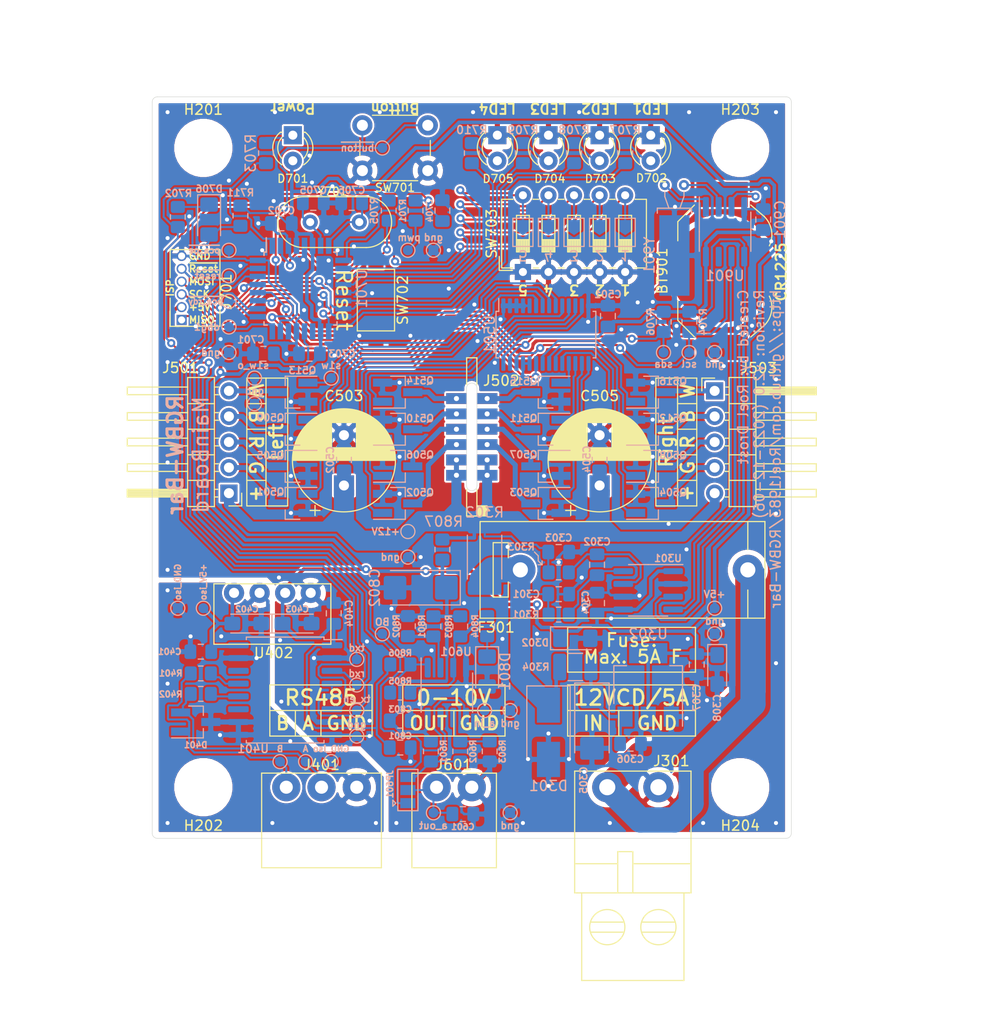
<source format=kicad_pcb>
(kicad_pcb (version 20171130) (host pcbnew 5.1.12-84ad8e8a86~92~ubuntu16.04.1)
  (layers (0 F.Cu signal) (31 B.Cu signal) (34 B.Paste user hide) (35 F.Paste user hide) (36 B.SilkS user) (37 F.SilkS user) (38 B.Mask user hide) (39 F.Mask user hide) (44 Edge.Cuts user))
  (net 0 "")
  (net 1 +BATT)
  (net 2 GND)
  (net 3 /Power/+12V_not_measured)
  (net 4 "Net-(C302-Pad1)")
  (net 5 "Net-(C302-Pad2)")
  (net 6 +12V)
  (net 7 +5V)
  (net 8 "Net-(C305-Pad1)")
  (net 9 GND_iso)
  (net 10 +5V_iso)
  (net 11 "Net-(C601-Pad1)")
  (net 12 "Net-(C701-Pad2)")
  (net 13 /0-10V/a_in)
  (net 14 "Net-(C705-Pad2)")
  (net 15 "Net-(C706-Pad2)")
  (net 16 +12VA)
  (net 17 /RS485/B)
  (net 18 /RS485/A)
  (net 19 "Net-(D701-Pad1)")
  (net 20 "Net-(D702-Pad2)")
  (net 21 "Net-(D703-Pad2)")
  (net 22 "Net-(D704-Pad2)")
  (net 23 "Net-(D705-Pad2)")
  (net 24 /Pca/~oe~)
  (net 25 /Microcontroller/~pca_rdy~)
  (net 26 "Net-(D801-Pad1)")
  (net 27 /Power/unprotected_12VDC)
  (net 28 /Pca/strip1_r_out)
  (net 29 /Pca/strip1_g_out)
  (net 30 /Pca/strip1_b_out)
  (net 31 /Pca/strip1_w_out)
  (net 32 /Pca/strip3_r_out)
  (net 33 /Pca/strip2_r_out)
  (net 34 /Pca/strip3_g_out)
  (net 35 /Pca/strip2_g_out)
  (net 36 /Pca/strip3_b_out)
  (net 37 /Pca/strip2_b_out)
  (net 38 /Pca/strip3_w_out)
  (net 39 /Pca/strip2_w_out)
  (net 40 /Pca/strip4_w_out)
  (net 41 /Pca/strip4_b_out)
  (net 42 /Pca/strip4_g_out)
  (net 43 /Pca/strip4_r_out)
  (net 44 /Microcontroller/led2_miso)
  (net 45 /Microcontroller/led1_sck)
  (net 46 /Microcontroller/led3_mosi)
  (net 47 /Microcontroller/~reset~)
  (net 48 /Microcontroller/addr1)
  (net 49 /Microcontroller/addr2)
  (net 50 /Microcontroller/addr3)
  (net 51 /Microcontroller/addr4)
  (net 52 /Microcontroller/addr5)
  (net 53 /Pca/strip1_r)
  (net 54 /Pca/strip2_r)
  (net 55 /Pca/strip3_r)
  (net 56 /Pca/strip4_r)
  (net 57 /Pca/strip1_g)
  (net 58 /Pca/strip2_g)
  (net 59 /Pca/strip3_g)
  (net 60 /Pca/strip4_g)
  (net 61 /Pca/strip1_b)
  (net 62 /Pca/strip2_b)
  (net 63 /Pca/strip3_b)
  (net 64 /Pca/strip4_b)
  (net 65 /Pca/strip1_w)
  (net 66 /Pca/strip2_w)
  (net 67 /Pca/strip3_w)
  (net 68 /Pca/strip4_w)
  (net 69 "Net-(R401-Pad2)")
  (net 70 "Net-(R402-Pad2)")
  (net 71 "Net-(R602-Pad2)")
  (net 72 /Microcontroller/pwm)
  (net 73 /Brown-out/~Brown_out~)
  (net 74 /Microcontroller/scl)
  (net 75 /Microcontroller/sda)
  (net 76 /Microcontroller/led4)
  (net 77 "Net-(R801-Pad2)")
  (net 78 "Net-(R803-Pad2)")
  (net 79 /Microcontroller/~button~)
  (net 80 /Microcontroller/txd)
  (net 81 /Microcontroller/rxd)
  (net 82 /Microcontroller/tx_en)
  (net 83 /Microcontroller/debug1)
  (net 84 "Net-(U401-Pad11)")
  (net 85 "Net-(U401-Pad14)")
  (net 86 "Net-(U701-Pad19)")
  (net 87 "Net-(U701-Pad22)")
  (net 88 "Net-(U901-Pad1)")
  (net 89 "Net-(U901-Pad2)")
  (net 90 "Net-(U901-Pad7)")
  (net 91 "Net-(JP601-Pad3)")
  (module Diode_SMD:D_1206_3216Metric_Pad1.42x1.75mm_HandSolder (layer B.Cu) (at 132.6515 65.532 270)
    (fp_text reference D706 (at -3.048 0 180) (layer B.SilkS) (effects (font (size 0.7 0.7)) (justify mirror)))
    (fp_text value 1N4148)
    (pad 1 smd roundrect (at -1.4875 0 270) (size 1.425 1.75) (layers B.Cu B.Paste B.Mask) (roundrect_rratio 0.1754385964912281) (net 24 /Pca/~oe~))
    (pad 2 smd roundrect (at 1.4875 0 270) (size 1.425 1.75) (layers B.Cu B.Paste B.Mask) (roundrect_rratio 0.1754385964912281) (net 25 /Microcontroller/~pca_rdy~))
  )
  (module RGBW-Bar:TestPoint_Pad_D1.0mm (layer B.Cu) (at 152.4 68.58 90)
    (fp_text reference TP702)
    (fp_text value pwm (at 1.27 0.127 180) (layer B.SilkS) (effects (font (size 0.7 0.7)) (justify mirror)))
    (pad 1 smd circle (at 0 0 90) (size 1 1) (layers B.Cu B.Mask) (net 72 /Microcontroller/pwm))
  )
  (module RGBW-Bar:TestPoint_Pad_D1.0mm (layer B.Cu) (at 160.02 114.3)
    (fp_text reference TP703 hide)
    (fp_text value a_in (at 0 1.27) (layer B.SilkS) (effects (font (size 0.7 0.7)) (justify mirror)))
    (pad 1 smd circle (at 0 0) (size 1 1) (layers B.Cu B.Mask) (net 13 /0-10V/a_in))
  )
  (module RGBW-Bar:ISP_P1.27mm_single_row (layer F.Cu) (at 129.921 69.1515)
    (fp_text reference J701 (at 4.445 1.651 270) (layer F.SilkS) (effects (justify right)))
    (fp_text value AVR-ISP-6)
    (fp_text user GND (at 0.635 0) (layer F.SilkS) (effects (font (size 0.7 0.7)) (justify left)))
    (fp_text user MISO (at 0.635 6.35) (layer F.SilkS) (effects (font (size 0.7 0.7)) (justify left)))
    (fp_text user MOSI (at 0.635 2.54) (layer F.SilkS) (effects (font (size 0.7 0.7)) (justify left)))
    (fp_text user ~Reset (at 0.635 1.27) (layer F.SilkS) (effects (font (size 0.7 0.7)) (justify left)))
    (fp_text user SCK (at 0.635 3.81) (layer F.SilkS) (effects (font (size 0.7 0.7)) (justify left)))
    (fp_text user +5V (at 0.635 5.08) (layer F.SilkS) (effects (font (size 0.7 0.7)) (justify left)))
    (fp_text user ISP (at -1.143 3.175 270) (layer F.SilkS) (effects (font (size 0.7 0.7))))
    (pad 1 thru_hole rect (at 0 6.35 180) (size 1 1) (drill 0.7) (layers *.Cu *.Mask) (net 44 /Microcontroller/led2_miso))
    (pad 2 thru_hole oval (at 0 5.08 180) (size 1 1) (drill 0.7) (layers *.Cu *.Mask) (net 7 +5V))
    (pad 3 thru_hole oval (at 0 3.81 180) (size 1 1) (drill 0.7) (layers *.Cu *.Mask) (net 45 /Microcontroller/led1_sck))
    (pad 4 thru_hole oval (at 0 2.54 180) (size 1 1) (drill 0.7) (layers *.Cu *.Mask) (net 46 /Microcontroller/led3_mosi))
    (pad 5 thru_hole oval (at 0 1.27 180) (size 1 1) (drill 0.7) (layers *.Cu *.Mask) (net 47 /Microcontroller/~reset~))
    (pad 6 thru_hole oval (at 0 0 180) (size 1 1) (drill 0.7) (layers *.Cu *.Mask) (net 2 GND))
  )
  (module RGBW-Bar:TestPoint_Pad_D1.0mm (layer B.Cu) (at 152.4 96.52 180)
    (fp_text reference TP301 hide)
    (fp_text value +12V (at 0.7 0 180) (layer B.SilkS) (effects (font (size 0.7 0.7)) (justify left mirror)))
    (pad 1 smd circle (at 0 0 180) (size 1 1) (layers B.Cu B.Mask) (net 6 +12V))
  )
  (module RGBW-Bar:TestPoint_Pad_D1.0mm (layer B.Cu) (at 152.4 99.06)
    (fp_text reference TP302 hide)
    (fp_text value gnd (at -0.7 0 180) (layer B.SilkS) (effects (font (size 0.7 0.7)) (justify left mirror)))
    (pad 1 smd circle (at 0 0) (size 1 1) (layers B.Cu B.Mask) (net 2 GND))
  )
  (module RGBW-Bar:TestPoint_Pad_D1.0mm (layer B.Cu) (at 182.88 104.14)
    (fp_text reference TP303 hide)
    (fp_text value +5V (at -0.0127 -1.3843) (layer B.SilkS) (effects (font (size 0.7 0.7)) (justify mirror)))
    (pad 1 smd circle (at 0 0) (size 1 1) (layers B.Cu B.Mask) (net 7 +5V))
  )
  (module Diode_SMD:D_1206_3216Metric_Pad1.42x1.75mm_HandSolder (layer B.Cu) (at 169.037 107.1245)
    (fp_text reference D302 (at -2.54 0.4445) (layer B.SilkS) (effects (font (size 0.7 0.7)) (justify left mirror)))
    (fp_text value 5v1)
    (pad 1 smd roundrect (at -1.4875 0) (size 1.425 1.75) (layers B.Cu B.Paste B.Mask) (roundrect_rratio 0.1754385964912281) (net 7 +5V))
    (pad 2 smd roundrect (at 1.4875 0) (size 1.425 1.75) (layers B.Cu B.Paste B.Mask) (roundrect_rratio 0.1754385964912281) (net 2 GND))
  )
  (module RGBW-Bar:TestPoint_Pad_D1.0mm (layer B.Cu) (at 129.54 104.14 90)
    (fp_text reference TP405 hide)
    (fp_text value GND_iso (at 0.7 0 270) (layer B.SilkS) (effects (font (size 0.6 0.6)) (justify right mirror)))
    (pad 1 smd circle (at 0 0 90) (size 1 1) (layers B.Cu B.Mask) (net 9 GND_iso))
  )
  (module RGBW-Bar:TestPoint_Pad_D1.0mm (layer B.Cu) (at 147.32 109.22)
    (fp_text reference TP406 hide)
    (fp_text value txd (at 0 -1.143) (layer B.SilkS) (effects (font (size 0.7 0.7)) (justify mirror)))
    (pad 1 smd circle (at 0 0) (size 1 1) (layers B.Cu B.Mask) (net 80 /Microcontroller/txd))
  )
  (module RGBW-Bar:TestPoint_Pad_D1.0mm (layer B.Cu) (at 147.32 116.84)
    (fp_text reference TP409 hide)
    (fp_text value gnd (at 0 -1.143) (layer B.SilkS) (effects (font (size 0.7 0.7)) (justify mirror)))
    (pad 1 smd circle (at 0 0) (size 1 1) (layers B.Cu B.Mask) (net 2 GND))
  )
  (module RGBW-Bar:TestPoint_Pad_D1.0mm (layer B.Cu) (at 134.62 68.58 180)
    (fp_text reference TP501)
    (fp_text value ~pca_oe~ (at 0.8 0) (layer B.SilkS) (effects (font (size 0.6 0.6)) (justify left mirror)))
    (pad 1 smd circle (at 0 0 180) (size 1 1) (layers B.Cu B.Mask) (net 24 /Pca/~oe~))
  )
  (module RGBW-Bar:perpendicular_pcb_1mm_female_2x6 (layer F.Cu) (at 158.75 90.932 180)
    (fp_text reference J502 (at -1.016 9.398 180) (layer F.SilkS) (effects (justify left)))
    (fp_text value Center)
    (fp_line (start 0.52 -1.016) (end 0.52 8.636) (layer Edge.Cuts) (width 0.05))
    (fp_line (start -0.52 -1.016) (end -0.52 8.636) (layer Edge.Cuts) (width 0.05))
    (fp_arc (start 0 -1.016) (end 0.52 -1.016) (angle -180) (layer Edge.Cuts) (width 0.05))
    (fp_arc (start 0 8.636) (end -0.52 8.636) (angle -180) (layer Edge.Cuts) (width 0.05))
    (pad 1 thru_hole rect (at -1.524 0 180) (size 2.032 1.07) (drill 0.5) (layers *.Cu *.Mask) (net 6 +12V))
    (pad 2 thru_hole rect (at 1.524 0 180) (size 2.032 1.07) (drill 0.5) (layers *.Cu *.Mask) (net 6 +12V))
    (pad 3 thru_hole rect (at -1.524 1.524 180) (size 2.032 1.07) (drill 0.5) (layers *.Cu *.Mask) (net 6 +12V))
    (pad 4 thru_hole rect (at 1.524 1.524 180) (size 2.032 1.07) (drill 0.5) (layers *.Cu *.Mask) (net 6 +12V))
    (pad 5 thru_hole rect (at -1.524 3.048 180) (size 2.032 1.07) (drill 0.5) (layers *.Cu *.Mask) (net 32 /Pca/strip3_r_out))
    (pad 6 thru_hole rect (at 1.524 3.048 180) (size 2.032 1.07) (drill 0.5) (layers *.Cu *.Mask) (net 33 /Pca/strip2_r_out))
    (pad 7 thru_hole rect (at -1.524 4.572 180) (size 2.032 1.07) (drill 0.5) (layers *.Cu *.Mask) (net 34 /Pca/strip3_g_out))
    (pad 8 thru_hole rect (at 1.524 4.572 180) (size 2.032 1.07) (drill 0.5) (layers *.Cu *.Mask) (net 35 /Pca/strip2_g_out))
    (pad 9 thru_hole rect (at -1.524 6.096 180) (size 2.032 1.07) (drill 0.5) (layers *.Cu *.Mask) (net 36 /Pca/strip3_b_out))
    (pad 10 thru_hole rect (at 1.524 6.096 180) (size 2.032 1.07) (drill 0.5) (layers *.Cu *.Mask) (net 37 /Pca/strip2_b_out))
    (pad 11 thru_hole rect (at -1.524 7.62 180) (size 2.032 1.07) (drill 0.5) (layers *.Cu *.Mask) (net 38 /Pca/strip3_w_out))
    (pad 12 thru_hole rect (at 1.524 7.62 180) (size 2.032 1.07) (drill 0.5) (layers *.Cu *.Mask) (net 39 /Pca/strip2_w_out))
  )
  (module Package_TO_SOT_SMD:SOT-23_Handsoldering (layer B.Cu) (at 140.97 90.043 180)
    (fp_text reference Q505 (at 0.762 1.0795) (layer B.SilkS) (effects (font (size 0.7 0.7)) (justify left mirror)))
    (fp_text value Si2302DS)
    (pad 1 smd rect (at -1.5 0.95 180) (size 1.9 0.8) (layers B.Cu B.Paste B.Mask) (net 57 /Pca/strip1_g))
    (pad 2 smd rect (at -1.5 -0.95 180) (size 1.9 0.8) (layers B.Cu B.Paste B.Mask) (net 2 GND))
    (pad 3 smd rect (at 1.5 0 180) (size 1.9 0.8) (layers B.Cu B.Paste B.Mask) (net 29 /Pca/strip1_g_out))
  )
  (module Package_TO_SOT_SMD:SOT-23_Handsoldering (layer B.Cu) (at 140.97 93.726 180)
    (fp_text reference Q501 (at 0.762 1.143) (layer B.SilkS) (effects (font (size 0.7 0.7)) (justify left mirror)))
    (fp_text value Si2302DS)
    (pad 1 smd rect (at -1.5 0.95 180) (size 1.9 0.8) (layers B.Cu B.Paste B.Mask) (net 53 /Pca/strip1_r))
    (pad 2 smd rect (at -1.5 -0.95 180) (size 1.9 0.8) (layers B.Cu B.Paste B.Mask) (net 2 GND))
    (pad 3 smd rect (at 1.5 0 180) (size 1.9 0.8) (layers B.Cu B.Paste B.Mask) (net 28 /Pca/strip1_r_out))
  )
  (module Jumper:SolderJumper-2_P1.3mm_Open_TrianglePad1.0x1.5mm (layer B.Cu) (at 163.83 66.802 270)
    (fp_text reference JP705 hide)
    (fp_text value SolderJumper_2_Open hide)
    (pad 2 smd custom (at 0.725 0 270) (size 0.3 0.3) (layers B.Cu B.Mask) (net 2 GND) (options (clearance outline) (anchor rect)) (primitives (gr_poly (pts (xy -0.65 0.75) (xy 0.5 0.75) (xy 0.5 -0.75) (xy -0.65 -0.75) (xy -0.15 0)) (width 0))))
    (pad 1 smd custom (at -0.725 0 270) (size 0.3 0.3) (layers B.Cu B.Mask) (net 52 /Microcontroller/addr5) (options (clearance outline) (anchor rect)) (primitives (gr_poly (pts (xy -0.5 0.75) (xy 0.5 0.75) (xy 1 0) (xy 0.5 -0.75) (xy -0.5 -0.75)) (width 0))))
  )
  (module Jumper:SolderJumper-2_P1.3mm_Open_TrianglePad1.0x1.5mm (layer B.Cu) (at 166.37 66.802 270)
    (fp_text reference JP704 hide)
    (fp_text value SolderJumper_2_Open hide)
    (pad 2 smd custom (at 0.725 0 270) (size 0.3 0.3) (layers B.Cu B.Mask) (net 2 GND) (options (clearance outline) (anchor rect)) (primitives (gr_poly (pts (xy -0.65 0.75) (xy 0.5 0.75) (xy 0.5 -0.75) (xy -0.65 -0.75) (xy -0.15 0)) (width 0))))
    (pad 1 smd custom (at -0.725 0 270) (size 0.3 0.3) (layers B.Cu B.Mask) (net 51 /Microcontroller/addr4) (options (clearance outline) (anchor rect)) (primitives (gr_poly (pts (xy -0.5 0.75) (xy 0.5 0.75) (xy 1 0) (xy 0.5 -0.75) (xy -0.5 -0.75)) (width 0))))
  )
  (module Jumper:SolderJumper-2_P1.3mm_Open_TrianglePad1.0x1.5mm (layer B.Cu) (at 168.91 66.802 270)
    (fp_text reference JP703 hide)
    (fp_text value SolderJumper_2_Open hide)
    (pad 2 smd custom (at 0.725 0 270) (size 0.3 0.3) (layers B.Cu B.Mask) (net 2 GND) (options (clearance outline) (anchor rect)) (primitives (gr_poly (pts (xy -0.65 0.75) (xy 0.5 0.75) (xy 0.5 -0.75) (xy -0.65 -0.75) (xy -0.15 0)) (width 0))))
    (pad 1 smd custom (at -0.725 0 270) (size 0.3 0.3) (layers B.Cu B.Mask) (net 50 /Microcontroller/addr3) (options (clearance outline) (anchor rect)) (primitives (gr_poly (pts (xy -0.5 0.75) (xy 0.5 0.75) (xy 1 0) (xy 0.5 -0.75) (xy -0.5 -0.75)) (width 0))))
  )
  (module Jumper:SolderJumper-2_P1.3mm_Open_TrianglePad1.0x1.5mm (layer B.Cu) (at 171.45 66.802 270)
    (fp_text reference JP702 hide)
    (fp_text value SolderJumper_2_Open hide)
    (pad 2 smd custom (at 0.725 0 270) (size 0.3 0.3) (layers B.Cu B.Mask) (net 2 GND) (options (clearance outline) (anchor rect)) (primitives (gr_poly (pts (xy -0.65 0.75) (xy 0.5 0.75) (xy 0.5 -0.75) (xy -0.65 -0.75) (xy -0.15 0)) (width 0))))
    (pad 1 smd custom (at -0.725 0 270) (size 0.3 0.3) (layers B.Cu B.Mask) (net 49 /Microcontroller/addr2) (options (clearance outline) (anchor rect)) (primitives (gr_poly (pts (xy -0.5 0.75) (xy 0.5 0.75) (xy 1 0) (xy 0.5 -0.75) (xy -0.5 -0.75)) (width 0))))
  )
  (module Jumper:SolderJumper-2_P1.3mm_Open_TrianglePad1.0x1.5mm (layer B.Cu) (at 173.99 66.802 270)
    (fp_text reference JP701 hide)
    (fp_text value SolderJumper_2_Open hide)
    (pad 2 smd custom (at 0.725 0 270) (size 0.3 0.3) (layers B.Cu B.Mask) (net 2 GND) (options (clearance outline) (anchor rect)) (primitives (gr_poly (pts (xy -0.65 0.75) (xy 0.5 0.75) (xy 0.5 -0.75) (xy -0.65 -0.75) (xy -0.15 0)) (width 0))))
    (pad 1 smd custom (at -0.725 0 270) (size 0.3 0.3) (layers B.Cu B.Mask) (net 48 /Microcontroller/addr1) (options (clearance outline) (anchor rect)) (primitives (gr_poly (pts (xy -0.5 0.75) (xy 0.5 0.75) (xy 1 0) (xy 0.5 -0.75) (xy -0.5 -0.75)) (width 0))))
  )
  (module Capacitor_SMD:C_0805_2012Metric_Pad1.18x1.45mm_HandSolder (layer B.Cu) (at 157.861 124.587)
    (fp_text reference C601 (at 0 1.27 180) (layer B.SilkS) (effects (font (size 0.6 0.6)) (justify mirror)))
    (fp_text value 0.1uF)
    (pad 1 smd roundrect (at -1.0375 0) (size 1.175 1.45) (layers B.Cu B.Paste B.Mask) (roundrect_rratio 0.2127659574468085) (net 11 "Net-(C601-Pad1)"))
    (pad 2 smd roundrect (at 1.0375 0) (size 1.175 1.45) (layers B.Cu B.Paste B.Mask) (roundrect_rratio 0.2127659574468085) (net 2 GND))
  )
  (module Capacitor_SMD:C_0805_2012Metric_Pad1.18x1.45mm_HandSolder (layer B.Cu) (at 171.45 89.408 90)
    (fp_text reference C504 (at 0.071 -1.27 90) (layer B.SilkS) (effects (font (size 0.7 0.7)) (justify mirror)))
    (fp_text value 0.1uF)
    (pad 1 smd roundrect (at -1.0375 0 90) (size 1.175 1.45) (layers B.Cu B.Paste B.Mask) (roundrect_rratio 0.2127659574468085) (net 6 +12V))
    (pad 2 smd roundrect (at 1.0375 0 90) (size 1.175 1.45) (layers B.Cu B.Paste B.Mask) (roundrect_rratio 0.2127659574468085) (net 2 GND))
  )
  (module Capacitor_SMD:C_0805_2012Metric_Pad1.18x1.45mm_HandSolder (layer B.Cu) (at 146.05 89.408 90)
    (fp_text reference C502 (at 0 -1.3647 90) (layer B.SilkS) (effects (font (size 0.7 0.7)) (justify mirror)))
    (fp_text value 0.1uF)
    (pad 1 smd roundrect (at -1.0375 0 90) (size 1.175 1.45) (layers B.Cu B.Paste B.Mask) (roundrect_rratio 0.2127659574468085) (net 6 +12V))
    (pad 2 smd roundrect (at 1.0375 0 90) (size 1.175 1.45) (layers B.Cu B.Paste B.Mask) (roundrect_rratio 0.2127659574468085) (net 2 GND))
  )
  (module Capacitor_SMD:C_0805_2012Metric_Pad1.18x1.45mm_HandSolder (layer B.Cu) (at 174.5195 117.602 180)
    (fp_text reference C306 (at 0.0215 -1.524 180) (layer B.SilkS) (effects (font (size 0.7 0.7)) (justify mirror)))
    (fp_text value 0.1uF)
    (pad 1 smd roundrect (at -1.0375 0 180) (size 1.175 1.45) (layers B.Cu B.Paste B.Mask) (roundrect_rratio 0.2127659574468085) (net 2 GND))
    (pad 2 smd roundrect (at 1.0375 0 180) (size 1.175 1.45) (layers B.Cu B.Paste B.Mask) (roundrect_rratio 0.2127659574468085) (net 8 "Net-(C305-Pad1)"))
  )
  (module Capacitor_Tantalum_SMD:CP_EIA-6032-28_Kemet-C_Pad2.25x2.35mm_HandSolder (layer B.Cu) (at 170.688 115.5065 270)
    (fp_text reference C305 (at 5.715 0.8255 90) (layer B.SilkS) (effects (font (size 0.7 0.7)) (justify mirror)))
    (fp_text value 10uF/16V)
    (pad 1 smd roundrect (at -2.55 0 270) (size 2.25 2.35) (layers B.Cu B.Paste B.Mask) (roundrect_rratio 0.1111106666666667) (net 8 "Net-(C305-Pad1)"))
    (pad 2 smd roundrect (at 2.55 0 270) (size 2.25 2.35) (layers B.Cu B.Paste B.Mask) (roundrect_rratio 0.1111106666666667) (net 2 GND))
  )
  (module Resistor_SMD:R_0805_2012Metric_Pad1.20x1.40mm_HandSolder (layer B.Cu) (at 131.826 110.617)
    (fp_text reference R401 (at -1.7339 -0.0118) (layer B.SilkS) (effects (font (size 0.6 0.6)) (justify left mirror)))
    (fp_text value 10R)
    (pad 1 smd roundrect (at -1 0) (size 1.2 1.4) (layers B.Cu B.Paste B.Mask) (roundrect_rratio 0.2083325) (net 17 /RS485/B))
    (pad 2 smd roundrect (at 1 0) (size 1.2 1.4) (layers B.Cu B.Paste B.Mask) (roundrect_rratio 0.2083325) (net 69 "Net-(R401-Pad2)"))
  )
  (module Capacitor_SMD:C_0805_2012Metric_Pad1.18x1.45mm_HandSolder (layer B.Cu) (at 145.034 104.648 90)
    (fp_text reference C404 (at 0 1.524 90) (layer B.SilkS) (effects (font (size 0.7 0.7)) (justify mirror)))
    (fp_text value 0.1uF)
    (pad 1 smd roundrect (at -1.0375 0 90) (size 1.175 1.45) (layers B.Cu B.Paste B.Mask) (roundrect_rratio 0.2127659574468085) (net 7 +5V))
    (pad 2 smd roundrect (at 1.0375 0 90) (size 1.175 1.45) (layers B.Cu B.Paste B.Mask) (roundrect_rratio 0.2127659574468085) (net 2 GND))
  )
  (module Capacitor_SMD:C_0805_2012Metric_Pad1.18x1.45mm_HandSolder (layer B.Cu) (at 131.826 108.458)
    (fp_text reference C401 (at -1.8355 0) (layer B.SilkS) (effects (font (size 0.6 0.6)) (justify left mirror)))
    (fp_text value 0.1uF)
    (pad 1 smd roundrect (at -1.0375 0) (size 1.175 1.45) (layers B.Cu B.Paste B.Mask) (roundrect_rratio 0.2127659574468085) (net 9 GND_iso))
    (pad 2 smd roundrect (at 1.0375 0) (size 1.175 1.45) (layers B.Cu B.Paste B.Mask) (roundrect_rratio 0.2127659574468085) (net 10 +5V_iso))
  )
  (module RGBW-Bar:Fuseholder_Cylinder-5x20mm_BLX_A_Horizontal (layer F.Cu) (at 163.576 100.33)
    (fp_text reference F301 (at -2.413 5.715) (layer F.SilkS))
    (fp_text value "Max. 5A F" (at 11.176 8.636 180) (layer F.SilkS) (effects (font (size 1.3 1.3) (thickness 0.2))))
    (pad 1 thru_hole circle (at 0 0) (size 3 3) (drill 1.5) (layers *.Cu *.Mask) (net 3 /Power/+12V_not_measured))
    (pad 2 thru_hole circle (at 22.6 0) (size 3 3) (drill 1.5) (layers *.Cu *.Mask) (net 27 /Power/unprotected_12VDC))
  )
  (module RGBW-Bar:MountingHole_4.3mm_M4_modified1 (layer F.Cu) (at 185.42 58.42)
    (fp_text reference H203 (at 0 -3.81) (layer F.SilkS))
    (fp_text value MountingHole)
    (pad 1 np_thru_hole circle (at 0 0) (size 4.3 4.3) (drill 4.3) (layers *.Cu *.Mask))
  )
  (module RGBW-Bar:15EDGRC-3.5-3P (layer F.Cu) (at 147.32 121.92 180)
    (fp_text reference J401 (at 3.4925 2.2225 180) (layer F.SilkS))
    (fp_text value RS485)
    (pad 3 thru_hole circle (at 7 0 180) (size 2.8 2.8) (drill 1.3) (layers *.Cu *.Mask) (net 17 /RS485/B))
    (pad 2 thru_hole circle (at 3.5 0 180) (size 2.8 2.8) (drill 1.3) (layers *.Cu *.Mask) (net 18 /RS485/A))
    (pad 1 thru_hole circle (at 0 0 180) (size 2.8 2.8) (drill 1.3) (layers *.Cu *.Mask) (net 9 GND_iso))
  )
  (module Resistor_SMD:R_1210_3225Metric_Pad1.30x2.65mm_HandSolder (layer B.Cu) (at 169.037 109.982 180)
    (fp_text reference R304 (at 2.4765 0) (layer B.SilkS) (effects (font (size 0.7 0.7)) (justify left mirror)))
    (fp_text value 62R/0.25W)
    (pad 1 smd roundrect (at -1.55 0 180) (size 1.3 2.65) (layers B.Cu B.Paste B.Mask) (roundrect_rratio 0.1923069230769231) (net 8 "Net-(C305-Pad1)"))
    (pad 2 smd roundrect (at 1.55 0 180) (size 1.3 2.65) (layers B.Cu B.Paste B.Mask) (roundrect_rratio 0.1923069230769231) (net 3 /Power/+12V_not_measured))
  )
  (module RGBW-Bar:B0505S-1W (layer F.Cu) (at 142.748 102.616 180)
    (fp_text reference U402 (at 3.683 -5.969 180) (layer F.SilkS))
    (fp_text value B0505S-1W-SIP4)
    (pad 4 thru_hole circle (at 7.62 0 180) (size 2 2) (drill 1) (layers *.Cu *.Mask) (net 10 +5V_iso))
    (pad 3 thru_hole circle (at 5.08 0 180) (size 2 2) (drill 1) (layers *.Cu *.Mask) (net 9 GND_iso))
    (pad 2 thru_hole circle (at 2.54 0 180) (size 2 2) (drill 1) (layers *.Cu *.Mask) (net 7 +5V))
    (pad 1 thru_hole circle (at 0 0 180) (size 2 2) (drill 1) (layers *.Cu *.Mask) (net 2 GND))
  )
  (module RGBW-Bar:15EDGRC-3.5-2P (layer F.Cu) (at 158.75 121.92 180)
    (fp_text reference J601 (at 1.778 2.2225 180) (layer F.SilkS))
    (fp_text value "0-10V(1)")
    (pad 2 thru_hole circle (at 3.5 0 180) (size 2.8 2.8) (drill 1.3) (layers *.Cu *.Mask) (net 11 "Net-(C601-Pad1)"))
    (pad 1 thru_hole circle (at 0 0 180) (size 2.8 2.8) (drill 1.3) (layers *.Cu *.Mask) (net 2 GND))
  )
  (module RGBW-Bar:TestPoint_Pad_D1.0mm (layer B.Cu) (at 162.56 114.3)
    (fp_text reference TP707 hide)
    (fp_text value gnd (at 0 1.27) (layer B.SilkS) (effects (font (size 0.7 0.7)) (justify mirror)))
    (pad 1 smd circle (at 0 0) (size 1 1) (layers B.Cu B.Mask) (net 2 GND))
  )
  (module RGBW-Bar:TestPoint_Pad_D1.0mm (layer B.Cu) (at 147.32 111.76)
    (fp_text reference TP407 hide)
    (fp_text value rxd (at 0 -1.143) (layer B.SilkS) (effects (font (size 0.7 0.7)) (justify mirror)))
    (pad 1 smd circle (at 0 0) (size 1 1) (layers B.Cu B.Mask) (net 81 /Microcontroller/rxd))
  )
  (module RGBW-Bar:TestPoint_Pad_D1.0mm (layer B.Cu) (at 147.32 114.3)
    (fp_text reference TP408 hide)
    (fp_text value tx_en (at 0 -1.143) (layer B.SilkS) (effects (font (size 0.7 0.7)) (justify mirror)))
    (pad 1 smd circle (at 0 0) (size 1 1) (layers B.Cu B.Mask) (net 82 /Microcontroller/tx_en))
  )
  (module RGBW-Bar:TestPoint_Pad_D1.0mm (layer B.Cu) (at 134.62 76.2 180)
    (fp_text reference TP705)
    (fp_text value dbg1 (at 0.8 0) (layer B.SilkS) (effects (font (size 0.7 0.7)) (justify left mirror)))
    (pad 1 smd circle (at 0 0 180) (size 1 1) (layers B.Cu B.Mask) (net 83 /Microcontroller/debug1))
  )
  (module RGBW-Bar:TestPoint_Pad_D1.0mm (layer B.Cu) (at 149.86 58.42)
    (fp_text reference TP706 hide)
    (fp_text value ~button~ (at -0.7 0) (layer B.SilkS) (effects (font (size 0.7 0.7)) (justify left mirror)))
    (pad 1 smd circle (at 0 0) (size 1 1) (layers B.Cu B.Mask) (net 79 /Microcontroller/~button~))
  )
  (module RGBW-Bar:TestPoint_Pad_D1.0mm (layer B.Cu) (at 182.88 78.74)
    (fp_text reference TP708 hide)
    (fp_text value gnd (at 0 1.143) (layer B.SilkS) (effects (font (size 0.7 0.7)) (justify mirror)))
    (pad 1 smd circle (at 0 0) (size 1 1) (layers B.Cu B.Mask) (net 2 GND))
  )
  (module RGBW-Bar:TestPoint_Pad_D1.0mm (layer B.Cu) (at 180.34 78.74)
    (fp_text reference TP709 hide)
    (fp_text value scl (at 0 1.143) (layer B.SilkS) (effects (font (size 0.7 0.7)) (justify mirror)))
    (pad 1 smd circle (at 0 0) (size 1 1) (layers B.Cu B.Mask) (net 74 /Microcontroller/scl))
  )
  (module RGBW-Bar:2EDGRC-5.08-2P (layer F.Cu) (at 177.292 121.92 180)
    (fp_text reference J301 (at -3.2 2.6) (layer F.SilkS) (effects (justify right)))
    (fp_text value 12VDC/5A)
    (pad 2 thru_hole circle (at 5.08 0 180) (size 3 3) (drill 1.6) (layers *.Cu *.Mask) (net 27 /Power/unprotected_12VDC))
    (pad 1 thru_hole circle (at 0 0 180) (size 3 3) (drill 1.6) (layers *.Cu *.Mask) (net 2 GND))
  )
  (module LED_THT:LED_D3.0mm (layer F.Cu) (at 140.97 57.15 270)
    (fp_text reference D701 (at 4.318 0 180) (layer F.SilkS) (effects (font (size 0.8 0.8) (thickness 0.13))))
    (fp_text value Blue)
    (pad 1 thru_hole rect (at 0 0 270) (size 1.8 1.8) (drill 0.9) (layers *.Cu *.Mask) (net 19 "Net-(D701-Pad1)"))
    (pad 2 thru_hole circle (at 2.54 0 270) (size 1.8 1.8) (drill 0.9) (layers *.Cu *.Mask) (net 7 +5V))
  )
  (module Package_TO_SOT_SMD:SOT-23_Handsoldering (layer B.Cu) (at 151.384 93.726)
    (fp_text reference Q502 (at 0.762 -1.0795) (layer B.SilkS) (effects (font (size 0.7 0.7)) (justify right mirror)))
    (fp_text value Si2302DS)
    (pad 1 smd rect (at -1.5 0.95) (size 1.9 0.8) (layers B.Cu B.Paste B.Mask) (net 54 /Pca/strip2_r))
    (pad 2 smd rect (at -1.5 -0.95) (size 1.9 0.8) (layers B.Cu B.Paste B.Mask) (net 2 GND))
    (pad 3 smd rect (at 1.5 0) (size 1.9 0.8) (layers B.Cu B.Paste B.Mask) (net 33 /Pca/strip2_r_out))
  )
  (module Battery:BatteryHolder_LINX_BAT-HLD-012-SMT (layer F.Cu) (at 183.62 70.64 90)
    (fp_text reference BT901 (at 0 -5.947 90) (layer F.SilkS))
    (fp_text value 3V)
    (pad 1 smd rect (at -7.6 0 90) (size 2.5 5.1) (layers F.Cu F.Paste F.Mask) (net 1 +BATT))
    (pad 1 smd rect (at 7.6 0 90) (size 2.5 5.1) (layers F.Cu F.Paste F.Mask) (net 1 +BATT))
    (pad 2 smd circle (at 0 0 90) (size 10.2 10.2) (layers F.Cu F.Mask) (net 2 GND))
  )
  (module Package_SO:SOIC-8_3.9x4.9mm_P1.27mm (layer B.Cu) (at 176.276 102.362 180)
    (fp_text reference U301 (at -3.429 3.175) (layer B.SilkS) (effects (font (size 0.7 0.7)) (justify left mirror)))
    (fp_text value INA219AxD)
    (pad 1 smd roundrect (at -2.475 1.905 180) (size 1.95 0.6) (layers B.Cu B.Paste B.Mask) (net 7 +5V))
    (pad 2 smd roundrect (at -2.475 0.635 180) (size 1.95 0.6) (layers B.Cu B.Paste B.Mask) (net 2 GND))
    (pad 3 smd roundrect (at -2.475 -0.635 180) (size 1.95 0.6) (layers B.Cu B.Paste B.Mask) (net 75 /Microcontroller/sda))
    (pad 4 smd roundrect (at -2.475 -1.905 180) (size 1.95 0.6) (layers B.Cu B.Paste B.Mask) (net 74 /Microcontroller/scl))
    (pad 5 smd roundrect (at 2.475 -1.905 180) (size 1.95 0.6) (layers B.Cu B.Paste B.Mask) (net 7 +5V))
    (pad 6 smd roundrect (at 2.475 -0.635 180) (size 1.95 0.6) (layers B.Cu B.Paste B.Mask) (net 2 GND))
    (pad 7 smd roundrect (at 2.475 0.635 180) (size 1.95 0.6) (layers B.Cu B.Paste B.Mask) (net 4 "Net-(C302-Pad1)"))
    (pad 8 smd roundrect (at 2.475 1.905 180) (size 1.95 0.6) (layers B.Cu B.Paste B.Mask) (net 5 "Net-(C302-Pad2)"))
  )
  (module Crystal:Crystal_C38-LF_D3.0mm_L8.0mm_Horizontal_1EP_style1 (layer B.Cu) (at 179.832 62.103 180)
    (fp_text reference Y901 (at 3.429 -6.985 270) (layer B.SilkS) (effects (justify mirror)))
    (fp_text value 23.768kHz)
    (pad 1 thru_hole circle (at 0 0 180) (size 1 1) (drill 0.5) (layers *.Cu *.Mask) (net 89 "Net-(U901-Pad2)"))
    (pad 2 thru_hole circle (at 1.9 0 180) (size 1 1) (drill 0.5) (layers *.Cu *.Mask) (net 88 "Net-(U901-Pad1)"))
    (pad 3 smd rect (at 0.95 -7 180) (size 3 8) (layers B.Cu B.Paste B.Mask) (net 2 GND))
  )
  (module Capacitor_SMD:C_0805_2012Metric_Pad1.18x1.45mm_HandSolder (layer B.Cu) (at 187.706 65.532 90)
    (fp_text reference C901 (at 0 1.68 90) (layer B.SilkS) (effects (justify mirror)))
    (fp_text value 1uF)
    (pad 1 smd roundrect (at -1.0375 0 90) (size 1.175 1.45) (layers B.Cu B.Paste B.Mask) (roundrect_rratio 0.2127659574468085) (net 7 +5V))
    (pad 2 smd roundrect (at 1.0375 0 90) (size 1.175 1.45) (layers B.Cu B.Paste B.Mask) (roundrect_rratio 0.2127659574468085) (net 2 GND))
  )
  (module Resistor_SMD:R_0805_2012Metric_Pad1.20x1.40mm_HandSolder (layer B.Cu) (at 180.37 75.69 270)
    (fp_text reference R704 (at 0.002 -1.367 270) (layer B.SilkS) (effects (font (size 0.7 0.7)) (justify mirror)))
    (fp_text value 4k7)
    (pad 1 smd roundrect (at -1 0 270) (size 1.2 1.4) (layers B.Cu B.Paste B.Mask) (roundrect_rratio 0.2083325) (net 7 +5V))
    (pad 2 smd roundrect (at 1 0 270) (size 1.2 1.4) (layers B.Cu B.Paste B.Mask) (roundrect_rratio 0.2083325) (net 74 /Microcontroller/scl))
  )
  (module Package_SO:SOIC-8_3.9x4.9mm_P1.27mm (layer B.Cu) (at 183.916 66.74 270)
    (fp_text reference U901 (at 4.38 0.02 180) (layer B.SilkS) (effects (justify mirror)))
    (fp_text value DS1307Z+)
    (pad 1 smd roundrect (at -2.475 1.905 270) (size 1.95 0.6) (layers B.Cu B.Paste B.Mask) (net 88 "Net-(U901-Pad1)"))
    (pad 2 smd roundrect (at -2.475 0.635 270) (size 1.95 0.6) (layers B.Cu B.Paste B.Mask) (net 89 "Net-(U901-Pad2)"))
    (pad 3 smd roundrect (at -2.475 -0.635 270) (size 1.95 0.6) (layers B.Cu B.Paste B.Mask) (net 1 +BATT))
    (pad 4 smd roundrect (at -2.475 -1.905 270) (size 1.95 0.6) (layers B.Cu B.Paste B.Mask) (net 2 GND))
    (pad 5 smd roundrect (at 2.475 -1.905 270) (size 1.95 0.6) (layers B.Cu B.Paste B.Mask) (net 75 /Microcontroller/sda))
    (pad 6 smd roundrect (at 2.475 -0.635 270) (size 1.95 0.6) (layers B.Cu B.Paste B.Mask) (net 74 /Microcontroller/scl))
    (pad 7 smd roundrect (at 2.475 0.635 270) (size 1.95 0.6) (layers B.Cu B.Paste B.Mask) (net 90 "Net-(U901-Pad7)"))
    (pad 8 smd roundrect (at 2.475 1.905 270) (size 1.95 0.6) (layers B.Cu B.Paste B.Mask) (net 7 +5V))
  )
  (module Capacitor_Tantalum_SMD:CP_EIA-3216-18_Kemet-A_Pad1.58x1.35mm_HandSolder (layer B.Cu) (at 136.398 105.664 180)
    (fp_text reference C402 (at 0 1.4224 180) (layer B.SilkS) (effects (font (size 0.6 0.6)) (justify mirror)))
    (fp_text value 10uF)
    (pad 1 smd roundrect (at -1.4375 0 180) (size 1.575 1.35) (layers B.Cu B.Paste B.Mask) (roundrect_rratio 0.1851844444444445) (net 9 GND_iso))
    (pad 2 smd roundrect (at 1.4375 0 180) (size 1.575 1.35) (layers B.Cu B.Paste B.Mask) (roundrect_rratio 0.1851844444444445) (net 10 +5V_iso))
  )
  (module Capacitor_Tantalum_SMD:CP_EIA-3216-18_Kemet-A_Pad1.58x1.35mm_HandSolder (layer B.Cu) (at 141.3915 105.664)
    (fp_text reference C403 (at 0.006 -1.4224) (layer B.SilkS) (effects (font (size 0.6 0.6)) (justify mirror)))
    (fp_text value 4.7uF)
    (pad 1 smd roundrect (at -1.4375 0) (size 1.575 1.35) (layers B.Cu B.Paste B.Mask) (roundrect_rratio 0.1851844444444445) (net 7 +5V))
    (pad 2 smd roundrect (at 1.4375 0) (size 1.575 1.35) (layers B.Cu B.Paste B.Mask) (roundrect_rratio 0.1851844444444445) (net 2 GND))
  )
  (module Capacitor_SMD:C_0805_2012Metric_Pad1.18x1.45mm_HandSolder (layer B.Cu) (at 139.827 65.913 180)
    (fp_text reference C702 (at 0 1.27 180) (layer B.SilkS) (effects (font (size 0.7 0.7)) (justify mirror)))
    (fp_text value 0.1uF)
    (pad 1 smd roundrect (at -1.0375 0 180) (size 1.175 1.45) (layers B.Cu B.Paste B.Mask) (roundrect_rratio 0.2127659574468085) (net 7 +5V))
    (pad 2 smd roundrect (at 1.0375 0 180) (size 1.175 1.45) (layers B.Cu B.Paste B.Mask) (roundrect_rratio 0.2127659574468085) (net 2 GND))
  )
  (module Capacitor_SMD:C_0805_2012Metric_Pad1.18x1.45mm_HandSolder (layer B.Cu) (at 142.621 78.867)
    (fp_text reference C703 (at 1.778 0) (layer B.SilkS) (effects (font (size 0.7 0.7)) (justify right mirror)))
    (fp_text value 0.1uF)
    (pad 1 smd roundrect (at -1.0375 0) (size 1.175 1.45) (layers B.Cu B.Paste B.Mask) (roundrect_rratio 0.2127659574468085) (net 2 GND))
    (pad 2 smd roundrect (at 1.0375 0) (size 1.175 1.45) (layers B.Cu B.Paste B.Mask) (roundrect_rratio 0.2127659574468085) (net 7 +5V))
  )
  (module Capacitor_Tantalum_SMD:CP_EIA-6032-28_Kemet-C_Pad2.25x2.35mm_HandSolder (layer B.Cu) (at 153.67 102.108 180)
    (fp_text reference C802 (at 4.572 0 270) (layer B.SilkS) (effects (justify mirror)))
    (fp_text value 4.7uF/16V)
    (pad 1 smd roundrect (at -2.55 0 180) (size 2.25 2.35) (layers B.Cu B.Paste B.Mask) (roundrect_rratio 0.1111106666666667) (net 16 +12VA))
    (pad 2 smd roundrect (at 2.55 0 180) (size 2.25 2.35) (layers B.Cu B.Paste B.Mask) (roundrect_rratio 0.1111106666666667) (net 2 GND))
  )
  (module Package_TO_SOT_SMD:SOT-23_Handsoldering (layer B.Cu) (at 131.318 115.443)
    (fp_text reference D401 (at 0 2.286 180) (layer B.SilkS) (effects (font (size 0.6 0.6)) (justify mirror)))
    (fp_text value PSM712)
    (pad 1 smd rect (at -1.5 0.95) (size 1.9 0.8) (layers B.Cu B.Paste B.Mask) (net 17 /RS485/B))
    (pad 2 smd rect (at -1.5 -0.95) (size 1.9 0.8) (layers B.Cu B.Paste B.Mask) (net 18 /RS485/A))
    (pad 3 smd rect (at 1.5 0) (size 1.9 0.8) (layers B.Cu B.Paste B.Mask) (net 9 GND_iso))
  )
  (module LED_THT:LED_D3.0mm (layer F.Cu) (at 176.53 57.15 270)
    (fp_text reference D702 (at 4.2672 -0.0762 180) (layer F.SilkS) (effects (font (size 0.8 0.8) (thickness 0.13))))
    (fp_text value Green)
    (pad 1 thru_hole rect (at 0 0 270) (size 1.8 1.8) (drill 0.9) (layers *.Cu *.Mask) (net 2 GND))
    (pad 2 thru_hole circle (at 2.54 0 270) (size 1.8 1.8) (drill 0.9) (layers *.Cu *.Mask) (net 20 "Net-(D702-Pad2)"))
  )
  (module Diode_SMD:D_1206_3216Metric_Pad1.42x1.75mm_HandSolder (layer B.Cu) (at 160.274 110.4265 270)
    (fp_text reference D801 (at 0 -1.778 270) (layer B.SilkS) (effects (justify mirror)))
    (fp_text value 4V7)
    (pad 1 smd roundrect (at -1.4875 0 270) (size 1.425 1.75) (layers B.Cu B.Paste B.Mask) (roundrect_rratio 0.1754385964912281) (net 26 "Net-(D801-Pad1)"))
    (pad 2 smd roundrect (at 1.4875 0 270) (size 1.425 1.75) (layers B.Cu B.Paste B.Mask) (roundrect_rratio 0.1754385964912281) (net 2 GND))
  )
  (module Resistor_SMD:R_0805_2012Metric_Pad1.20x1.40mm_HandSolder (layer B.Cu) (at 131.826 112.649)
    (fp_text reference R402 (at -1.7339 0.039) (layer B.SilkS) (effects (font (size 0.6 0.6)) (justify left mirror)))
    (fp_text value 10R)
    (pad 1 smd roundrect (at -1 0) (size 1.2 1.4) (layers B.Cu B.Paste B.Mask) (roundrect_rratio 0.2083325) (net 18 /RS485/A))
    (pad 2 smd roundrect (at 1 0) (size 1.2 1.4) (layers B.Cu B.Paste B.Mask) (roundrect_rratio 0.2083325) (net 70 "Net-(R402-Pad2)"))
  )
  (module Package_SO:SOIC-16W_7.5x10.3mm_P1.27mm (layer B.Cu) (at 140.208 112.268 180)
    (fp_text reference U401 (at 1.524 -5.842) (layer B.SilkS) (effects (font (size 0.8 0.8)) (justify left mirror)))
    (fp_text value ISO3082DW)
    (pad 1 smd roundrect (at -4.65 4.445 180) (size 2.05 0.6) (layers B.Cu B.Paste B.Mask) (net 7 +5V))
    (pad 2 smd roundrect (at -4.65 3.175 180) (size 2.05 0.6) (layers B.Cu B.Paste B.Mask) (net 2 GND))
    (pad 3 smd roundrect (at -4.65 1.905 180) (size 2.05 0.6) (layers B.Cu B.Paste B.Mask) (net 81 /Microcontroller/rxd))
    (pad 4 smd roundrect (at -4.65 0.635 180) (size 2.05 0.6) (layers B.Cu B.Paste B.Mask) (net 82 /Microcontroller/tx_en))
    (pad 5 smd roundrect (at -4.65 -0.635 180) (size 2.05 0.6) (layers B.Cu B.Paste B.Mask) (net 82 /Microcontroller/tx_en))
    (pad 6 smd roundrect (at -4.65 -1.905 180) (size 2.05 0.6) (layers B.Cu B.Paste B.Mask) (net 80 /Microcontroller/txd))
    (pad 7 smd roundrect (at -4.65 -3.175 180) (size 2.05 0.6) (layers B.Cu B.Paste B.Mask) (net 2 GND))
    (pad 8 smd roundrect (at -4.65 -4.445 180) (size 2.05 0.6) (layers B.Cu B.Paste B.Mask) (net 2 GND))
    (pad 9 smd roundrect (at 4.65 -4.445 180) (size 2.05 0.6) (layers B.Cu B.Paste B.Mask) (net 9 GND_iso))
    (pad 10 smd roundrect (at 4.65 -3.175 180) (size 2.05 0.6) (layers B.Cu B.Paste B.Mask) (net 9 GND_iso))
    (pad 11 smd roundrect (at 4.65 -1.905 180) (size 2.05 0.6) (layers B.Cu B.Paste B.Mask) (net 84 "Net-(U401-Pad11)"))
    (pad 12 smd roundrect (at 4.65 -0.635 180) (size 2.05 0.6) (layers B.Cu B.Paste B.Mask) (net 70 "Net-(R402-Pad2)"))
    (pad 13 smd roundrect (at 4.65 0.635 180) (size 2.05 0.6) (layers B.Cu B.Paste B.Mask) (net 69 "Net-(R401-Pad2)"))
    (pad 14 smd roundrect (at 4.65 1.905 180) (size 2.05 0.6) (layers B.Cu B.Paste B.Mask) (net 85 "Net-(U401-Pad14)"))
    (pad 15 smd roundrect (at 4.65 3.175 180) (size 2.05 0.6) (layers B.Cu B.Paste B.Mask) (net 9 GND_iso))
    (pad 16 smd roundrect (at 4.65 4.445 180) (size 2.05 0.6) (layers B.Cu B.Paste B.Mask) (net 10 +5V_iso))
  )
  (module Package_QFP:TQFP-32_7x7mm_P0.8mm (layer B.Cu) (at 141.732 72.39 270)
    (fp_text reference U701 (at 0 -6.096 270) (layer B.SilkS) (effects (justify mirror)))
    (fp_text value ATmega328P-AU)
    (pad 1 smd rect (at -4.25 2.8 270) (size 1.6 0.55) (layers B.Cu B.Paste B.Mask) (net 73 /Brown-out/~Brown_out~))
    (pad 2 smd rect (at -4.25 2 270) (size 1.6 0.55) (layers B.Cu B.Paste B.Mask) (net 48 /Microcontroller/addr1))
    (pad 3 smd rect (at -4.25 1.2 270) (size 1.6 0.55) (layers B.Cu B.Paste B.Mask) (net 2 GND))
    (pad 4 smd rect (at -4.25 0.4 270) (size 1.6 0.55) (layers B.Cu B.Paste B.Mask) (net 7 +5V))
    (pad 5 smd rect (at -4.25 -0.4 270) (size 1.6 0.55) (layers B.Cu B.Paste B.Mask) (net 2 GND))
    (pad 6 smd rect (at -4.25 -1.2 270) (size 1.6 0.55) (layers B.Cu B.Paste B.Mask) (net 7 +5V))
    (pad 7 smd rect (at -4.25 -2 270) (size 1.6 0.55) (layers B.Cu B.Paste B.Mask) (net 14 "Net-(C705-Pad2)"))
    (pad 8 smd rect (at -4.25 -2.8 270) (size 1.6 0.55) (layers B.Cu B.Paste B.Mask) (net 15 "Net-(C706-Pad2)"))
    (pad 9 smd rect (at -2.8 -4.25 180) (size 1.6 0.55) (layers B.Cu B.Paste B.Mask) (net 72 /Microcontroller/pwm))
    (pad 10 smd rect (at -2 -4.25 180) (size 1.6 0.55) (layers B.Cu B.Paste B.Mask) (net 49 /Microcontroller/addr2))
    (pad 11 smd rect (at -1.2 -4.25 180) (size 1.6 0.55) (layers B.Cu B.Paste B.Mask) (net 50 /Microcontroller/addr3))
    (pad 12 smd rect (at -0.4 -4.25 180) (size 1.6 0.55) (layers B.Cu B.Paste B.Mask) (net 51 /Microcontroller/addr4))
    (pad 13 smd rect (at 0.4 -4.25 180) (size 1.6 0.55) (layers B.Cu B.Paste B.Mask) (net 52 /Microcontroller/addr5))
    (pad 14 smd rect (at 1.2 -4.25 180) (size 1.6 0.55) (layers B.Cu B.Paste B.Mask) (net 76 /Microcontroller/led4))
    (pad 15 smd rect (at 2 -4.25 180) (size 1.6 0.55) (layers B.Cu B.Paste B.Mask) (net 46 /Microcontroller/led3_mosi))
    (pad 16 smd rect (at 2.8 -4.25 180) (size 1.6 0.55) (layers B.Cu B.Paste B.Mask) (net 44 /Microcontroller/led2_miso))
    (pad 17 smd rect (at 4.25 -2.8 270) (size 1.6 0.55) (layers B.Cu B.Paste B.Mask) (net 45 /Microcontroller/led1_sck))
    (pad 18 smd rect (at 4.25 -2 270) (size 1.6 0.55) (layers B.Cu B.Paste B.Mask) (net 7 +5V))
    (pad 19 smd rect (at 4.25 -1.2 270) (size 1.6 0.55) (layers B.Cu B.Paste B.Mask) (net 86 "Net-(U701-Pad19)"))
    (pad 20 smd rect (at 4.25 -0.4 270) (size 1.6 0.55) (layers B.Cu B.Paste B.Mask) (net 12 "Net-(C701-Pad2)"))
    (pad 21 smd rect (at 4.25 0.4 270) (size 1.6 0.55) (layers B.Cu B.Paste B.Mask) (net 2 GND))
    (pad 22 smd rect (at 4.25 1.2 270) (size 1.6 0.55) (layers B.Cu B.Paste B.Mask) (net 87 "Net-(U701-Pad22)"))
    (pad 23 smd rect (at 4.25 2 270) (size 1.6 0.55) (layers B.Cu B.Paste B.Mask) (net 79 /Microcontroller/~button~))
    (pad 24 smd rect (at 4.25 2.8 270) (size 1.6 0.55) (layers B.Cu B.Paste B.Mask) (net 83 /Microcontroller/debug1))
    (pad 25 smd rect (at 2.8 4.25 180) (size 1.6 0.55) (layers B.Cu B.Paste B.Mask) (net 25 /Microcontroller/~pca_rdy~))
    (pad 26 smd rect (at 2 4.25 180) (size 1.6 0.55) (layers B.Cu B.Paste B.Mask) (net 82 /Microcontroller/tx_en))
    (pad 27 smd rect (at 1.2 4.25 180) (size 1.6 0.55) (layers B.Cu B.Paste B.Mask) (net 75 /Microcontroller/sda))
    (pad 28 smd rect (at 0.4 4.25 180) (size 1.6 0.55) (layers B.Cu B.Paste B.Mask) (net 74 /Microcontroller/scl))
    (pad 29 smd rect (at -0.4 4.25 180) (size 1.6 0.55) (layers B.Cu B.Paste B.Mask) (net 47 /Microcontroller/~reset~))
    (pad 30 smd rect (at -1.2 4.25 180) (size 1.6 0.55) (layers B.Cu B.Paste B.Mask) (net 81 /Microcontroller/rxd))
    (pad 31 smd rect (at -2 4.25 180) (size 1.6 0.55) (layers B.Cu B.Paste B.Mask) (net 80 /Microcontroller/txd))
    (pad 32 smd rect (at -2.8 4.25 180) (size 1.6 0.55) (layers B.Cu B.Paste B.Mask) (net 24 /Pca/~oe~))
  )
  (module Capacitor_THT:CP_Radial_D10.0mm_P5.00mm (layer F.Cu) (at 146.05 91.948 90)
    (fp_text reference C503 (at 8.89 0 180) (layer F.SilkS))
    (fp_text value 2200uF/16V)
    (pad 1 thru_hole rect (at 0 0 90) (size 2 2) (drill 1) (layers *.Cu *.Mask) (net 6 +12V))
    (pad 2 thru_hole circle (at 5 0 90) (size 2 2) (drill 1) (layers *.Cu *.Mask) (net 2 GND))
  )
  (module Capacitor_THT:CP_Radial_D10.0mm_P5.00mm (layer F.Cu) (at 171.45 91.948 90)
    (fp_text reference C505 (at 8.89 0 180) (layer F.SilkS))
    (fp_text value 2200uF/16V)
    (pad 1 thru_hole rect (at 0 0 90) (size 2 2) (drill 1) (layers *.Cu *.Mask) (net 6 +12V))
    (pad 2 thru_hole circle (at 5 0 90) (size 2 2) (drill 1) (layers *.Cu *.Mask) (net 2 GND))
  )
  (module MountingHole:MountingHole_4.3mm_M4 (layer F.Cu) (at 132.08 58.42)
    (fp_text reference H201 (at 0 -3.81) (layer F.SilkS))
    (fp_text value MountingHole hide)
    (pad 1 np_thru_hole circle (at 0 0) (size 4.3 4.3) (drill 4.3) (layers *.Cu *.Mask))
  )
  (module Connector_PinHeader_2.54mm:PinHeader_1x05_P2.54mm_Horizontal (layer F.Cu) (at 182.88 82.55)
    (fp_text reference J503 (at 4.385 -2.27) (layer F.SilkS))
    (fp_text value Right (at -4.826 5.08 90) (layer F.SilkS) (effects (font (size 1.3 1.3) (thickness 0.24))))
    (pad 1 thru_hole rect (at 0 0) (size 1.7 1.7) (drill 1) (layers *.Cu *.Mask) (net 40 /Pca/strip4_w_out))
    (pad 2 thru_hole oval (at 0 2.54) (size 1.7 1.7) (drill 1) (layers *.Cu *.Mask) (net 41 /Pca/strip4_b_out))
    (pad 3 thru_hole oval (at 0 5.08) (size 1.7 1.7) (drill 1) (layers *.Cu *.Mask) (net 42 /Pca/strip4_g_out))
    (pad 4 thru_hole oval (at 0 7.62) (size 1.7 1.7) (drill 1) (layers *.Cu *.Mask) (net 43 /Pca/strip4_r_out))
    (pad 5 thru_hole oval (at 0 10.16) (size 1.7 1.7) (drill 1) (layers *.Cu *.Mask) (net 6 +12V))
  )
  (module Connector_PinHeader_2.54mm:PinHeader_1x05_P2.54mm_Horizontal (layer F.Cu) (at 134.62 92.71 180)
    (fp_text reference J501 (at 4.826 12.446) (layer F.SilkS))
    (fp_text value Left (at -4.699 5.08 270) (layer F.SilkS) (effects (font (size 1.3 1.3) (thickness 0.24))))
    (pad 1 thru_hole rect (at 0 0 180) (size 1.7 1.7) (drill 1) (layers *.Cu *.Mask) (net 6 +12V))
    (pad 2 thru_hole oval (at 0 2.54 180) (size 1.7 1.7) (drill 1) (layers *.Cu *.Mask) (net 28 /Pca/strip1_r_out))
    (pad 3 thru_hole oval (at 0 5.08 180) (size 1.7 1.7) (drill 1) (layers *.Cu *.Mask) (net 29 /Pca/strip1_g_out))
    (pad 4 thru_hole oval (at 0 7.62 180) (size 1.7 1.7) (drill 1) (layers *.Cu *.Mask) (net 30 /Pca/strip1_b_out))
    (pad 5 thru_hole oval (at 0 10.16 180) (size 1.7 1.7) (drill 1) (layers *.Cu *.Mask) (net 31 /Pca/strip1_w_out))
  )
  (module Button_Switch_SMD:SW_SPST_CK_RS282G05A3 (layer F.Cu) (at 149.225 73.533 90)
    (fp_text reference SW702 (at 0 2.667 270) (layer F.SilkS))
    (fp_text value reset)
    (pad 1 smd rect (at -3.9 0 90) (size 1.5 1.5) (layers F.Cu F.Paste F.Mask) (net 2 GND))
    (pad 2 smd rect (at 3.9 0 90) (size 1.5 1.5) (layers F.Cu F.Paste F.Mask) (net 47 /Microcontroller/~reset~))
  )
  (module Crystal:Crystal_HC49-U_Vertical (layer F.Cu) (at 147.574 65.786 180)
    (fp_text reference Y701 (at 2.667 3.048 180) (layer F.SilkS) (effects (font (size 0.8 0.8) (thickness 0.13))))
    (fp_text value 14.7456Mhz)
    (pad 1 thru_hole circle (at 0 0 180) (size 1.5 1.5) (drill 0.8) (layers *.Cu *.Mask) (net 15 "Net-(C706-Pad2)"))
    (pad 2 thru_hole circle (at 4.88 0 180) (size 1.5 1.5) (drill 0.8) (layers *.Cu *.Mask) (net 14 "Net-(C705-Pad2)"))
  )
  (module Resistor_SMD:R_2512_6332Metric_Pad1.40x3.35mm_HandSolder (layer B.Cu) (at 160.02 99.06 270)
    (fp_text reference R302 (at -4.445 0) (layer B.SilkS) (effects (justify mirror)))
    (fp_text value R001/2W)
    (pad 1 smd roundrect (at -3.05 0 270) (size 1.4 3.35) (layers B.Cu B.Paste B.Mask) (roundrect_rratio 0.1785707142857143) (net 6 +12V))
    (pad 2 smd roundrect (at 3.05 0 270) (size 1.4 3.35) (layers B.Cu B.Paste B.Mask) (roundrect_rratio 0.1785707142857143) (net 3 /Power/+12V_not_measured))
  )
  (module Capacitor_SMD:C_0805_2012Metric_Pad1.18x1.45mm_HandSolder (layer B.Cu) (at 146.812 63.881)
    (fp_text reference C706 (at 0 -1.27) (layer B.SilkS) (effects (font (size 0.7 0.7)) (justify mirror)))
    (fp_text value 22pF)
    (pad 1 smd roundrect (at -1.0375 0) (size 1.175 1.45) (layers B.Cu B.Paste B.Mask) (roundrect_rratio 0.2127659574468085) (net 2 GND))
    (pad 2 smd roundrect (at 1.0375 0) (size 1.175 1.45) (layers B.Cu B.Paste B.Mask) (roundrect_rratio 0.2127659574468085) (net 15 "Net-(C706-Pad2)"))
  )
  (module Capacitor_SMD:C_0805_2012Metric_Pad1.18x1.45mm_HandSolder (layer B.Cu) (at 143.002 63.881 180)
    (fp_text reference C705 (at 0 1.27) (layer B.SilkS) (effects (font (size 0.7 0.7)) (justify mirror)))
    (fp_text value 22pF)
    (pad 1 smd roundrect (at -1.0375 0 180) (size 1.175 1.45) (layers B.Cu B.Paste B.Mask) (roundrect_rratio 0.2127659574468085) (net 2 GND))
    (pad 2 smd roundrect (at 1.0375 0 180) (size 1.175 1.45) (layers B.Cu B.Paste B.Mask) (roundrect_rratio 0.2127659574468085) (net 14 "Net-(C705-Pad2)"))
  )
  (module Package_TO_SOT_SMD:SOT-23_Handsoldering (layer B.Cu) (at 166.116 93.726 180)
    (fp_text reference Q503 (at 0.7663 1.087) (layer B.SilkS) (effects (font (size 0.7 0.7)) (justify left mirror)))
    (fp_text value Si2302DS)
    (pad 1 smd rect (at -1.5 0.95 180) (size 1.9 0.8) (layers B.Cu B.Paste B.Mask) (net 55 /Pca/strip3_r))
    (pad 2 smd rect (at -1.5 -0.95 180) (size 1.9 0.8) (layers B.Cu B.Paste B.Mask) (net 2 GND))
    (pad 3 smd rect (at 1.5 0 180) (size 1.9 0.8) (layers B.Cu B.Paste B.Mask) (net 32 /Pca/strip3_r_out))
  )
  (module Resistor_SMD:R_0805_2012Metric_Pad1.20x1.40mm_HandSolder (layer B.Cu) (at 177.82 75.692 270)
    (fp_text reference R706 (at 0 1.29 90) (layer B.SilkS) (effects (font (size 0.7 0.7)) (justify mirror)))
    (fp_text value 4k7)
    (pad 1 smd roundrect (at -1 0 270) (size 1.2 1.4) (layers B.Cu B.Paste B.Mask) (roundrect_rratio 0.2083325) (net 7 +5V))
    (pad 2 smd roundrect (at 1 0 270) (size 1.2 1.4) (layers B.Cu B.Paste B.Mask) (roundrect_rratio 0.2083325) (net 75 /Microcontroller/sda))
  )
  (module Resistor_SMD:R_0805_2012Metric_Pad1.20x1.40mm_HandSolder (layer B.Cu) (at 150.495 64.643 270)
    (fp_text reference R705 (at 0 1.438 270) (layer B.SilkS) (effects (font (size 0.7 0.7)) (justify mirror)))
    (fp_text value 10k)
    (pad 1 smd roundrect (at -1 0 270) (size 1.2 1.4) (layers B.Cu B.Paste B.Mask) (roundrect_rratio 0.2083325) (net 7 +5V))
    (pad 2 smd roundrect (at 1 0 270) (size 1.2 1.4) (layers B.Cu B.Paste B.Mask) (roundrect_rratio 0.2083325) (net 47 /Microcontroller/~reset~))
  )
  (module Capacitor_SMD:C_0805_2012Metric_Pad1.18x1.45mm_HandSolder (layer B.Cu) (at 138.049 78.867)
    (fp_text reference C701 (at 0.1905 -1.397) (layer B.SilkS) (effects (font (size 0.7 0.7)) (justify left mirror)))
    (fp_text value 0.1uF)
    (pad 1 smd roundrect (at -1.0375 0) (size 1.175 1.45) (layers B.Cu B.Paste B.Mask) (roundrect_rratio 0.2127659574468085) (net 2 GND))
    (pad 2 smd roundrect (at 1.0375 0) (size 1.175 1.45) (layers B.Cu B.Paste B.Mask) (roundrect_rratio 0.2127659574468085) (net 12 "Net-(C701-Pad2)"))
  )
  (module Package_TO_SOT_SMD:SOT-223-3_TabPin2 (layer B.Cu) (at 176.276 111.76 90)
    (fp_text reference U302 (at 5.08 0 180) (layer B.SilkS) (effects (justify mirror)))
    (fp_text value AMS1117-5.0)
    (pad 2 smd rect (at 3.15 0 90) (size 2 3.8) (layers B.Cu B.Paste B.Mask) (net 7 +5V))
    (pad 2 smd rect (at -3.15 0 90) (size 2 1.5) (layers B.Cu B.Paste B.Mask) (net 7 +5V))
    (pad 3 smd rect (at -3.15 -2.3 90) (size 2 1.5) (layers B.Cu B.Paste B.Mask) (net 8 "Net-(C305-Pad1)"))
    (pad 1 smd rect (at -3.15 2.3 90) (size 2 1.5) (layers B.Cu B.Paste B.Mask) (net 2 GND))
  )
  (module Resistor_SMD:R_0805_2012Metric_Pad1.20x1.40mm_HandSolder (layer B.Cu) (at 129.54 65.278 90)
    (fp_text reference R702 (at 2.3495 0.0635 180) (layer B.SilkS) (effects (font (size 0.7 0.7)) (justify mirror)))
    (fp_text value 10k)
    (pad 1 smd roundrect (at -1 0 90) (size 1.2 1.4) (layers B.Cu B.Paste B.Mask) (roundrect_rratio 0.2083325) (net 73 /Brown-out/~Brown_out~))
    (pad 2 smd roundrect (at 1 0 90) (size 1.2 1.4) (layers B.Cu B.Paste B.Mask) (roundrect_rratio 0.2083325) (net 24 /Pca/~oe~))
  )
  (module Resistor_SMD:R_0805_2012Metric_Pad1.20x1.40mm_HandSolder (layer B.Cu) (at 167.386 100.584)
    (fp_text reference R303 (at -2.286 -2.54) (layer B.SilkS) (effects (font (size 0.7 0.7)) (justify left mirror)))
    (fp_text value 10R)
    (pad 1 smd roundrect (at -1 0) (size 1.2 1.4) (layers B.Cu B.Paste B.Mask) (roundrect_rratio 0.2083325) (net 6 +12V))
    (pad 2 smd roundrect (at 1 0) (size 1.2 1.4) (layers B.Cu B.Paste B.Mask) (roundrect_rratio 0.2083325) (net 4 "Net-(C302-Pad1)"))
  )
  (module Resistor_SMD:R_0805_2012Metric_Pad1.20x1.40mm_HandSolder (layer B.Cu) (at 167.386 104.775)
    (fp_text reference R301 (at -1.8415 0) (layer B.SilkS) (effects (font (size 0.7 0.7)) (justify left mirror)))
    (fp_text value 10R)
    (pad 1 smd roundrect (at -1 0) (size 1.2 1.4) (layers B.Cu B.Paste B.Mask) (roundrect_rratio 0.2083325) (net 3 /Power/+12V_not_measured))
    (pad 2 smd roundrect (at 1 0) (size 1.2 1.4) (layers B.Cu B.Paste B.Mask) (roundrect_rratio 0.2083325) (net 5 "Net-(C302-Pad2)"))
  )
  (module Capacitor_SMD:C_0805_2012Metric_Pad1.18x1.45mm_HandSolder (layer B.Cu) (at 172.2755 75.1205 270)
    (fp_text reference C501 (at -2.159 0) (layer B.SilkS) (effects (font (size 0.7 0.7)) (justify mirror)))
    (fp_text value 0.1uF)
    (pad 1 smd roundrect (at -1.0375 0 270) (size 1.175 1.45) (layers B.Cu B.Paste B.Mask) (roundrect_rratio 0.2127659574468085) (net 2 GND))
    (pad 2 smd roundrect (at 1.0375 0 270) (size 1.175 1.45) (layers B.Cu B.Paste B.Mask) (roundrect_rratio 0.2127659574468085) (net 7 +5V))
  )
  (module Capacitor_Tantalum_SMD:CP_EIA-3216-18_Kemet-A_Pad1.58x1.35mm_HandSolder (layer B.Cu) (at 183.134 110.236 270)
    (fp_text reference C308 (at 3.81 0 90) (layer B.SilkS) (effects (font (size 0.7 0.7)) (justify mirror)))
    (fp_text value 10uF/10V)
    (pad 1 smd roundrect (at -1.4375 0 270) (size 1.575 1.35) (layers B.Cu B.Paste B.Mask) (roundrect_rratio 0.1851844444444445) (net 7 +5V))
    (pad 2 smd roundrect (at 1.4375 0 270) (size 1.575 1.35) (layers B.Cu B.Paste B.Mask) (roundrect_rratio 0.1851844444444445) (net 2 GND))
  )
  (module Package_SO:SOIC-8_3.9x4.9mm_P1.27mm (layer B.Cu) (at 156.2735 112.522 270)
    (fp_text reference U601 (at -4.064 -2.56286 180) (layer B.SilkS) (effects (font (size 0.8 0.8)) (justify left mirror)))
    (fp_text value LM393)
    (pad 1 smd roundrect (at -2.475 1.905 270) (size 1.95 0.6) (layers B.Cu B.Paste B.Mask) (net 73 /Brown-out/~Brown_out~))
    (pad 2 smd roundrect (at -2.475 0.635 270) (size 1.95 0.6) (layers B.Cu B.Paste B.Mask) (net 77 "Net-(R801-Pad2)"))
    (pad 3 smd roundrect (at -2.475 -0.635 270) (size 1.95 0.6) (layers B.Cu B.Paste B.Mask) (net 78 "Net-(R803-Pad2)"))
    (pad 4 smd roundrect (at -2.475 -1.905 270) (size 1.95 0.6) (layers B.Cu B.Paste B.Mask) (net 2 GND))
    (pad 5 smd roundrect (at 2.475 -1.905 270) (size 1.95 0.6) (layers B.Cu B.Paste B.Mask) (net 13 /0-10V/a_in))
    (pad 6 smd roundrect (at 2.475 -0.635 270) (size 1.95 0.6) (layers B.Cu B.Paste B.Mask) (net 71 "Net-(R602-Pad2)"))
    (pad 7 smd roundrect (at 2.475 0.635 270) (size 1.95 0.6) (layers B.Cu B.Paste B.Mask) (net 91 "Net-(JP601-Pad3)"))
    (pad 8 smd roundrect (at 2.475 1.905 270) (size 1.95 0.6) (layers B.Cu B.Paste B.Mask) (net 16 +12VA))
  )
  (module Button_Switch_THT:SW_DIP_SPSTx05_Slide_6.7x14.26mm_W7.62mm_P2.54mm_LowProfile (layer F.Cu) (at 163.83 70.739 90)
    (fp_text reference SW703 (at 3.81 -3.11 90) (layer F.SilkS))
    (fp_text value SW_DIP_x05)
    (pad 1 thru_hole rect (at 0 0 90) (size 1.6 1.6) (drill 0.8) (layers *.Cu *.Mask) (net 2 GND))
    (pad 6 thru_hole oval (at 7.62 10.16 90) (size 1.6 1.6) (drill 0.8) (layers *.Cu *.Mask) (net 48 /Microcontroller/addr1))
    (pad 2 thru_hole oval (at 0 2.54 90) (size 1.6 1.6) (drill 0.8) (layers *.Cu *.Mask) (net 2 GND))
    (pad 7 thru_hole oval (at 7.62 7.62 90) (size 1.6 1.6) (drill 0.8) (layers *.Cu *.Mask) (net 49 /Microcontroller/addr2))
    (pad 3 thru_hole oval (at 0 5.08 90) (size 1.6 1.6) (drill 0.8) (layers *.Cu *.Mask) (net 2 GND))
    (pad 8 thru_hole oval (at 7.62 5.08 90) (size 1.6 1.6) (drill 0.8) (layers *.Cu *.Mask) (net 50 /Microcontroller/addr3))
    (pad 4 thru_hole oval (at 0 7.62 90) (size 1.6 1.6) (drill 0.8) (layers *.Cu *.Mask) (net 2 GND))
    (pad 9 thru_hole oval (at 7.62 2.54 90) (size 1.6 1.6) (drill 0.8) (layers *.Cu *.Mask) (net 51 /Microcontroller/addr4))
    (pad 5 thru_hole oval (at 0 10.16 90) (size 1.6 1.6) (drill 0.8) (layers *.Cu *.Mask) (net 2 GND))
    (pad 10 thru_hole oval (at 7.62 0 90) (size 1.6 1.6) (drill 0.8) (layers *.Cu *.Mask) (net 52 /Microcontroller/addr5))
  )
  (module Package_SO:TSSOP-28_4.4x9.7mm_P0.65mm (layer B.Cu) (at 166.116 76.962 270)
    (fp_text reference U501 (at 0 5.588 90) (layer B.SilkS) (effects (justify mirror)))
    (fp_text value PCA9685PW)
    (pad 1 smd roundrect (at -2.8625 4.225 270) (size 1.475 0.4) (layers B.Cu B.Paste B.Mask) (net 2 GND))
    (pad 2 smd roundrect (at -2.8625 3.575 270) (size 1.475 0.4) (layers B.Cu B.Paste B.Mask) (net 2 GND))
    (pad 3 smd roundrect (at -2.8625 2.925 270) (size 1.475 0.4) (layers B.Cu B.Paste B.Mask) (net 2 GND))
    (pad 4 smd roundrect (at -2.8625 2.275 270) (size 1.475 0.4) (layers B.Cu B.Paste B.Mask) (net 2 GND))
    (pad 5 smd roundrect (at -2.8625 1.625 270) (size 1.475 0.4) (layers B.Cu B.Paste B.Mask) (net 2 GND))
    (pad 6 smd roundrect (at -2.8625 0.975 270) (size 1.475 0.4) (layers B.Cu B.Paste B.Mask) (net 53 /Pca/strip1_r))
    (pad 7 smd roundrect (at -2.8625 0.325 270) (size 1.475 0.4) (layers B.Cu B.Paste B.Mask) (net 57 /Pca/strip1_g))
    (pad 8 smd roundrect (at -2.8625 -0.325 270) (size 1.475 0.4) (layers B.Cu B.Paste B.Mask) (net 61 /Pca/strip1_b))
    (pad 9 smd roundrect (at -2.8625 -0.975 270) (size 1.475 0.4) (layers B.Cu B.Paste B.Mask) (net 65 /Pca/strip1_w))
    (pad 10 smd roundrect (at -2.8625 -1.625 270) (size 1.475 0.4) (layers B.Cu B.Paste B.Mask) (net 54 /Pca/strip2_r))
    (pad 11 smd roundrect (at -2.8625 -2.275 270) (size 1.475 0.4) (layers B.Cu B.Paste B.Mask) (net 58 /Pca/strip2_g))
    (pad 12 smd roundrect (at -2.8625 -2.925 270) (size 1.475 0.4) (layers B.Cu B.Paste B.Mask) (net 62 /Pca/strip2_b))
    (pad 13 smd roundrect (at -2.8625 -3.575 270) (size 1.475 0.4) (layers B.Cu B.Paste B.Mask) (net 66 /Pca/strip2_w))
    (pad 14 smd roundrect (at -2.8625 -4.225 270) (size 1.475 0.4) (layers B.Cu B.Paste B.Mask) (net 2 GND))
    (pad 15 smd roundrect (at 2.8625 -4.225 270) (size 1.475 0.4) (layers B.Cu B.Paste B.Mask) (net 55 /Pca/strip3_r))
    (pad 16 smd roundrect (at 2.8625 -3.575 270) (size 1.475 0.4) (layers B.Cu B.Paste B.Mask) (net 59 /Pca/strip3_g))
    (pad 17 smd roundrect (at 2.8625 -2.925 270) (size 1.475 0.4) (layers B.Cu B.Paste B.Mask) (net 63 /Pca/strip3_b))
    (pad 18 smd roundrect (at 2.8625 -2.275 270) (size 1.475 0.4) (layers B.Cu B.Paste B.Mask) (net 67 /Pca/strip3_w))
    (pad 19 smd roundrect (at 2.8625 -1.625 270) (size 1.475 0.4) (layers B.Cu B.Paste B.Mask) (net 56 /Pca/strip4_r))
    (pad 20 smd roundrect (at 2.8625 -0.975 270) (size 1.475 0.4) (layers B.Cu B.Paste B.Mask) (net 60 /Pca/strip4_g))
    (pad 21 smd roundrect (at 2.8625 -0.325 270) (size 1.475 0.4) (layers B.Cu B.Paste B.Mask) (net 64 /Pca/strip4_b))
    (pad 22 smd roundrect (at 2.8625 0.325 270) (size 1.475 0.4) (layers B.Cu B.Paste B.Mask) (net 68 /Pca/strip4_w))
    (pad 23 smd roundrect (at 2.8625 0.975 270) (size 1.475 0.4) (layers B.Cu B.Paste B.Mask) (net 24 /Pca/~oe~))
    (pad 24 smd roundrect (at 2.8625 1.625 270) (size 1.475 0.4) (layers B.Cu B.Paste B.Mask) (net 2 GND))
    (pad 25 smd roundrect (at 2.8625 2.275 270) (size 1.475 0.4) (layers B.Cu B.Paste B.Mask) (net 2 GND))
    (pad 26 smd roundrect (at 2.8625 2.925 270) (size 1.475 0.4) (layers B.Cu B.Paste B.Mask) (net 74 /Microcontroller/scl))
    (pad 27 smd roundrect (at 2.8625 3.575 270) (size 1.475 0.4) (layers B.Cu B.Paste B.Mask) (net 75 /Microcontroller/sda))
    (pad 28 smd roundrect (at 2.8625 4.225 270) (size 1.475 0.4) (layers B.Cu B.Paste B.Mask) (net 7 +5V))
  )
  (module Capacitor_SMD:C_0805_2012Metric_Pad1.18x1.45mm_HandSolder (layer B.Cu) (at 151.638 115.316)
    (fp_text reference C803 (at 0 -1.143 180) (layer B.SilkS) (effects (font (size 0.6 0.6)) (justify mirror)))
    (fp_text value 0.1uF)
    (pad 1 smd roundrect (at -1.0375 0) (size 1.175 1.45) (layers B.Cu B.Paste B.Mask) (roundrect_rratio 0.2127659574468085) (net 16 +12VA))
    (pad 2 smd roundrect (at 1.0375 0) (size 1.175 1.45) (layers B.Cu B.Paste B.Mask) (roundrect_rratio 0.2127659574468085) (net 2 GND))
  )
  (module Capacitor_SMD:C_0805_2012Metric_Pad1.18x1.45mm_HandSolder (layer B.Cu) (at 155.829 64.643 90)
    (fp_text reference C704 (at 0 -1.27 90) (layer B.SilkS) (effects (font (size 0.6 0.6)) (justify mirror)))
    (fp_text value 1uF)
    (pad 1 smd roundrect (at -1.0375 0 90) (size 1.175 1.45) (layers B.Cu B.Paste B.Mask) (roundrect_rratio 0.2127659574468085) (net 13 /0-10V/a_in))
    (pad 2 smd roundrect (at 1.0375 0 90) (size 1.175 1.45) (layers B.Cu B.Paste B.Mask) (roundrect_rratio 0.2127659574468085) (net 2 GND))
  )
  (module Resistor_SMD:R_0805_2012Metric_Pad1.20x1.40mm_HandSolder (layer B.Cu) (at 158.75 58.928 270)
    (fp_text reference R710 (at -2.302 0 180) (layer B.SilkS) (effects (font (size 0.8 0.8)) (justify mirror)))
    (fp_text value 10k)
    (pad 1 smd roundrect (at -1 0 270) (size 1.2 1.4) (layers B.Cu B.Paste B.Mask) (roundrect_rratio 0.2083325) (net 23 "Net-(D705-Pad2)"))
    (pad 2 smd roundrect (at 1 0 270) (size 1.2 1.4) (layers B.Cu B.Paste B.Mask) (roundrect_rratio 0.2083325) (net 76 /Microcontroller/led4))
  )
  (module Resistor_SMD:R_0805_2012Metric_Pad1.20x1.40mm_HandSolder (layer B.Cu) (at 163.83 58.928 270)
    (fp_text reference R709 (at -2.286 0 180) (layer B.SilkS) (effects (font (size 0.8 0.8)) (justify mirror)))
    (fp_text value 10k)
    (pad 1 smd roundrect (at -1 0 270) (size 1.2 1.4) (layers B.Cu B.Paste B.Mask) (roundrect_rratio 0.2083325) (net 22 "Net-(D704-Pad2)"))
    (pad 2 smd roundrect (at 1 0 270) (size 1.2 1.4) (layers B.Cu B.Paste B.Mask) (roundrect_rratio 0.2083325) (net 46 /Microcontroller/led3_mosi))
  )
  (module Resistor_SMD:R_0805_2012Metric_Pad1.20x1.40mm_HandSolder (layer B.Cu) (at 168.91 58.928 270)
    (fp_text reference R708 (at -2.302 0 180) (layer B.SilkS) (effects (font (size 0.8 0.8)) (justify mirror)))
    (fp_text value 10k)
    (pad 1 smd roundrect (at -1 0 270) (size 1.2 1.4) (layers B.Cu B.Paste B.Mask) (roundrect_rratio 0.2083325) (net 21 "Net-(D703-Pad2)"))
    (pad 2 smd roundrect (at 1 0 270) (size 1.2 1.4) (layers B.Cu B.Paste B.Mask) (roundrect_rratio 0.2083325) (net 44 /Microcontroller/led2_miso))
  )
  (module Resistor_SMD:R_0805_2012Metric_Pad1.20x1.40mm_HandSolder (layer B.Cu) (at 173.99 58.928 270)
    (fp_text reference R707 (at -2.286 0 180) (layer B.SilkS) (effects (font (size 0.8 0.8)) (justify mirror)))
    (fp_text value 10k)
    (pad 1 smd roundrect (at -1 0 270) (size 1.2 1.4) (layers B.Cu B.Paste B.Mask) (roundrect_rratio 0.2083325) (net 20 "Net-(D702-Pad2)"))
    (pad 2 smd roundrect (at 1 0 270) (size 1.2 1.4) (layers B.Cu B.Paste B.Mask) (roundrect_rratio 0.2083325) (net 45 /Microcontroller/led1_sck))
  )
  (module MountingHole:MountingHole_4.3mm_M4 (layer F.Cu) (at 132.08 121.92 180)
    (fp_text reference H202 (at 0 -3.81) (layer F.SilkS))
    (fp_text value MountingHole hide)
    (pad 1 np_thru_hole circle (at 0 0 180) (size 4.3 4.3) (drill 4.3) (layers *.Cu *.Mask))
  )
  (module MountingHole:MountingHole_4.3mm_M4 (layer F.Cu) (at 185.42 121.92)
    (fp_text reference H204 (at 0 3.81) (layer F.SilkS))
    (fp_text value MountingHole hide)
    (pad 1 np_thru_hole circle (at 0 0) (size 4.3 4.3) (drill 4.3) (layers *.Cu *.Mask))
  )
  (module Button_Switch_THT:SW_PUSH_6mm_H4.3mm (layer F.Cu) (at 154.38 60.67 180)
    (fp_text reference SW701 (at 3.254 -1.687) (layer F.SilkS) (effects (font (size 0.8 0.8) (thickness 0.13))))
    (fp_text value button)
    (pad 2 thru_hole circle (at 0 4.5 270) (size 2 2) (drill 1.1) (layers *.Cu *.Mask) (net 79 /Microcontroller/~button~))
    (pad 1 thru_hole circle (at 0 0 270) (size 2 2) (drill 1.1) (layers *.Cu *.Mask) (net 2 GND))
    (pad 2 thru_hole circle (at 6.5 4.5 270) (size 2 2) (drill 1.1) (layers *.Cu *.Mask) (net 79 /Microcontroller/~button~))
    (pad 1 thru_hole circle (at 6.5 0 270) (size 2 2) (drill 1.1) (layers *.Cu *.Mask) (net 2 GND))
  )
  (module LED_THT:LED_D3.0mm (layer F.Cu) (at 161.29 57.15 270)
    (fp_text reference D705 (at 4.3307 -0.0762 180) (layer F.SilkS) (effects (font (size 0.8 0.8) (thickness 0.13))))
    (fp_text value Red)
    (pad 1 thru_hole rect (at 0 0 270) (size 1.8 1.8) (drill 0.9) (layers *.Cu *.Mask) (net 2 GND))
    (pad 2 thru_hole circle (at 2.54 0 270) (size 1.8 1.8) (drill 0.9) (layers *.Cu *.Mask) (net 23 "Net-(D705-Pad2)"))
  )
  (module LED_THT:LED_D3.0mm (layer F.Cu) (at 166.37 57.15 270)
    (fp_text reference D704 (at 4.3307 -0.1397 180) (layer F.SilkS) (effects (font (size 0.8 0.8) (thickness 0.13))))
    (fp_text value Orange)
    (pad 1 thru_hole rect (at 0 0 270) (size 1.8 1.8) (drill 0.9) (layers *.Cu *.Mask) (net 2 GND))
    (pad 2 thru_hole circle (at 2.54 0 270) (size 1.8 1.8) (drill 0.9) (layers *.Cu *.Mask) (net 22 "Net-(D704-Pad2)"))
  )
  (module LED_THT:LED_D3.0mm (layer F.Cu) (at 171.45 57.15 270)
    (fp_text reference D703 (at 4.3307 -0.0762 180) (layer F.SilkS) (effects (font (size 0.8 0.8) (thickness 0.13))))
    (fp_text value Yellow)
    (pad 1 thru_hole rect (at 0 0 270) (size 1.8 1.8) (drill 0.9) (layers *.Cu *.Mask) (net 2 GND))
    (pad 2 thru_hole circle (at 2.54 0 270) (size 1.8 1.8) (drill 0.9) (layers *.Cu *.Mask) (net 21 "Net-(D703-Pad2)"))
  )
  (module Capacitor_SMD:C_0805_2012Metric_Pad1.18x1.45mm_HandSolder (layer B.Cu) (at 151.638 117.983)
    (fp_text reference C801 (at 0 -1.1684) (layer B.SilkS) (effects (font (size 0.6 0.6)) (justify mirror)))
    (fp_text value 0.1uF)
    (pad 1 smd roundrect (at -1.0375 0) (size 1.175 1.45) (layers B.Cu B.Paste B.Mask) (roundrect_rratio 0.2127659574468085) (net 7 +5V))
    (pad 2 smd roundrect (at 1.0375 0) (size 1.175 1.45) (layers B.Cu B.Paste B.Mask) (roundrect_rratio 0.2127659574468085) (net 2 GND))
  )
  (module Resistor_SMD:R_0805_2012Metric_Pad1.20x1.40mm_HandSolder (layer B.Cu) (at 138.303 58.928 90)
    (fp_text reference R703 (at 0 -1.524 90) (layer B.SilkS) (effects (justify mirror)))
    (fp_text value 10k)
    (pad 1 smd roundrect (at -1 0 90) (size 1.2 1.4) (layers B.Cu B.Paste B.Mask) (roundrect_rratio 0.2083325) (net 73 /Brown-out/~Brown_out~))
    (pad 2 smd roundrect (at 1 0 90) (size 1.2 1.4) (layers B.Cu B.Paste B.Mask) (roundrect_rratio 0.2083325) (net 19 "Net-(D701-Pad1)"))
  )
  (module Resistor_SMD:R_0805_2012Metric_Pad1.20x1.40mm_HandSolder (layer B.Cu) (at 153.162 64.643 270)
    (fp_text reference R701 (at 0 1.27 90) (layer B.SilkS) (effects (font (size 0.6 0.6)) (justify mirror)))
    (fp_text value 100k)
    (pad 1 smd roundrect (at -1 0 270) (size 1.2 1.4) (layers B.Cu B.Paste B.Mask) (roundrect_rratio 0.2083325) (net 13 /0-10V/a_in))
    (pad 2 smd roundrect (at 1 0 270) (size 1.2 1.4) (layers B.Cu B.Paste B.Mask) (roundrect_rratio 0.2083325) (net 72 /Microcontroller/pwm))
  )
  (module Diode_SMD:D_SMB_Handsoldering (layer B.Cu) (at 166.37 116.459 270)
    (fp_text reference D301 (at 5.334 0) (layer B.SilkS) (effects (justify mirror)))
    (fp_text value SMBJ15A)
    (pad 1 smd rect (at -2.7 0 270) (size 3.5 2.3) (layers B.Cu B.Paste B.Mask) (net 3 /Power/+12V_not_measured))
    (pad 2 smd rect (at 2.7 0 270) (size 3.5 2.3) (layers B.Cu B.Paste B.Mask) (net 2 GND))
  )
  (module Capacitor_SMD:C_0805_2012Metric_Pad1.18x1.45mm_HandSolder (layer B.Cu) (at 171.196 103.632 270)
    (fp_text reference C304 (at -0.0635 1.143 270) (layer B.SilkS) (effects (font (size 0.6 0.6)) (justify mirror)))
    (fp_text value 0.1uF)
    (pad 1 smd roundrect (at -1.0375 0 270) (size 1.175 1.45) (layers B.Cu B.Paste B.Mask) (roundrect_rratio 0.2127659574468085) (net 2 GND))
    (pad 2 smd roundrect (at 1.0375 0 270) (size 1.175 1.45) (layers B.Cu B.Paste B.Mask) (roundrect_rratio 0.2127659574468085) (net 7 +5V))
  )
  (module Capacitor_SMD:C_0805_2012Metric_Pad1.18x1.45mm_HandSolder (layer B.Cu) (at 181.102 109.728 270)
    (fp_text reference C307 (at 3.302 0 270) (layer B.SilkS) (effects (font (size 0.7 0.7)) (justify mirror)))
    (fp_text value 0.1uF)
    (pad 1 smd roundrect (at -1.0375 0 270) (size 1.175 1.45) (layers B.Cu B.Paste B.Mask) (roundrect_rratio 0.2127659574468085) (net 7 +5V))
    (pad 2 smd roundrect (at 1.0375 0 270) (size 1.175 1.45) (layers B.Cu B.Paste B.Mask) (roundrect_rratio 0.2127659574468085) (net 2 GND))
  )
  (module Capacitor_SMD:C_0805_2012Metric_Pad1.18x1.45mm_HandSolder (layer B.Cu) (at 167.386 98.552)
    (fp_text reference C303 (at 0 -1.397) (layer B.SilkS) (effects (font (size 0.7 0.7)) (justify mirror)))
    (fp_text value 0.1uF)
    (pad 1 smd roundrect (at -1.0375 0) (size 1.175 1.45) (layers B.Cu B.Paste B.Mask) (roundrect_rratio 0.2127659574468085) (net 6 +12V))
    (pad 2 smd roundrect (at 1.0375 0) (size 1.175 1.45) (layers B.Cu B.Paste B.Mask) (roundrect_rratio 0.2127659574468085) (net 2 GND))
  )
  (module Capacitor_SMD:C_0805_2012Metric_Pad1.18x1.45mm_HandSolder (layer B.Cu) (at 171.196 99.822 270)
    (fp_text reference C302 (at -2.286 0 180) (layer B.SilkS) (effects (font (size 0.7 0.7)) (justify mirror)))
    (fp_text value 1uF)
    (pad 1 smd roundrect (at -1.0375 0 270) (size 1.175 1.45) (layers B.Cu B.Paste B.Mask) (roundrect_rratio 0.2127659574468085) (net 4 "Net-(C302-Pad1)"))
    (pad 2 smd roundrect (at 1.0375 0 270) (size 1.175 1.45) (layers B.Cu B.Paste B.Mask) (roundrect_rratio 0.2127659574468085) (net 5 "Net-(C302-Pad2)"))
  )
  (module Capacitor_SMD:C_0805_2012Metric_Pad1.18x1.45mm_HandSolder (layer B.Cu) (at 167.386 102.743)
    (fp_text reference C301 (at -1.778 0) (layer B.SilkS) (effects (font (size 0.7 0.7)) (justify left mirror)))
    (fp_text value 0.1uF)
    (pad 1 smd roundrect (at -1.0375 0) (size 1.175 1.45) (layers B.Cu B.Paste B.Mask) (roundrect_rratio 0.2127659574468085) (net 3 /Power/+12V_not_measured))
    (pad 2 smd roundrect (at 1.0375 0) (size 1.175 1.45) (layers B.Cu B.Paste B.Mask) (roundrect_rratio 0.2127659574468085) (net 2 GND))
  )
  (module Resistor_SMD:R_0805_2012Metric_Pad1.20x1.40mm_HandSolder (layer B.Cu) (at 155.829 98.314 90)
    (fp_text reference R807 (at 2.778 0.127) (layer B.SilkS) (effects (justify mirror)))
    (fp_text value 100)
    (pad 1 smd roundrect (at -1 0 90) (size 1.2 1.4) (layers B.Cu B.Paste B.Mask) (roundrect_rratio 0.2083325) (net 16 +12VA))
    (pad 2 smd roundrect (at 1 0 90) (size 1.2 1.4) (layers B.Cu B.Paste B.Mask) (roundrect_rratio 0.2083325) (net 6 +12V))
  )
  (module Resistor_SMD:R_0805_2012Metric_Pad1.20x1.40mm_HandSolder (layer B.Cu) (at 151.654 109.728)
    (fp_text reference R806 (at -0.016 -1.143) (layer B.SilkS) (effects (font (size 0.6 0.6)) (justify mirror)))
    (fp_text value 10k)
    (pad 1 smd roundrect (at -1 0) (size 1.2 1.4) (layers B.Cu B.Paste B.Mask) (roundrect_rratio 0.2083325) (net 7 +5V))
    (pad 2 smd roundrect (at 1 0) (size 1.2 1.4) (layers B.Cu B.Paste B.Mask) (roundrect_rratio 0.2083325) (net 73 /Brown-out/~Brown_out~))
  )
  (module Resistor_SMD:R_0805_2012Metric_Pad1.20x1.40mm_HandSolder (layer B.Cu) (at 151.638 112.522)
    (fp_text reference R805 (at 0 -1.143 180) (layer B.SilkS) (effects (font (size 0.6 0.6)) (justify mirror)))
    (fp_text value 150k)
    (pad 1 smd roundrect (at -1 0) (size 1.2 1.4) (layers B.Cu B.Paste B.Mask) (roundrect_rratio 0.2083325) (net 73 /Brown-out/~Brown_out~))
    (pad 2 smd roundrect (at 1 0) (size 1.2 1.4) (layers B.Cu B.Paste B.Mask) (roundrect_rratio 0.2083325) (net 78 "Net-(R803-Pad2)"))
  )
  (module Resistor_SMD:R_0805_2012Metric_Pad1.20x1.40mm_HandSolder (layer B.Cu) (at 160.274 105.918 270)
    (fp_text reference R804 (at 0.0025 1.189 270) (layer B.SilkS) (effects (font (size 0.6 0.6)) (justify mirror)))
    (fp_text value 10k)
    (pad 1 smd roundrect (at -1 0 270) (size 1.2 1.4) (layers B.Cu B.Paste B.Mask) (roundrect_rratio 0.2083325) (net 78 "Net-(R803-Pad2)"))
    (pad 2 smd roundrect (at 1 0 270) (size 1.2 1.4) (layers B.Cu B.Paste B.Mask) (roundrect_rratio 0.2083325) (net 26 "Net-(D801-Pad1)"))
  )
  (module Resistor_SMD:R_0805_2012Metric_Pad1.20x1.40mm_HandSolder (layer B.Cu) (at 157.607 105.9434 270)
    (fp_text reference R803 (at 0 1.143 270) (layer B.SilkS) (effects (font (size 0.6 0.6)) (justify mirror)))
    (fp_text value 18k)
    (pad 1 smd roundrect (at -1 0 270) (size 1.2 1.4) (layers B.Cu B.Paste B.Mask) (roundrect_rratio 0.2083325) (net 16 +12VA))
    (pad 2 smd roundrect (at 1 0 270) (size 1.2 1.4) (layers B.Cu B.Paste B.Mask) (roundrect_rratio 0.2083325) (net 78 "Net-(R803-Pad2)"))
  )
  (module Resistor_SMD:R_0805_2012Metric_Pad1.20x1.40mm_HandSolder (layer B.Cu) (at 152.4 105.918 90)
    (fp_text reference R802 (at -0.004 -1.143 270) (layer B.SilkS) (effects (font (size 0.6 0.6)) (justify mirror)))
    (fp_text value 15k)
    (pad 1 smd roundrect (at -1 0 90) (size 1.2 1.4) (layers B.Cu B.Paste B.Mask) (roundrect_rratio 0.2083325) (net 77 "Net-(R801-Pad2)"))
    (pad 2 smd roundrect (at 1 0 90) (size 1.2 1.4) (layers B.Cu B.Paste B.Mask) (roundrect_rratio 0.2083325) (net 2 GND))
  )
  (module Resistor_SMD:R_0805_2012Metric_Pad1.20x1.40mm_HandSolder (layer B.Cu) (at 154.94 105.9434 270)
    (fp_text reference R801 (at 0 1.143 270) (layer B.SilkS) (effects (font (size 0.6 0.6)) (justify mirror)))
    (fp_text value 10k)
    (pad 1 smd roundrect (at -1 0 270) (size 1.2 1.4) (layers B.Cu B.Paste B.Mask) (roundrect_rratio 0.2083325) (net 16 +12VA))
    (pad 2 smd roundrect (at 1 0 270) (size 1.2 1.4) (layers B.Cu B.Paste B.Mask) (roundrect_rratio 0.2083325) (net 77 "Net-(R801-Pad2)"))
  )
  (module Resistor_SMD:R_0805_2012Metric_Pad1.20x1.40mm_HandSolder (layer B.Cu) (at 160.528 118.364 270)
    (fp_text reference R603 (at 0 -1.27 270) (layer B.SilkS) (effects (font (size 0.6 0.6)) (justify mirror)))
    (fp_text value 10k)
    (pad 1 smd roundrect (at -1 0 270) (size 1.2 1.4) (layers B.Cu B.Paste B.Mask) (roundrect_rratio 0.2083325) (net 71 "Net-(R602-Pad2)"))
    (pad 2 smd roundrect (at 1 0 270) (size 1.2 1.4) (layers B.Cu B.Paste B.Mask) (roundrect_rratio 0.2083325) (net 2 GND))
  )
  (module Resistor_SMD:R_0805_2012Metric_Pad1.20x1.40mm_HandSolder (layer B.Cu) (at 157.607 118.364 90)
    (fp_text reference R602 (at 0 1.27 270) (layer B.SilkS) (effects (font (size 0.6 0.6)) (justify mirror)))
    (fp_text value 10k)
    (pad 1 smd roundrect (at -1 0 90) (size 1.2 1.4) (layers B.Cu B.Paste B.Mask) (roundrect_rratio 0.2083325) (net 91 "Net-(JP601-Pad3)"))
    (pad 2 smd roundrect (at 1 0 90) (size 1.2 1.4) (layers B.Cu B.Paste B.Mask) (roundrect_rratio 0.2083325) (net 71 "Net-(R602-Pad2)"))
  )
  (module Resistor_SMD:R_0805_2012Metric_Pad1.20x1.40mm_HandSolder (layer B.Cu) (at 154.686 118.364 270)
    (fp_text reference R601 (at 0 -1.27 270) (layer B.SilkS) (effects (font (size 0.6 0.6)) (justify mirror)))
    (fp_text value 1k)
    (pad 1 smd roundrect (at -1 0 270) (size 1.2 1.4) (layers B.Cu B.Paste B.Mask) (roundrect_rratio 0.2083325) (net 16 +12VA))
    (pad 2 smd roundrect (at 1 0 270) (size 1.2 1.4) (layers B.Cu B.Paste B.Mask) (roundrect_rratio 0.2083325) (net 91 "Net-(JP601-Pad3)"))
  )
  (module Package_TO_SOT_SMD:SOT-23_Handsoldering (layer B.Cu) (at 176.53 82.677)
    (fp_text reference Q516 (at 0.762 -1.087 180) (layer B.SilkS) (effects (font (size 0.7 0.7)) (justify right mirror)))
    (fp_text value Si2302DS)
    (pad 1 smd rect (at -1.5 0.95) (size 1.9 0.8) (layers B.Cu B.Paste B.Mask) (net 68 /Pca/strip4_w))
    (pad 2 smd rect (at -1.5 -0.95) (size 1.9 0.8) (layers B.Cu B.Paste B.Mask) (net 2 GND))
    (pad 3 smd rect (at 1.5 0) (size 1.9 0.8) (layers B.Cu B.Paste B.Mask) (net 40 /Pca/strip4_w_out))
  )
  (module Package_TO_SOT_SMD:SOT-23_Handsoldering (layer B.Cu) (at 166.116 82.677 180)
    (fp_text reference Q515 (at 0.762 1.087) (layer B.SilkS) (effects (font (size 0.7 0.7)) (justify left mirror)))
    (fp_text value Si2302DS)
    (pad 1 smd rect (at -1.5 0.95 180) (size 1.9 0.8) (layers B.Cu B.Paste B.Mask) (net 67 /Pca/strip3_w))
    (pad 2 smd rect (at -1.5 -0.95 180) (size 1.9 0.8) (layers B.Cu B.Paste B.Mask) (net 2 GND))
    (pad 3 smd rect (at 1.5 0 180) (size 1.9 0.8) (layers B.Cu B.Paste B.Mask) (net 38 /Pca/strip3_w_out))
  )
  (module Package_TO_SOT_SMD:SOT-23_Handsoldering (layer B.Cu) (at 151.384 82.677)
    (fp_text reference Q514 (at 0.762 -1.143) (layer B.SilkS) (effects (font (size 0.7 0.7)) (justify right mirror)))
    (fp_text value Si2302DS)
    (pad 1 smd rect (at -1.5 0.95) (size 1.9 0.8) (layers B.Cu B.Paste B.Mask) (net 66 /Pca/strip2_w))
    (pad 2 smd rect (at -1.5 -0.95) (size 1.9 0.8) (layers B.Cu B.Paste B.Mask) (net 2 GND))
    (pad 3 smd rect (at 1.5 0) (size 1.9 0.8) (layers B.Cu B.Paste B.Mask) (net 39 /Pca/strip2_w_out))
  )
  (module Package_TO_SOT_SMD:SOT-23_Handsoldering (layer B.Cu) (at 140.97 82.677 180)
    (fp_text reference Q513 (at -2.413 2.159) (layer B.SilkS) (effects (font (size 0.7 0.7)) (justify left mirror)))
    (fp_text value Si2302DS)
    (pad 1 smd rect (at -1.5 0.95 180) (size 1.9 0.8) (layers B.Cu B.Paste B.Mask) (net 65 /Pca/strip1_w))
    (pad 2 smd rect (at -1.5 -0.95 180) (size 1.9 0.8) (layers B.Cu B.Paste B.Mask) (net 2 GND))
    (pad 3 smd rect (at 1.5 0 180) (size 1.9 0.8) (layers B.Cu B.Paste B.Mask) (net 31 /Pca/strip1_w_out))
  )
  (module Package_TO_SOT_SMD:SOT-23_Handsoldering (layer B.Cu) (at 166.116 86.36 180)
    (fp_text reference Q511 (at 0.7649 1.087) (layer B.SilkS) (effects (font (size 0.7 0.7)) (justify left mirror)))
    (fp_text value Si2302DS)
    (pad 1 smd rect (at -1.5 0.95 180) (size 1.9 0.8) (layers B.Cu B.Paste B.Mask) (net 63 /Pca/strip3_b))
    (pad 2 smd rect (at -1.5 -0.95 180) (size 1.9 0.8) (layers B.Cu B.Paste B.Mask) (net 2 GND))
    (pad 3 smd rect (at 1.5 0 180) (size 1.9 0.8) (layers B.Cu B.Paste B.Mask) (net 36 /Pca/strip3_b_out))
  )
  (module Package_TO_SOT_SMD:SOT-23_Handsoldering (layer B.Cu) (at 151.384 86.36)
    (fp_text reference Q510 (at 0.762 -1.0795) (layer B.SilkS) (effects (font (size 0.7 0.7)) (justify right mirror)))
    (fp_text value Si2302DS)
    (pad 1 smd rect (at -1.5 0.95) (size 1.9 0.8) (layers B.Cu B.Paste B.Mask) (net 62 /Pca/strip2_b))
    (pad 2 smd rect (at -1.5 -0.95) (size 1.9 0.8) (layers B.Cu B.Paste B.Mask) (net 2 GND))
    (pad 3 smd rect (at 1.5 0) (size 1.9 0.8) (layers B.Cu B.Paste B.Mask) (net 37 /Pca/strip2_b_out))
  )
  (module Package_TO_SOT_SMD:SOT-23_Handsoldering (layer B.Cu) (at 140.97 86.36 180)
    (fp_text reference Q509 (at 0.762 1.143) (layer B.SilkS) (effects (font (size 0.7 0.7)) (justify left mirror)))
    (fp_text value Si2302DS)
    (pad 1 smd rect (at -1.5 0.95 180) (size 1.9 0.8) (layers B.Cu B.Paste B.Mask) (net 61 /Pca/strip1_b))
    (pad 2 smd rect (at -1.5 -0.95 180) (size 1.9 0.8) (layers B.Cu B.Paste B.Mask) (net 2 GND))
    (pad 3 smd rect (at 1.5 0 180) (size 1.9 0.8) (layers B.Cu B.Paste B.Mask) (net 30 /Pca/strip1_b_out))
  )
  (module Package_TO_SOT_SMD:SOT-23_Handsoldering (layer B.Cu) (at 176.53 90.043)
    (fp_text reference Q508 (at 0.762 -1.087) (layer B.SilkS) (effects (font (size 0.7 0.7)) (justify right mirror)))
    (fp_text value Si2302DS)
    (pad 1 smd rect (at -1.5 0.95) (size 1.9 0.8) (layers B.Cu B.Paste B.Mask) (net 60 /Pca/strip4_g))
    (pad 2 smd rect (at -1.5 -0.95) (size 1.9 0.8) (layers B.Cu B.Paste B.Mask) (net 2 GND))
    (pad 3 smd rect (at 1.5 0) (size 1.9 0.8) (layers B.Cu B.Paste B.Mask) (net 42 /Pca/strip4_g_out))
  )
  (module Package_TO_SOT_SMD:SOT-23_Handsoldering (layer B.Cu) (at 166.116 90.043 180)
    (fp_text reference Q507 (at 0.762 1.1591) (layer B.SilkS) (effects (font (size 0.7 0.7)) (justify left mirror)))
    (fp_text value Si2302DS)
    (pad 1 smd rect (at -1.5 0.95 180) (size 1.9 0.8) (layers B.Cu B.Paste B.Mask) (net 59 /Pca/strip3_g))
    (pad 2 smd rect (at -1.5 -0.95 180) (size 1.9 0.8) (layers B.Cu B.Paste B.Mask) (net 2 GND))
    (pad 3 smd rect (at 1.5 0 180) (size 1.9 0.8) (layers B.Cu B.Paste B.Mask) (net 34 /Pca/strip3_g_out))
  )
  (module Package_TO_SOT_SMD:SOT-23_Handsoldering (layer B.Cu) (at 151.384 90.043)
    (fp_text reference Q506 (at 0.762 -1.143) (layer B.SilkS) (effects (font (size 0.7 0.7)) (justify right mirror)))
    (fp_text value Si2302DS)
    (pad 1 smd rect (at -1.5 0.95) (size 1.9 0.8) (layers B.Cu B.Paste B.Mask) (net 58 /Pca/strip2_g))
    (pad 2 smd rect (at -1.5 -0.95) (size 1.9 0.8) (layers B.Cu B.Paste B.Mask) (net 2 GND))
    (pad 3 smd rect (at 1.5 0) (size 1.9 0.8) (layers B.Cu B.Paste B.Mask) (net 35 /Pca/strip2_g_out))
  )
  (module RGBW-Bar:TestPoint_Pad_D1.0mm (layer B.Cu) (at 134.62 78.74)
    (fp_text reference TP712 hide)
    (fp_text value gnd (at -0.762 0) (layer B.SilkS) (effects (font (size 0.7 0.7)) (justify left mirror)))
    (pad 1 smd circle (at 0 0) (size 1 1) (layers B.Cu B.Mask) (net 2 GND))
  )
  (module RGBW-Bar:TestPoint_Pad_D1.0mm (layer B.Cu) (at 149.86 106.68)
    (fp_text reference TP801 hide)
    (fp_text value BO (at 0 -1.1684) (layer B.SilkS) (effects (font (size 0.7 0.7)) (justify mirror)))
    (pad 1 smd circle (at 0 0) (size 1 1) (layers B.Cu B.Mask) (net 73 /Brown-out/~Brown_out~))
  )
  (module RGBW-Bar:TestPoint_Pad_D1.0mm (layer B.Cu) (at 134.62 73.66 180)
    (fp_text reference TP704)
    (fp_text value ~pca_rdy~ (at 0.508 0) (layer B.SilkS) (effects (font (size 0.6 0.6)) (justify left mirror)))
    (pad 1 smd circle (at 0 0 180) (size 1 1) (layers B.Cu B.Mask) (net 25 /Microcontroller/~pca_rdy~))
  )
  (module Package_TO_SOT_SMD:SOT-23_Handsoldering (layer B.Cu) (at 176.53 93.726)
    (fp_text reference Q504 (at 0.762 -1.087) (layer B.SilkS) (effects (font (size 0.7 0.7)) (justify right mirror)))
    (fp_text value Si2302DS)
    (pad 1 smd rect (at -1.5 0.95) (size 1.9 0.8) (layers B.Cu B.Paste B.Mask) (net 56 /Pca/strip4_r))
    (pad 2 smd rect (at -1.5 -0.95) (size 1.9 0.8) (layers B.Cu B.Paste B.Mask) (net 2 GND))
    (pad 3 smd rect (at 1.5 0) (size 1.9 0.8) (layers B.Cu B.Paste B.Mask) (net 43 /Pca/strip4_r_out))
  )
  (module RGBW-Bar:TestPoint_Pad_D1.0mm (layer B.Cu) (at 162.56 124.46 180)
    (fp_text reference TP602 hide)
    (fp_text value gnd (at 0 -1.27) (layer B.SilkS) (effects (font (size 0.7 0.7)) (justify mirror)))
    (pad 1 smd circle (at 0 0 180) (size 1 1) (layers B.Cu B.Mask) (net 2 GND))
  )
  (module RGBW-Bar:TestPoint_Pad_D1.0mm (layer B.Cu) (at 154.94 68.58)
    (fp_text reference TP701)
    (fp_text value gnd (at 0 -1.27) (layer B.SilkS) (effects (font (size 0.7 0.7)) (justify mirror)))
    (pad 1 smd circle (at 0 0) (size 1 1) (layers B.Cu B.Mask) (net 2 GND))
  )
  (module RGBW-Bar:TestPoint_Pad_D1.0mm (layer B.Cu) (at 144.78 81.28)
    (fp_text reference TP502 hide)
    (fp_text value s1w (at 0 -1.27 180) (layer B.SilkS) (effects (font (size 0.7 0.7)) (justify mirror)))
    (pad 1 smd circle (at 0 0) (size 1 1) (layers B.Cu B.Mask) (net 65 /Pca/strip1_w))
  )
  (module RGBW-Bar:TestPoint_Pad_D1.0mm (layer B.Cu) (at 137.16 83.82)
    (fp_text reference TP503 hide)
    (fp_text value gnd (at 0 -1.27) (layer B.SilkS) (effects (font (size 0.7 0.7)) (justify mirror)))
    (pad 1 smd circle (at 0 0) (size 1 1) (layers B.Cu B.Mask) (net 2 GND))
  )
  (module RGBW-Bar:TestPoint_Pad_D1.0mm (layer B.Cu) (at 137.16 81.28)
    (fp_text reference TP504 hide)
    (fp_text value s1w_o (at -0.127 -1.27 180) (layer B.SilkS) (effects (font (size 0.7 0.7)) (justify mirror)))
    (pad 1 smd circle (at 0 0) (size 1 1) (layers B.Cu B.Mask) (net 31 /Pca/strip1_w_out))
  )
  (module RGBW-Bar:TestPoint_Pad_D1.0mm (layer B.Cu) (at 154.94 124.46)
    (fp_text reference TP601 hide)
    (fp_text value a_out (at 0 1.27) (layer B.SilkS) (effects (font (size 0.7 0.7)) (justify mirror)))
    (pad 1 smd circle (at 0 0) (size 1 1) (layers B.Cu B.Mask) (net 11 "Net-(C601-Pad1)"))
  )
  (module Package_TO_SOT_SMD:SOT-23_Handsoldering (layer B.Cu) (at 176.53 86.36)
    (fp_text reference Q512 (at 0.762 -1.087 180) (layer B.SilkS) (effects (font (size 0.7 0.7)) (justify right mirror)))
    (fp_text value Si2302DS)
    (pad 1 smd rect (at -1.5 0.95) (size 1.9 0.8) (layers B.Cu B.Paste B.Mask) (net 64 /Pca/strip4_b))
    (pad 2 smd rect (at -1.5 -0.95) (size 1.9 0.8) (layers B.Cu B.Paste B.Mask) (net 2 GND))
    (pad 3 smd rect (at 1.5 0) (size 1.9 0.8) (layers B.Cu B.Paste B.Mask) (net 41 /Pca/strip4_b_out))
  )
  (module RGBW-Bar:TestPoint_Pad_D1.0mm (layer B.Cu) (at 134.62 71.12 180)
    (fp_text reference TP710)
    (fp_text value ~reset~ (at 0.7 0) (layer B.SilkS) (effects (font (size 0.7 0.7)) (justify left mirror)))
    (pad 1 smd circle (at 0 0 180) (size 1 1) (layers B.Cu B.Mask) (net 47 /Microcontroller/~reset~))
  )
  (module RGBW-Bar:TestPoint_Pad_D1.0mm (layer B.Cu) (at 177.8 78.74 180)
    (fp_text reference TP711 hide)
    (fp_text value sda (at 0 -1.143) (layer B.SilkS) (effects (font (size 0.7 0.7)) (justify mirror)))
    (pad 1 smd circle (at 0 0 180) (size 1 1) (layers B.Cu B.Mask) (net 75 /Microcontroller/sda))
  )
  (module RGBW-Bar:TestPoint_Pad_D1.0mm (layer B.Cu) (at 182.88 106.68)
    (fp_text reference TP304 hide)
    (fp_text value gnd (at 0 -1.27) (layer B.SilkS) (effects (font (size 0.7 0.7)) (justify mirror)))
    (pad 1 smd circle (at 0 0) (size 1 1) (layers B.Cu B.Mask) (net 2 GND))
  )
  (module RGBW-Bar:TestPoint_Pad_D1.0mm (layer B.Cu) (at 144.78 119.38)
    (fp_text reference TP401 hide)
    (fp_text value GND_iso (at 0 -1.27) (layer B.SilkS) (effects (font (size 0.6 0.6)) (justify mirror)))
    (pad 1 smd circle (at 0 0) (size 1 1) (layers B.Cu B.Mask) (net 9 GND_iso))
  )
  (module RGBW-Bar:TestPoint_Pad_D1.0mm (layer B.Cu) (at 139.7 119.38 90)
    (fp_text reference TP402 hide)
    (fp_text value B (at 1.27 0) (layer B.SilkS) (effects (font (size 0.6 0.6)) (justify mirror)))
    (pad 1 smd circle (at 0 0 90) (size 1 1) (layers B.Cu B.Mask) (net 17 /RS485/B))
  )
  (module RGBW-Bar:TestPoint_Pad_D1.0mm (layer B.Cu) (at 142.24 119.38 90)
    (fp_text reference TP403 hide)
    (fp_text value A (at 1.27 -0.0067 180) (layer B.SilkS) (effects (font (size 0.6 0.6)) (justify mirror)))
    (pad 1 smd circle (at 0 0 90) (size 1 1) (layers B.Cu B.Mask) (net 18 /RS485/A))
  )
  (module RGBW-Bar:TestPoint_Pad_D1.0mm (layer B.Cu) (at 132.08 104.14 90)
    (fp_text reference TP404 hide)
    (fp_text value +5V_iso (at 0.7 0 90) (layer B.SilkS) (effects (font (size 0.6 0.6)) (justify right mirror)))
    (pad 1 smd circle (at 0 0 90) (size 1 1) (layers B.Cu B.Mask) (net 10 +5V_iso))
  )
  (module Resistor_SMD:R_0805_2012Metric_Pad1.20x1.40mm_HandSolder (layer B.Cu) (at 135.763 65.151 270)
    (fp_text reference R711 (at -2.286 0 180) (layer B.SilkS) (effects (font (size 0.7 0.7)) (justify mirror)))
    (fp_text value 10k)
    (pad 1 smd roundrect (at -1 0 270) (size 1.2 1.4) (layers B.Cu B.Paste B.Mask) (roundrect_rratio 0.2083325) (net 7 +5V))
    (pad 2 smd roundrect (at 1 0 270) (size 1.2 1.4) (layers B.Cu B.Paste B.Mask) (roundrect_rratio 0.2083325) (net 25 /Microcontroller/~pca_rdy~))
  )
  (module Jumper:SolderJumper-3_P1.3mm_Open_Pad1.0x1.5mm (layer B.Cu) (at 152.4 122.204 90)
    (fp_text reference JP601 (at 2.062 -1.778 90) (layer B.SilkS) (effects (font (size 0.6 0.6)) (justify left mirror)))
    (fp_text value Jumper_3_Open hide)
    (pad 3 smd rect (at 1.3 0 90) (size 1 1.5) (layers B.Cu B.Mask) (net 91 "Net-(JP601-Pad3)"))
    (pad 2 smd rect (at 0 0 90) (size 1 1.5) (layers B.Cu B.Mask) (net 11 "Net-(C601-Pad1)"))
    (pad 1 smd rect (at -1.3 0 90) (size 1 1.5) (layers B.Cu B.Mask) (net 13 /0-10V/a_in))
  )
  (gr_text Reset (at 146.05 73.533 -90) (layer F.SilkS) (effects (font (size 1.5 1.5) (thickness 0.2))))
  (gr_text RGBW-Bar (at 129.286 88.9 90) (layer B.SilkS) (effects (font (size 1.5 1.5) (thickness 0.3)) (justify mirror)))
  (gr_text "Created by: Roel Drost\nRevision: v2.0 (2022-12-06)\nhttps://github.com/Roel1983/RGBW-Bar" (at 187.325 72.39 90) (layer B.SilkS) (effects (font (size 1 1)) (justify left mirror)))
  (gr_text RS485 (at 143.764 113.03) (layer F.SilkS) (effects (font (size 1.5 1.5) (thickness 0.25))))
  (gr_text 0-10V (at 156.972 113.03) (layer F.SilkS) (effects (font (size 1.5 1.5) (thickness 0.25))))
  (gr_text 12VCD/5A (at 174.625 113.03) (layer F.SilkS) (effects (font (size 1.5 1.5) (thickness 0.25))))
  (gr_text B (at 139.954 115.57) (layer F.SilkS) (effects (font (size 1.3 1.3) (thickness 0.24))))
  (gr_text GND (at 146.304 115.57) (layer F.SilkS) (effects (font (size 1.3 1.3) (thickness 0.24))))
  (gr_text A (at 142.494 115.57) (layer F.SilkS) (effects (font (size 1.3 1.3) (thickness 0.24))))
  (gr_line (start 138.684 116.84) (end 148.844 116.84) (layer F.SilkS) (width 0.12))
  (gr_line (start 148.844 116.84) (end 148.844 111.76) (layer F.SilkS) (width 0.12))
  (gr_line (start 148.844 111.76) (end 138.684 111.76) (layer F.SilkS) (width 0.12))
  (gr_line (start 138.684 111.76) (end 138.684 116.84) (layer F.SilkS) (width 0.12))
  (gr_line (start 138.684 114.3) (end 148.844 114.3) (layer F.SilkS) (width 0.12))
  (gr_line (start 143.764 114.3) (end 143.764 116.84) (layer F.SilkS) (width 0.12))
  (gr_line (start 141.224 114.3) (end 141.224 116.84) (layer F.SilkS) (width 0.12))
  (gr_text GND (at 159.512 115.57) (layer F.SilkS) (effects (font (size 1.3 1.3) (thickness 0.24))))
  (gr_text OUT (at 154.432 115.57) (layer F.SilkS) (effects (font (size 1.3 1.3) (thickness 0.24))))
  (gr_line (start 151.892 116.84) (end 151.892 111.76) (layer F.SilkS) (width 0.12))
  (gr_line (start 151.892 111.76) (end 162.052 111.76) (layer F.SilkS) (width 0.12))
  (gr_line (start 162.052 111.76) (end 162.052 116.84) (layer F.SilkS) (width 0.12))
  (gr_line (start 162.052 116.84) (end 151.892 116.84) (layer F.SilkS) (width 0.12))
  (gr_line (start 151.892 114.3) (end 162.052 114.3) (layer F.SilkS) (width 0.12))
  (gr_line (start 162.052 114.3) (end 156.972 114.3) (layer F.SilkS) (width 0.12))
  (gr_line (start 156.972 114.3) (end 156.972 116.84) (layer F.SilkS) (width 0.12))
  (gr_text GND (at 177.165 115.57) (layer F.SilkS) (effects (font (size 1.3 1.3) (thickness 0.24))))
  (gr_text IN (at 170.815 115.57) (layer F.SilkS) (effects (font (size 1.4 1.3) (thickness 0.24))))
  (gr_line (start 168.275 111.76) (end 180.975 111.76) (layer F.SilkS) (width 0.12))
  (gr_line (start 180.975 111.76) (end 180.975 116.84) (layer F.SilkS) (width 0.12))
  (gr_line (start 180.975 116.84) (end 168.275 116.84) (layer F.SilkS) (width 0.12))
  (gr_line (start 168.275 116.84) (end 168.275 111.76) (layer F.SilkS) (width 0.12))
  (gr_line (start 168.275 114.3) (end 180.975 114.3) (layer F.SilkS) (width 0.12))
  (gr_line (start 173.355 114.3) (end 173.355 116.84) (layer F.SilkS) (width 0.12))
  (gr_line (start 190.5 53.848) (end 190.5 126.492) (layer Edge.Cuts) (width 0.05))
  (gr_line (start 189.992 127) (end 127.508 127) (layer Edge.Cuts) (width 0.05))
  (gr_line (start 127 126.492) (end 127 53.848) (layer Edge.Cuts) (width 0.05))
  (gr_line (start 164.973 98.552) (end 165.354 98.933) (layer B.SilkS) (width 0.12))
  (gr_line (start 165.354 98.933) (end 165.354 99.441) (layer B.SilkS) (width 0.12))
  (gr_line (start 165.354 99.441) (end 165.735 99.822) (layer B.SilkS) (width 0.12))
  (gr_line (start 165.735 99.822) (end 165.735 99.441) (layer B.SilkS) (width 0.12))
  (gr_line (start 165.735 99.822) (end 165.354 99.822) (layer B.SilkS) (width 0.12))
  (gr_line (start 168.275 106.045) (end 180.975 106.045) (layer F.SilkS) (width 0.12))
  (gr_line (start 180.975 106.045) (end 180.975 110.49) (layer F.SilkS) (width 0.12))
  (gr_line (start 180.975 110.49) (end 168.275 110.49) (layer F.SilkS) (width 0.12))
  (gr_line (start 168.275 110.49) (end 168.275 106.045) (layer F.SilkS) (width 0.12))
  (gr_text CR1225 (at 189.484 70.739 90) (layer F.SilkS) (effects (font (size 1 1) (thickness 0.2))))
  (gr_text W (at 137.287 82.55 270) (layer F.SilkS) (effects (font (size 1.3 1.3) (thickness 0.24))))
  (gr_text B (at 137.287 85.09 270) (layer F.SilkS) (effects (font (size 1.3 1.3) (thickness 0.24))))
  (gr_text R (at 137.287 87.63 270) (layer F.SilkS) (effects (font (size 1.3 1.3) (thickness 0.24))))
  (gr_text G (at 137.287 90.17 270) (layer F.SilkS) (effects (font (size 1.3 1.3) (thickness 0.24))))
  (gr_text + (at 137.414 92.7735 270) (layer F.SilkS) (effects (font (size 1.3 1.3) (thickness 0.24))))
  (gr_text W (at 180.213 82.55 90) (layer F.SilkS) (effects (font (size 1.3 1.3) (thickness 0.24))))
  (gr_text B (at 180.213 85.09 90) (layer F.SilkS) (effects (font (size 1.3 1.3) (thickness 0.24))))
  (gr_text R (at 180.213 87.63 90) (layer F.SilkS) (effects (font (size 1.3 1.3) (thickness 0.24))))
  (gr_text G (at 180.213 90.17 90) (layer F.SilkS) (effects (font (size 1.3 1.3) (thickness 0.24))))
  (gr_text + (at 180.086 92.71 90) (layer F.SilkS) (effects (font (size 1.3 1.3) (thickness 0.24))))
  (gr_text Fuse: (at 174.625 107.315) (layer F.SilkS) (effects (font (size 1.3 1.3) (thickness 0.2))))
  (gr_line (start 136.398 81.28) (end 136.398 93.98) (layer F.SilkS) (width 0.12))
  (gr_line (start 136.398 93.98) (end 140.462 93.98) (layer F.SilkS) (width 0.12))
  (gr_line (start 140.462 93.98) (end 140.462 81.28) (layer F.SilkS) (width 0.12))
  (gr_line (start 140.462 81.28) (end 136.398 81.28) (layer F.SilkS) (width 0.12))
  (gr_line (start 138.303 81.28) (end 138.303 93.98) (layer F.SilkS) (width 0.12))
  (gr_line (start 136.398 91.44) (end 138.303 91.44) (layer F.SilkS) (width 0.12))
  (gr_line (start 136.398 88.9) (end 138.303 88.9) (layer F.SilkS) (width 0.12))
  (gr_line (start 136.398 86.36) (end 138.303 86.36) (layer F.SilkS) (width 0.12))
  (gr_line (start 136.398 83.82) (end 138.303 83.82) (layer F.SilkS) (width 0.12))
  (gr_line (start 177.038 93.98) (end 181.102 93.98) (layer F.SilkS) (width 0.12))
  (gr_line (start 181.102 88.9) (end 179.197 88.9) (layer F.SilkS) (width 0.12))
  (gr_line (start 181.102 93.98) (end 181.102 81.28) (layer F.SilkS) (width 0.12))
  (gr_line (start 179.197 93.98) (end 179.197 81.28) (layer F.SilkS) (width 0.12))
  (gr_line (start 181.102 86.36) (end 179.197 86.36) (layer F.SilkS) (width 0.12))
  (gr_line (start 181.102 83.82) (end 179.197 83.82) (layer F.SilkS) (width 0.12))
  (gr_line (start 181.102 81.28) (end 177.038 81.28) (layer F.SilkS) (width 0.12))
  (gr_line (start 177.038 81.28) (end 177.038 93.98) (layer F.SilkS) (width 0.12))
  (gr_line (start 181.102 91.44) (end 179.197 91.44) (layer F.SilkS) (width 0.12))
  (gr_line (start 127.508 53.34) (end 189.992 53.34) (layer Edge.Cuts) (width 0.05))
  (gr_arc (start 127.508 53.848) (end 127.508 53.34) (angle -90) (layer Edge.Cuts) (width 0.05))
  (gr_arc (start 189.992 53.848) (end 190.5 53.848) (angle -90) (layer Edge.Cuts) (width 0.05))
  (gr_arc (start 189.992 126.492) (end 189.992 127) (angle -90) (layer Edge.Cuts) (width 0.05))
  (gr_arc (start 127.508 126.492) (end 127 126.492) (angle -90) (layer Edge.Cuts) (width 0.05))
  (gr_text 1 (at 173.99 72.517 180) (layer F.SilkS) (effects (font (size 1 1) (thickness 0.2))))
  (gr_text 2 (at 171.45 72.517 180) (layer F.SilkS) (effects (font (size 1 1) (thickness 0.2))))
  (gr_text 3 (at 168.91 72.517 180) (layer F.SilkS) (effects (font (size 1 1) (thickness 0.2))))
  (gr_text 4 (at 166.37 72.517 180) (layer F.SilkS) (effects (font (size 1 1) (thickness 0.2))))
  (gr_text 5 (at 163.83 72.517 180) (layer F.SilkS) (effects (font (size 1 1) (thickness 0.2))))
  (gr_text 1 (at 173.99 69.088 180) (layer B.SilkS) (effects (font (size 1 1)) (justify mirror)))
  (gr_text 2 (at 171.45 69.088 180) (layer B.SilkS) (effects (font (size 1 1)) (justify mirror)))
  (gr_text 3 (at 168.91 69.088 180) (layer B.SilkS) (effects (font (size 1 1)) (justify mirror)))
  (gr_text 4 (at 166.37 69.088 180) (layer B.SilkS) (effects (font (size 1 1)) (justify mirror)))
  (gr_text 5 (at 163.83 69.088 180) (layer B.SilkS) (effects (font (size 1 1)) (justify mirror)))
  (gr_text LED2 (at 171.45 54.483 180) (layer F.SilkS) (effects (font (size 1 1) (thickness 0.2))))
  (gr_text LED1 (at 176.53 54.483 180) (layer F.SilkS) (effects (font (size 1 1) (thickness 0.2))))
  (gr_text LED3 (at 166.37 54.483 180) (layer F.SilkS) (effects (font (size 1 1) (thickness 0.2))))
  (gr_text LED4 (at 161.29 54.483 180) (layer F.SilkS) (effects (font (size 1 1) (thickness 0.2))))
  (gr_text Power (at 140.97 54.483 180) (layer F.SilkS) (effects (font (size 1 1) (thickness 0.2))))
  (gr_text Button (at 151.13 54.483 180) (layer F.SilkS) (effects (font (size 1 1) (thickness 0.2))))
  (gr_text MainBoard (at 131.826 88.9 90) (layer B.SilkS) (effects (font (size 1.5 1.5) (thickness 0.2)) (justify mirror)))
  (segment (start 183.81999 63.23999) (end 183.62 63.04) (width 0.2) (layer F.Cu) (net 1))
  (segment (start 186.97 63.23999) (end 183.81999 63.23999) (width 0.2) (layer F.Cu) (net 1))
  (segment (start 182.637498 78.24) (end 183.62 78.24) (width 0.2) (layer F.Cu) (net 1))
  (segment (start 183.62 63.04) (end 182.32 63.04) (width 0.2) (layer F.Cu) (net 1))
  (segment (start 177.544499 67.815501) (end 179.0045 66.3555) (width 0.2) (layer F.Cu) (net 1))
  (segment (start 182.32 63.04) (end 179.0045 66.3555) (width 0.2) (layer F.Cu) (net 1))
  (segment (start 182.657999 77.277999) (end 183.62 78.24) (width 0.2) (layer F.Cu) (net 1))
  (segment (start 182.5198 77.1398) (end 183.62 78.24) (width 0.2) (layer F.Cu) (net 1))
  (segment (start 178.9176 77.1398) (end 182.5198 77.1398) (width 0.2) (layer F.Cu) (net 1))
  (segment (start 176.033199 74.255399) (end 178.9176 77.1398) (width 0.2) (layer F.Cu) (net 1))
  (segment (start 177.419 71.988998) (end 176.033199 73.374799) (width 0.2) (layer F.Cu) (net 1))
  (segment (start 179.0045 66.3555) (end 177.419 67.941) (width 0.2) (layer F.Cu) (net 1))
  (segment (start 177.419 67.941) (end 177.419 71.988998) (width 0.2) (layer F.Cu) (net 1))
  (segment (start 176.033199 73.374799) (end 176.033199 74.255399) (width 0.2) (layer F.Cu) (net 1))
  (via (at 186.944 63.23999) (size 0.8) (drill 0.4) (layers F.Cu B.Cu) (net 1))
  (segment (start 186.944 63.23999) (end 186.694 62.98999) (width 0.2) (layer B.Cu) (net 1))
  (segment (start 186.694 62.98999) (end 185.11721 62.98999) (width 0.2) (layer B.Cu) (net 1))
  (segment (start 184.551 63.5562) (end 184.551 64.265) (width 0.2) (layer B.Cu) (net 1))
  (segment (start 185.11721 62.98999) (end 184.551 63.5562) (width 0.2) (layer B.Cu) (net 1))
  (segment (start 144.697007 88.3705) (end 144.670019 88.343512) (width 0.5) (layer B.Cu) (net 2))
  (segment (start 146.05 88.3705) (end 144.697007 88.3705) (width 0.5) (layer B.Cu) (net 2))
  (segment (start 147.408479 88.3705) (end 147.429979 88.392) (width 0.5) (layer B.Cu) (net 2))
  (segment (start 146.05 88.3705) (end 147.408479 88.3705) (width 0.5) (layer B.Cu) (net 2))
  (segment (start 144.697007 87.928007) (end 144.520019 87.751019) (width 0.2) (layer B.Cu) (net 2))
  (segment (start 144.697007 88.3705) (end 144.697007 87.928007) (width 0.2) (layer B.Cu) (net 2))
  (segment (start 147.429979 87.009209) (end 147.36877 86.948) (width 0.5) (layer B.Cu) (net 2))
  (segment (start 147.429979 87.231979) (end 147.429979 87.009209) (width 0.5) (layer B.Cu) (net 2))
  (via (at 180.213 107.188) (size 0.8) (drill 0.4) (layers F.Cu B.Cu) (net 2))
  (via (at 180.086 115.062) (size 0.8) (drill 0.4) (layers F.Cu B.Cu) (net 2))
  (segment (start 148.945021 108.494266) (end 148.945019 108.494264) (width 0.25) (layer B.Cu) (net 2))
  (via (at 172.593 105.156) (size 0.8) (drill 0.4) (layers F.Cu B.Cu) (net 2))
  (segment (start 142.748 102.616) (end 142.132002 102.616) (width 0.2) (layer B.Cu) (net 2))
  (segment (start 142.748 102.616) (end 142.748 101.982955) (width 0.2) (layer B.Cu) (net 2))
  (via (at 139.5921 101.092) (size 0.8) (drill 0.4) (layers F.Cu B.Cu) (net 2))
  (via (at 139.827 113.411) (size 0.8) (drill 0.4) (layers F.Cu B.Cu) (net 2))
  (via (at 143.0655 109.093) (size 0.8) (drill 0.4) (layers F.Cu B.Cu) (net 2))
  (via (at 139.7 107.315) (size 0.8) (drill 0.4) (layers F.Cu B.Cu) (net 2))
  (segment (start 143.7425 103.6105) (end 142.748 102.616) (width 0.35) (layer B.Cu) (net 2))
  (segment (start 145.034 103.6105) (end 143.7425 103.6105) (width 0.35) (layer B.Cu) (net 2))
  (segment (start 135.537655 99.13006) (end 131.169949 94.762354) (width 0.2) (layer B.Cu) (net 2))
  (segment (start 145.034 103.6105) (end 145.034 103.4796) (width 0.2) (layer B.Cu) (net 2))
  (segment (start 145.034 103.4796) (end 144.867804 103.313404) (width 0.2) (layer B.Cu) (net 2))
  (via (at 154.7495 108.331) (size 0.8) (drill 0.4) (layers F.Cu B.Cu) (net 2))
  (segment (start 152.6755 115.316) (end 152.6755 115.142088) (width 0.2) (layer B.Cu) (net 2))
  (segment (start 156.99381 118.364) (end 159.528 118.364) (width 0.25) (layer B.Cu) (net 2))
  (segment (start 156.51103 116.444443) (end 156.51103 117.88122) (width 0.25) (layer B.Cu) (net 2))
  (segment (start 156.32701 116.260422) (end 156.51103 116.444443) (width 0.25) (layer B.Cu) (net 2))
  (segment (start 156.51103 117.88122) (end 156.99381 118.364) (width 0.25) (layer B.Cu) (net 2))
  (via (at 153.543 113.665) (size 0.8) (drill 0.4) (layers F.Cu B.Cu) (net 2))
  (via (at 152.654 119.38) (size 0.8) (drill 0.4) (layers F.Cu B.Cu) (net 2))
  (via (at 150.7744 104.1908) (size 0.8) (drill 0.4) (layers F.Cu B.Cu) (net 2))
  (via (at 148.59 116.84) (size 0.8) (drill 0.4) (layers F.Cu B.Cu) (net 2))
  (segment (start 145.883 109.093) (end 144.858 109.093) (width 0.2) (layer B.Cu) (net 2))
  (segment (start 148.945021 108.494266) (end 148.94502 111.301734) (width 0.25) (layer B.Cu) (net 2))
  (segment (start 148.545011 113.676043) (end 148.145001 114.076053) (width 0.25) (layer B.Cu) (net 2))
  (segment (start 148.545011 111.701743) (end 148.545011 113.676043) (width 0.25) (layer B.Cu) (net 2))
  (segment (start 148.94502 111.301734) (end 148.545011 111.701743) (width 0.25) (layer B.Cu) (net 2))
  (segment (start 147.398002 115.443) (end 144.858 115.443) (width 0.25) (layer B.Cu) (net 2))
  (segment (start 148.145001 114.696001) (end 147.398002 115.443) (width 0.25) (layer B.Cu) (net 2))
  (segment (start 148.145001 114.076053) (end 148.145001 114.696001) (width 0.25) (layer B.Cu) (net 2))
  (via (at 128.524 100.33) (size 0.8) (drill 0.4) (layers F.Cu B.Cu) (net 2))
  (via (at 151.257 125.476) (size 0.8) (drill 0.4) (layers F.Cu B.Cu) (net 2))
  (via (at 172.466 125.476) (size 0.8) (drill 0.4) (layers F.Cu B.Cu) (net 2))
  (via (at 163.83 125.476) (size 0.8) (drill 0.4) (layers F.Cu B.Cu) (net 2))
  (via (at 188.976 109.601) (size 0.8) (drill 0.4) (layers F.Cu B.Cu) (net 2))
  (via (at 140.7795 83.6295) (size 0.8) (drill 0.4) (layers F.Cu B.Cu) (net 2))
  (via (at 140.7795 87.3125) (size 0.8) (drill 0.4) (layers F.Cu B.Cu) (net 2))
  (via (at 140.7795 90.9955) (size 0.8) (drill 0.4) (layers F.Cu B.Cu) (net 2))
  (via (at 140.7795 94.6785) (size 0.8) (drill 0.4) (layers F.Cu B.Cu) (net 2))
  (via (at 151.5745 81.7245) (size 0.8) (drill 0.4) (layers F.Cu B.Cu) (net 2))
  (via (at 151.5745 85.4075) (size 0.8) (drill 0.4) (layers F.Cu B.Cu) (net 2))
  (via (at 151.5745 89.0905) (size 0.8) (drill 0.4) (layers F.Cu B.Cu) (net 2))
  (via (at 151.5745 92.7735) (size 0.8) (drill 0.4) (layers F.Cu B.Cu) (net 2))
  (via (at 165.9255 94.6785) (size 0.8) (drill 0.4) (layers F.Cu B.Cu) (net 2))
  (via (at 165.9255 90.9955) (size 0.8) (drill 0.4) (layers F.Cu B.Cu) (net 2))
  (via (at 165.9255 87.3125) (size 0.8) (drill 0.4) (layers F.Cu B.Cu) (net 2))
  (via (at 165.9255 83.6295) (size 0.8) (drill 0.4) (layers F.Cu B.Cu) (net 2))
  (via (at 176.7205 85.4075) (size 0.8) (drill 0.4) (layers F.Cu B.Cu) (net 2))
  (via (at 176.7205 89.0905) (size 0.8) (drill 0.4) (layers F.Cu B.Cu) (net 2))
  (via (at 176.7205 91.567) (size 0.8) (drill 0.4) (layers F.Cu B.Cu) (net 2))
  (via (at 171.176626 80.346874) (size 0.8) (drill 0.4) (layers F.Cu B.Cu) (net 2))
  (segment (start 171.45 86.948) (end 171.176626 86.674626) (width 0.25) (layer B.Cu) (net 2))
  (segment (start 164.491 74.0995) (end 161.891 74.0995) (width 0.25) (layer B.Cu) (net 2))
  (via (at 161.6075 75.438) (size 0.8) (drill 0.4) (layers F.Cu B.Cu) (net 2))
  (segment (start 170.388 74.1465) (end 170.341 74.0995) (width 0.2) (layer B.Cu) (net 2))
  (segment (start 172.2755 74.1465) (end 170.388 74.1465) (width 0.2) (layer B.Cu) (net 2))
  (segment (start 166.1795 82.096498) (end 166.060001 81.976999) (width 0.2) (layer B.Cu) (net 2))
  (segment (start 166.1795 83.6295) (end 166.1795 82.096498) (width 0.2) (layer B.Cu) (net 2))
  (via (at 161.036 79.756) (size 0.8) (drill 0.4) (layers F.Cu B.Cu) (net 2))
  (segment (start 146.805031 83.699969) (end 146.05 84.455) (width 0.25) (layer B.Cu) (net 2))
  (segment (start 146.05 84.455) (end 146.05 85.09) (width 0.25) (layer B.Cu) (net 2))
  (segment (start 161.891 74.0995) (end 161.891 75.586738) (width 0.25) (layer B.Cu) (net 2))
  (segment (start 161.891 75.586738) (end 158.07828 79.399459) (width 0.25) (layer B.Cu) (net 2))
  (segment (start 171.45 86.948) (end 171.45 85.09) (width 0.5) (layer B.Cu) (net 2))
  (segment (start 146.805031 81.794969) (end 146.805031 83.699969) (width 0.25) (layer B.Cu) (net 2))
  (segment (start 148.023388 79.399459) (end 148.438541 79.399459) (width 0.25) (layer B.Cu) (net 2))
  (segment (start 158.07828 79.399459) (end 148.438541 79.399459) (width 0.25) (layer B.Cu) (net 2))
  (segment (start 146.805031 81.794969) (end 146.805031 80.617816) (width 0.25) (layer B.Cu) (net 2))
  (segment (start 146.805031 80.617816) (end 148.023388 79.399459) (width 0.25) (layer B.Cu) (net 2))
  (via (at 170.307 75.692) (size 0.8) (drill 0.4) (layers F.Cu B.Cu) (net 2))
  (segment (start 173.651 74.1465) (end 173.6725 74.168) (width 0.2) (layer B.Cu) (net 2))
  (segment (start 172.2755 74.1465) (end 173.651 74.1465) (width 0.2) (layer B.Cu) (net 2))
  (segment (start 165.708499 77.570499) (end 173.715997 77.570499) (width 0.25) (layer F.Cu) (net 2))
  (segment (start 165.892501 77.570499) (end 165.708499 77.570499) (width 0.25) (layer F.Cu) (net 2))
  (segment (start 173.830001 77.570498) (end 174.207001 77.947498) (width 0.25) (layer F.Cu) (net 2))
  (segment (start 173.715997 77.570499) (end 173.830001 77.570498) (width 0.25) (layer F.Cu) (net 2))
  (via (at 173.609 76.445489) (size 0.8) (drill 0.4) (layers F.Cu B.Cu) (net 2))
  (segment (start 166.060001 81.976999) (end 161.037501 81.976999) (width 0.2) (layer B.Cu) (net 2))
  (segment (start 141.332 76.64) (end 141.332 77.832) (width 0.25) (layer B.Cu) (net 2))
  (segment (start 141.332 78.6155) (end 141.5835 78.867) (width 0.25) (layer B.Cu) (net 2))
  (segment (start 141.332 77.832) (end 141.332 78.6155) (width 0.25) (layer B.Cu) (net 2))
  (via (at 140.335 78.867) (size 0.8) (drill 0.4) (layers F.Cu B.Cu) (net 2))
  (segment (start 141.5835 78.867) (end 140.335 78.867) (width 0.25) (layer B.Cu) (net 2))
  (via (at 144.325389 66.706664) (size 0.8) (drill 0.4) (layers F.Cu B.Cu) (net 2))
  (via (at 137.541 65.913) (size 0.8) (drill 0.4) (layers F.Cu B.Cu) (net 2))
  (via (at 144.907 62.23) (size 0.8) (drill 0.4) (layers F.Cu B.Cu) (net 2))
  (via (at 147.574 77.074419) (size 0.8) (drill 0.4) (layers F.Cu B.Cu) (net 2))
  (via (at 145.102079 79.032667) (size 0.8) (drill 0.4) (layers F.Cu B.Cu) (net 2))
  (segment (start 147.110008 68.116008) (end 147.037274 68.043274) (width 0.25) (layer B.Cu) (net 2))
  (via (at 147.037274 68.199) (size 0.8) (drill 0.4) (layers F.Cu B.Cu) (net 2))
  (via (at 151.892 66.675) (size 0.8) (drill 0.4) (layers F.Cu B.Cu) (net 2))
  (via (at 148.844 72.8472) (size 0.8) (drill 0.4) (layers F.Cu B.Cu) (net 2))
  (via (at 142.0114 69.540002) (size 0.8) (drill 0.4) (layers F.Cu B.Cu) (net 2))
  (via (at 132.3975 72.263) (size 0.8) (drill 0.4) (layers F.Cu B.Cu) (net 2))
  (segment (start 142.645479 77.907656) (end 139.954 75.216177) (width 0.2) (layer F.Cu) (net 2))
  (segment (start 139.954 75.216177) (end 139.582003 74.84418) (width 0.2) (layer F.Cu) (net 2))
  (segment (start 141.332 76.64) (end 141.332 75.557391) (width 0.2) (layer B.Cu) (net 2))
  (segment (start 144.232192 69.596) (end 144.526 69.596) (width 0.25) (layer B.Cu) (net 2))
  (via (at 142.082014 74.527433) (size 0.8) (drill 0.4) (layers F.Cu B.Cu) (net 2))
  (via (at 143.621235 73.944999) (size 0.8) (drill 0.4) (layers F.Cu B.Cu) (net 2))
  (via (at 144.526 69.596) (size 0.8) (drill 0.4) (layers F.Cu B.Cu) (net 2))
  (segment (start 138.524447 74.538078) (end 138.576724 74.538078) (width 0.2) (layer F.Cu) (net 2))
  (segment (start 139.580085 74.538079) (end 139.582003 74.539997) (width 0.2) (layer F.Cu) (net 2))
  (segment (start 138.524448 74.538079) (end 139.580085 74.538079) (width 0.2) (layer F.Cu) (net 2))
  (segment (start 139.582003 74.539997) (end 139.582003 74.84418) (width 0.2) (layer F.Cu) (net 2))
  (segment (start 138.524447 74.538078) (end 138.524448 74.538079) (width 0.2) (layer F.Cu) (net 2))
  (segment (start 141.905408 69.43401) (end 142.0114 69.540002) (width 0.2) (layer F.Cu) (net 2))
  (segment (start 139.582003 74.103987) (end 139.582003 74.539997) (width 0.2) (layer F.Cu) (net 2))
  (segment (start 152.426244 78.908011) (end 147.770536 78.908011) (width 0.25) (layer F.Cu) (net 2))
  (segment (start 164.809001 77.957997) (end 164.809001 78.326001) (width 0.25) (layer F.Cu) (net 2))
  (segment (start 156.234867 75.099388) (end 152.426244 78.908011) (width 0.25) (layer F.Cu) (net 2))
  (segment (start 165.196499 77.570499) (end 164.809001 77.957997) (width 0.25) (layer F.Cu) (net 2))
  (segment (start 159.631832 75.099388) (end 156.234867 75.099388) (width 0.25) (layer F.Cu) (net 2))
  (segment (start 164.432001 78.703001) (end 163.235445 78.703001) (width 0.25) (layer F.Cu) (net 2))
  (segment (start 164.809001 78.326001) (end 164.432001 78.703001) (width 0.25) (layer F.Cu) (net 2))
  (segment (start 147.770536 78.908011) (end 145.920161 77.057636) (width 0.25) (layer F.Cu) (net 2))
  (segment (start 163.235445 78.703001) (end 159.631832 75.099388) (width 0.25) (layer F.Cu) (net 2))
  (segment (start 145.920161 77.057636) (end 142.997567 77.057636) (width 0.25) (layer F.Cu) (net 2))
  (segment (start 165.708499 77.570499) (end 165.196499 77.570499) (width 0.25) (layer F.Cu) (net 2))
  (segment (start 142.997567 77.057636) (end 140.867463 74.927532) (width 0.25) (layer F.Cu) (net 2))
  (segment (start 140.618004 73.739988) (end 139.946002 73.739988) (width 0.2) (layer F.Cu) (net 2))
  (segment (start 139.946002 73.739988) (end 139.582003 74.103987) (width 0.2) (layer F.Cu) (net 2))
  (segment (start 140.867463 74.927532) (end 140.867463 74.890531) (width 0.2) (layer F.Cu) (net 2))
  (segment (start 140.982004 74.77599) (end 140.982004 74.103988) (width 0.2) (layer F.Cu) (net 2))
  (segment (start 140.867463 74.890531) (end 140.982004 74.77599) (width 0.2) (layer F.Cu) (net 2))
  (segment (start 140.982004 74.103988) (end 140.618004 73.739988) (width 0.2) (layer F.Cu) (net 2))
  (segment (start 144.581998 71.664349) (end 144.583976 71.666327) (width 0.2) (layer F.Cu) (net 2))
  (via (at 144.583976 71.666327) (size 0.8) (drill 0.4) (layers F.Cu B.Cu) (net 2))
  (segment (start 144.581998 71.396011) (end 144.581998 71.664349) (width 0.2) (layer F.Cu) (net 2))
  (segment (start 133.04496 80.38125) (end 133.339017 80.087193) (width 0.25) (layer B.Cu) (net 2))
  (segment (start 133.04496 80.971798) (end 133.04496 80.38125) (width 0.25) (layer B.Cu) (net 2))
  (segment (start 132.444979 81.571779) (end 133.04496 80.971798) (width 0.25) (layer B.Cu) (net 2))
  (segment (start 132.444979 94.234221) (end 132.444979 81.571779) (width 0.25) (layer B.Cu) (net 2))
  (segment (start 136.065788 97.85503) (end 132.444979 94.234221) (width 0.25) (layer B.Cu) (net 2))
  (segment (start 162.883357 79.553021) (end 159.279744 75.949408) (width 0.25) (layer F.Cu) (net 2))
  (segment (start 159.279744 75.949408) (end 156.586955 75.949408) (width 0.25) (layer F.Cu) (net 2))
  (segment (start 145.568073 77.907656) (end 142.645479 77.907656) (width 0.25) (layer F.Cu) (net 2))
  (segment (start 147.418448 79.758031) (end 145.568073 77.907656) (width 0.25) (layer F.Cu) (net 2))
  (segment (start 156.586955 75.949408) (end 152.778332 79.758031) (width 0.25) (layer F.Cu) (net 2))
  (segment (start 152.778332 79.758031) (end 147.418448 79.758031) (width 0.25) (layer F.Cu) (net 2))
  (segment (start 163.83 67.527) (end 163.83 70.739) (width 0.2) (layer B.Cu) (net 2))
  (segment (start 166.37 67.527) (end 166.37 70.739) (width 0.2) (layer B.Cu) (net 2))
  (segment (start 168.91 67.527) (end 168.91 70.739) (width 0.2) (layer B.Cu) (net 2))
  (segment (start 171.45 67.527) (end 171.45 70.739) (width 0.2) (layer B.Cu) (net 2))
  (segment (start 173.99 67.527) (end 173.99 70.739) (width 0.2) (layer B.Cu) (net 2))
  (via (at 188.976 54.864) (size 0.8) (drill 0.4) (layers F.Cu B.Cu) (net 2))
  (via (at 128.524 54.864) (size 0.8) (drill 0.4) (layers F.Cu B.Cu) (net 2))
  (via (at 189.4205 69.1515) (size 0.8) (drill 0.4) (layers F.Cu B.Cu) (net 2))
  (via (at 188.976 81.407) (size 0.8) (drill 0.4) (layers F.Cu B.Cu) (net 2))
  (via (at 188.976 94.742) (size 0.8) (drill 0.4) (layers F.Cu B.Cu) (net 2))
  (via (at 158.877 54.864) (size 0.8) (drill 0.4) (layers F.Cu B.Cu) (net 2))
  (via (at 169.418 54.864) (size 0.8) (drill 0.4) (layers F.Cu B.Cu) (net 2))
  (via (at 180.34 54.864) (size 0.8) (drill 0.4) (layers F.Cu B.Cu) (net 2))
  (via (at 181.6735 76.24) (size 0.8) (drill 0.4) (layers F.Cu B.Cu) (net 2))
  (via (at 185.1914 76.327) (size 0.8) (drill 0.4) (layers F.Cu B.Cu) (net 2))
  (segment (start 179.236998 77.978) (end 179.07 77.978) (width 0.25) (layer F.Cu) (net 2))
  (via (at 179.07 77.978) (size 0.8) (drill 0.4) (layers F.Cu B.Cu) (net 2))
  (segment (start 187.706 62.928988) (end 187.706 64.4945) (width 0.25) (layer B.Cu) (net 2))
  (segment (start 187.292001 62.514989) (end 187.706 62.928988) (width 0.25) (layer B.Cu) (net 2))
  (segment (start 183.623748 62.51499) (end 187.292001 62.514989) (width 0.25) (layer B.Cu) (net 2))
  (via (at 187.96 62.4332) (size 0.8) (drill 0.4) (layers F.Cu B.Cu) (net 2))
  (segment (start 187.706 64.4945) (end 187.706 64.516) (width 0.25) (layer B.Cu) (net 2))
  (segment (start 186.0505 64.4945) (end 185.821 64.265) (width 0.25) (layer B.Cu) (net 2))
  (segment (start 187.706 64.4945) (end 186.0505 64.4945) (width 0.25) (layer B.Cu) (net 2))
  (segment (start 136.065788 97.85503) (end 144.369125 97.855032) (width 0.25) (layer B.Cu) (net 2))
  (segment (start 153.67 99.06) (end 153.67 99.06) (width 0.25) (layer B.Cu) (net 2))
  (via (at 153.67 99.06) (size 0.8) (drill 0.4) (layers F.Cu B.Cu) (net 2))
  (segment (start 164.491 79.8245) (end 163.841 79.8245) (width 0.25) (layer B.Cu) (net 2))
  (segment (start 147.193 116.713) (end 147.32 116.84) (width 0.25) (layer B.Cu) (net 2))
  (segment (start 144.858 116.713) (end 147.193 116.713) (width 0.25) (layer B.Cu) (net 2))
  (segment (start 172.3175 102.5945) (end 171.196 102.5945) (width 0.25) (layer B.Cu) (net 2))
  (segment (start 168.4235 102.5945) (end 168.4235 102.616) (width 0.25) (layer B.Cu) (net 2))
  (segment (start 174.812768 101.092) (end 175.10101 100.803758) (width 0.25) (layer B.Cu) (net 2))
  (segment (start 172.3175 101.473) (end 172.6985 101.092) (width 0.25) (layer B.Cu) (net 2))
  (segment (start 170.59782 99.83199) (end 170.14599 100.28382) (width 0.25) (layer B.Cu) (net 2))
  (segment (start 172.6985 101.092) (end 174.812768 101.092) (width 0.25) (layer B.Cu) (net 2))
  (segment (start 172.3175 102.5945) (end 172.3175 101.473) (width 0.25) (layer B.Cu) (net 2))
  (segment (start 175.10101 100.803758) (end 175.10101 100.110242) (width 0.25) (layer B.Cu) (net 2))
  (segment (start 174.822758 99.83199) (end 170.59782 99.83199) (width 0.25) (layer B.Cu) (net 2))
  (segment (start 175.10101 100.110242) (end 174.822758 99.83199) (width 0.25) (layer B.Cu) (net 2))
  (segment (start 170.14599 100.28382) (end 170.14599 100.87201) (width 0.25) (layer B.Cu) (net 2))
  (segment (start 170.14599 100.87201) (end 168.4235 102.5945) (width 0.25) (layer B.Cu) (net 2))
  (segment (start 177.45099 103.85401) (end 177.45099 104.613758) (width 0.25) (layer B.Cu) (net 2))
  (segment (start 177.45099 104.613758) (end 177.729242 104.89201) (width 0.25) (layer B.Cu) (net 2))
  (segment (start 179.808044 104.89201) (end 181.27301 103.427044) (width 0.25) (layer B.Cu) (net 2))
  (segment (start 181.27301 103.427044) (end 181.27301 97.887919) (width 0.25) (layer B.Cu) (net 2))
  (segment (start 181.27301 97.887919) (end 184.905021 94.255908) (width 0.25) (layer B.Cu) (net 2))
  (segment (start 184.204242 67.91499) (end 184.897758 67.91499) (width 0.25) (layer B.Cu) (net 2))
  (segment (start 185.19599 76.32241) (end 185.1914 76.327) (width 0.25) (layer B.Cu) (net 2))
  (segment (start 185.19599 68.213222) (end 185.19599 76.32241) (width 0.25) (layer B.Cu) (net 2))
  (segment (start 185.755041 77.355013) (end 186.316411 76.793643) (width 0.25) (layer B.Cu) (net 2))
  (segment (start 167.46099 99.49301) (end 167.386 99.568) (width 0.25) (layer B.Cu) (net 2))
  (segment (start 167.46099 98.92701) (end 167.46099 99.49301) (width 0.25) (layer B.Cu) (net 2))
  (segment (start 167.386 99.822) (end 167.31101 99.89699) (width 0.25) (layer B.Cu) (net 2))
  (segment (start 167.386 99.568) (end 167.386 99.822) (width 0.25) (layer B.Cu) (net 2))
  (segment (start 167.31101 105.71601) (end 167.507989 105.912989) (width 0.25) (layer B.Cu) (net 2))
  (segment (start 167.36302 102.743) (end 167.31101 102.79501) (width 0.25) (layer B.Cu) (net 2))
  (segment (start 168.4235 102.743) (end 167.36302 102.743) (width 0.25) (layer B.Cu) (net 2))
  (segment (start 167.31101 102.79501) (end 167.31101 105.71601) (width 0.25) (layer B.Cu) (net 2))
  (segment (start 167.31101 99.89699) (end 167.31101 102.79501) (width 0.25) (layer B.Cu) (net 2))
  (via (at 183.769 105.791) (size 0.8) (drill 0.4) (layers F.Cu B.Cu) (net 2))
  (segment (start 183.134 111.6735) (end 183.134 111.633) (width 0.25) (layer B.Cu) (net 2))
  (segment (start 183.134 111.633) (end 182.626 111.125) (width 0.25) (layer B.Cu) (net 2))
  (segment (start 181.4615 111.125) (end 181.102 110.7655) (width 0.25) (layer B.Cu) (net 2))
  (segment (start 182.626 111.125) (end 181.4615 111.125) (width 0.25) (layer B.Cu) (net 2))
  (via (at 165.227 106.68) (size 0.8) (drill 0.4) (layers F.Cu B.Cu) (net 2))
  (via (at 166.37 121.793) (size 0.8) (drill 0.4) (layers F.Cu B.Cu) (net 2))
  (via (at 168.402 119.126) (size 0.8) (drill 0.4) (layers F.Cu B.Cu) (net 2))
  (via (at 164.338 119.126) (size 0.8) (drill 0.4) (layers F.Cu B.Cu) (net 2))
  (via (at 166.37 116.586) (size 0.8) (drill 0.4) (layers F.Cu B.Cu) (net 2))
  (via (at 158.242 111.887) (size 0.8) (drill 0.4) (layers F.Cu B.Cu) (net 2))
  (segment (start 163.841 79.8245) (end 163.841 81.015) (width 0.25) (layer B.Cu) (net 2))
  (segment (start 185.755041 94.607996) (end 185.755041 77.355013) (width 0.25) (layer B.Cu) (net 2))
  (segment (start 182.12303 103.779132) (end 182.12303 98.240007) (width 0.25) (layer B.Cu) (net 2))
  (segment (start 176.60097 104.965846) (end 177.377154 105.74203) (width 0.25) (layer B.Cu) (net 2))
  (segment (start 180.160132 105.74203) (end 182.12303 103.779132) (width 0.25) (layer B.Cu) (net 2))
  (segment (start 182.12303 98.240007) (end 185.755041 94.607996) (width 0.25) (layer B.Cu) (net 2))
  (segment (start 176.60097 103.501922) (end 176.60097 104.965846) (width 0.25) (layer B.Cu) (net 2))
  (segment (start 177.377154 105.74203) (end 180.160132 105.74203) (width 0.25) (layer B.Cu) (net 2))
  (segment (start 177.45099 102.651902) (end 176.60097 103.501922) (width 0.25) (layer B.Cu) (net 2))
  (via (at 156.464 68.58) (size 0.8) (drill 0.4) (layers F.Cu B.Cu) (net 2))
  (via (at 159.007471 73.974378) (size 0.8) (drill 0.4) (layers F.Cu B.Cu) (net 2))
  (via (at 152.654 77.074419) (size 0.8) (drill 0.4) (layers F.Cu B.Cu) (net 2))
  (segment (start 141.332 77.832) (end 140.316 77.832) (width 0.25) (layer B.Cu) (net 2))
  (via (at 133.7945 77.4065) (size 0.8) (drill 0.4) (layers F.Cu B.Cu) (net 2))
  (via (at 131.318 76.1365) (size 0.8) (drill 0.4) (layers F.Cu B.Cu) (net 2))
  (segment (start 144.369125 97.855032) (end 144.804052 97.855032) (width 0.25) (layer B.Cu) (net 2))
  (segment (start 149.05702 102.108) (end 151.12 102.108) (width 0.25) (layer B.Cu) (net 2))
  (segment (start 144.804052 97.855032) (end 149.05702 102.108) (width 0.25) (layer B.Cu) (net 2))
  (segment (start 145.034 103.6105) (end 145.203 103.6105) (width 0.25) (layer B.Cu) (net 2))
  (segment (start 145.415 68.58) (end 145.415 68.707) (width 0.25) (layer F.Cu) (net 2))
  (via (at 145.415 68.58) (size 0.8) (drill 0.4) (layers F.Cu B.Cu) (net 2))
  (segment (start 141.332 75.557391) (end 141.782024 75.107368) (width 0.2) (layer B.Cu) (net 2))
  (segment (start 141.55494 69.40901) (end 140.90299 69.40901) (width 0.25) (layer B.Cu) (net 2))
  (segment (start 141.685932 69.540002) (end 141.55494 69.40901) (width 0.25) (layer B.Cu) (net 2))
  (segment (start 142.0114 69.540002) (end 141.685932 69.540002) (width 0.25) (layer B.Cu) (net 2))
  (segment (start 140.181002 66.929) (end 139.446 66.929) (width 0.25) (layer B.Cu) (net 2))
  (segment (start 138.7895 66.2725) (end 138.7895 65.913) (width 0.25) (layer B.Cu) (net 2))
  (segment (start 139.446 66.929) (end 138.7895 66.2725) (width 0.25) (layer B.Cu) (net 2))
  (segment (start 160.528 120.142) (end 158.75 121.92) (width 0.35) (layer B.Cu) (net 2))
  (segment (start 160.528 119.364) (end 160.528 120.142) (width 0.35) (layer B.Cu) (net 2))
  (segment (start 146.07087 62.83099) (end 146.070868 62.830988) (width 0.25) (layer B.Cu) (net 2))
  (segment (start 146.19787 62.83099) (end 146.07087 62.83099) (width 0.25) (layer B.Cu) (net 2))
  (segment (start 146.070868 62.830988) (end 145.63294 62.39306) (width 0.25) (layer B.Cu) (net 2))
  (segment (start 146.93699 63.16782) (end 146.93699 64.89499) (width 0.25) (layer B.Cu) (net 2))
  (segment (start 147.27382 62.83099) (end 146.93699 63.16782) (width 0.25) (layer B.Cu) (net 2))
  (segment (start 147.574 62.83099) (end 147.27382 62.83099) (width 0.25) (layer B.Cu) (net 2))
  (segment (start 146.93699 63.04897) (end 146.71901 62.83099) (width 0.25) (layer B.Cu) (net 2))
  (segment (start 146.93699 63.16782) (end 146.93699 63.04897) (width 0.25) (layer B.Cu) (net 2))
  (segment (start 146.71901 62.83099) (end 147.574 62.83099) (width 0.25) (layer B.Cu) (net 2))
  (segment (start 146.19787 62.83099) (end 146.71901 62.83099) (width 0.25) (layer B.Cu) (net 2))
  (segment (start 155.829 63.6055) (end 155.829 63.627) (width 0.25) (layer B.Cu) (net 2))
  (segment (start 155.829 63.627) (end 156.972 64.77) (width 0.35) (layer B.Cu) (net 2))
  (segment (start 128.570989 70.057011) (end 128.570989 76.053756) (width 0.2) (layer F.Cu) (net 2))
  (segment (start 133.069959 80.352015) (end 133.069959 81.024017) (width 0.2) (layer F.Cu) (net 2))
  (segment (start 133.314017 80.107957) (end 133.069959 80.352015) (width 0.2) (layer F.Cu) (net 2))
  (segment (start 133.314017 79.403191) (end 133.314017 80.107957) (width 0.2) (layer F.Cu) (net 2))
  (segment (start 172.2755 74.1465) (end 171.5505 74.1465) (width 0.2) (layer B.Cu) (net 2))
  (segment (start 163.604536 76.73705) (end 168.356649 76.73705) (width 0.2) (layer B.Cu) (net 2))
  (segment (start 161.036 79.305586) (end 163.604536 76.73705) (width 0.2) (layer B.Cu) (net 2))
  (segment (start 161.036 79.756) (end 161.036 79.305586) (width 0.2) (layer B.Cu) (net 2))
  (via (at 159.3215 77.597) (size 0.8) (drill 0.4) (layers F.Cu B.Cu) (net 2))
  (via (at 176.7205 81.7245) (size 0.8) (drill 0.4) (layers F.Cu B.Cu) (net 2))
  (segment (start 147.85805 107.407295) (end 148.945021 108.494266) (width 0.25) (layer B.Cu) (net 2))
  (segment (start 147.85805 102.676834) (end 147.85805 107.407295) (width 0.25) (layer B.Cu) (net 2))
  (segment (start 144.286278 99.105062) (end 147.85805 102.676834) (width 0.25) (layer B.Cu) (net 2))
  (segment (start 132.333903 78.994) (end 131.19495 80.132953) (width 0.25) (layer B.Cu) (net 2))
  (segment (start 131.19495 80.132953) (end 131.194949 94.751998) (width 0.25) (layer B.Cu) (net 2))
  (segment (start 131.194949 94.751998) (end 135.548014 99.105062) (width 0.25) (layer B.Cu) (net 2))
  (segment (start 135.548014 99.105062) (end 144.286278 99.105062) (width 0.25) (layer B.Cu) (net 2))
  (via (at 178.943 64.262) (size 0.8) (drill 0.4) (layers F.Cu B.Cu) (net 2))
  (via (at 176.53 69.088) (size 0.8) (drill 0.4) (layers F.Cu B.Cu) (net 2))
  (via (at 176.7332 73.7108) (size 0.8) (drill 0.4) (layers F.Cu B.Cu) (net 2))
  (via (at 179.0954 76.0984) (size 0.8) (drill 0.4) (layers F.Cu B.Cu) (net 2))
  (via (at 175.2346 73.7616) (size 0.8) (drill 0.4) (layers F.Cu B.Cu) (net 2))
  (segment (start 142.0114 69.540002) (end 141.880408 69.40901) (width 0.25) (layer F.Cu) (net 2))
  (segment (start 140.181002 66.929) (end 140.3858 67.133798) (width 0.25) (layer B.Cu) (net 2))
  (segment (start 140.3858 67.9938) (end 140.532 68.14) (width 0.25) (layer B.Cu) (net 2))
  (segment (start 140.3858 67.133798) (end 140.3858 67.9938) (width 0.25) (layer B.Cu) (net 2))
  (segment (start 140.532 68.14) (end 140.6652 68.2732) (width 0.25) (layer B.Cu) (net 2))
  (segment (start 140.6652 69.17122) (end 140.90299 69.40901) (width 0.25) (layer B.Cu) (net 2))
  (segment (start 140.6652 68.2732) (end 140.6652 69.17122) (width 0.25) (layer B.Cu) (net 2))
  (segment (start 173.801 102.997) (end 173.6486 102.8446) (width 0.25) (layer B.Cu) (net 2))
  (segment (start 172.5676 102.8446) (end 172.3175 102.5945) (width 0.25) (layer B.Cu) (net 2))
  (segment (start 173.6486 102.8446) (end 172.5676 102.8446) (width 0.25) (layer B.Cu) (net 2))
  (segment (start 167.26101 99.44301) (end 167.386 99.568) (width 0.25) (layer B.Cu) (net 2))
  (segment (start 167.26101 99.12699) (end 167.26101 99.44301) (width 0.25) (layer B.Cu) (net 2))
  (segment (start 167.46099 98.92701) (end 167.26101 99.12699) (width 0.25) (layer B.Cu) (net 2))
  (via (at 128.524 79.6925) (size 0.8) (drill 0.4) (layers F.Cu B.Cu) (net 2))
  (via (at 128.524 67.3735) (size 0.8) (drill 0.4) (layers F.Cu B.Cu) (net 2))
  (via (at 128.524 89.662) (size 0.8) (drill 0.4) (layers F.Cu B.Cu) (net 2))
  (via (at 149.606 54.864) (size 0.8) (drill 0.4) (layers F.Cu B.Cu) (net 2))
  (via (at 139.192 54.864) (size 0.8) (drill 0.4) (layers F.Cu B.Cu) (net 2))
  (via (at 180.086 98.298) (size 0.8) (drill 0.4) (layers F.Cu B.Cu) (net 2))
  (via (at 178.308 95.758) (size 0.8) (drill 0.4) (layers F.Cu B.Cu) (net 2))
  (via (at 162.306 98.044) (size 0.8) (drill 0.4) (layers F.Cu B.Cu) (net 2))
  (via (at 137.922 68.58) (size 0.8) (drill 0.4) (layers F.Cu B.Cu) (net 2))
  (via (at 156.464 72.39) (size 0.8) (drill 0.4) (layers F.Cu B.Cu) (net 2))
  (via (at 157.988 103.632) (size 0.8) (drill 0.4) (layers F.Cu B.Cu) (net 2))
  (via (at 161.798 107.188) (size 0.8) (drill 0.4) (layers F.Cu B.Cu) (net 2))
  (via (at 148.336 107.442) (size 0.8) (drill 0.4) (layers F.Cu B.Cu) (net 2))
  (via (at 148.59 115.316) (size 0.8) (drill 0.4) (layers F.Cu B.Cu) (net 2))
  (via (at 142.875 61.849) (size 0.8) (drill 0.4) (layers F.Cu B.Cu) (net 2))
  (via (at 142.621 59.182) (size 0.8) (drill 0.4) (layers F.Cu B.Cu) (net 2))
  (segment (start 144.0395 62.657618) (end 144.467118 62.23) (width 0.25) (layer B.Cu) (net 2))
  (segment (start 144.467118 62.23) (end 144.907 62.23) (width 0.25) (layer B.Cu) (net 2))
  (segment (start 144.0395 63.881) (end 144.0395 62.657618) (width 0.25) (layer B.Cu) (net 2))
  (segment (start 144.907 62.23) (end 144.272 62.865) (width 0.25) (layer B.Cu) (net 2))
  (segment (start 144.272 63.6485) (end 144.0395 63.881) (width 0.25) (layer B.Cu) (net 2))
  (segment (start 144.272 62.865) (end 144.272 63.6485) (width 0.25) (layer B.Cu) (net 2))
  (via (at 135.763 70.126011) (size 0.8) (drill 0.4) (layers F.Cu B.Cu) (net 2))
  (segment (start 135.46301 69.826021) (end 135.763 70.126011) (width 0.2) (layer B.Cu) (net 2))
  (via (at 131.826 70.358) (size 0.8) (drill 0.4) (layers F.Cu B.Cu) (net 2))
  (segment (start 129.208176 63.03199) (end 128.695583 63.544583) (width 0.2) (layer B.Cu) (net 2))
  (segment (start 131.798676 63.03199) (end 129.208176 63.03199) (width 0.2) (layer B.Cu) (net 2))
  (segment (start 128.695583 63.544583) (end 128.930666 63.3095) (width 0.2) (layer B.Cu) (net 2))
  (segment (start 128.53999 63.700176) (end 128.695583 63.544583) (width 0.2) (layer B.Cu) (net 2))
  (via (at 134.4295 65.532) (size 0.8) (drill 0.4) (layers F.Cu B.Cu) (net 2))
  (via (at 130.683 65.2145) (size 0.8) (drill 0.4) (layers F.Cu B.Cu) (net 2))
  (segment (start 130.6195 69.1515) (end 131.826 70.358) (width 0.25) (layer B.Cu) (net 2))
  (segment (start 129.921 69.1515) (end 130.6195 69.1515) (width 0.25) (layer B.Cu) (net 2))
  (segment (start 129.921 69.1515) (end 130.702745 69.1515) (width 0.25) (layer B.Cu) (net 2))
  (segment (start 130.702745 69.1515) (end 131.464745 69.9135) (width 0.25) (layer B.Cu) (net 2))
  (segment (start 128.570989 76.498255) (end 128.570989 76.053756) (width 0.2) (layer F.Cu) (net 2))
  (segment (start 131.111925 79.039191) (end 128.570989 76.498255) (width 0.2) (layer F.Cu) (net 2))
  (segment (start 132.950017 79.039191) (end 131.111925 79.039191) (width 0.2) (layer F.Cu) (net 2))
  (segment (start 133.314017 79.403191) (end 132.950017 79.039191) (width 0.2) (layer F.Cu) (net 2))
  (via (at 136.398 61.976) (size 0.8) (drill 0.4) (layers F.Cu B.Cu) (net 2))
  (via (at 134.0104 63.119) (size 0.8) (drill 0.4) (layers F.Cu B.Cu) (net 2))
  (via (at 134.62 61.6585) (size 0.8) (drill 0.4) (layers F.Cu B.Cu) (net 2))
  (via (at 136.0805 75.692) (size 0.8) (drill 0.4) (layers F.Cu B.Cu) (net 2))
  (via (at 139.065 63.6905) (size 0.8) (drill 0.4) (layers F.Cu B.Cu) (net 2))
  (via (at 167.386 99.568) (size 0.8) (drill 0.4) (layers F.Cu B.Cu) (net 2))
  (segment (start 171.5985 102.997) (end 171.196 102.5945) (width 0.25) (layer B.Cu) (net 2))
  (segment (start 167.836 98.552) (end 167.46099 98.92701) (width 0.25) (layer B.Cu) (net 2))
  (segment (start 168.4235 98.552) (end 167.836 98.552) (width 0.25) (layer B.Cu) (net 2))
  (via (at 169.672 101.092) (size 0.8) (drill 0.4) (layers F.Cu B.Cu) (net 2))
  (via (at 181.737 125.476) (size 0.8) (drill 0.4) (layers F.Cu B.Cu) (net 2))
  (via (at 188.976 125.476) (size 0.8) (drill 0.4) (layers F.Cu B.Cu) (net 2))
  (via (at 182.118 113.284) (size 0.8) (drill 0.4) (layers F.Cu B.Cu) (net 2))
  (via (at 169.8752 104.1908) (size 0.8) (drill 0.4) (layers F.Cu B.Cu) (net 2))
  (via (at 169.926 120.396) (size 0.8) (drill 0.4) (layers F.Cu B.Cu) (net 2))
  (segment (start 184.905021 76.613379) (end 185.1914 76.327) (width 0.25) (layer B.Cu) (net 2))
  (segment (start 184.905021 94.255908) (end 184.905021 76.613379) (width 0.25) (layer B.Cu) (net 2))
  (segment (start 177.729242 104.89201) (end 179.808044 104.89201) (width 0.25) (layer B.Cu) (net 2))
  (segment (start 177.45099 103.85401) (end 177.673 103.632) (width 0.25) (layer B.Cu) (net 2))
  (via (at 175.408378 102.891378) (size 0.8) (drill 0.4) (layers F.Cu B.Cu) (net 2))
  (via (at 188.50356 67.69608) (size 0.8) (drill 0.4) (layers F.Cu B.Cu) (net 2))
  (via (at 186.591401 76.073) (size 0.8) (drill 0.4) (layers F.Cu B.Cu) (net 2))
  (via (at 183.780011 80.090002) (size 0.8) (drill 0.4) (layers F.Cu B.Cu) (net 2))
  (segment (start 184.204242 67.91499) (end 183.90601 68.213222) (width 0.25) (layer B.Cu) (net 2))
  (segment (start 185.755041 77.355013) (end 186.44601 76.664044) (width 0.25) (layer B.Cu) (net 2))
  (segment (start 183.90601 68.213222) (end 183.90601 70.236758) (width 0.25) (layer B.Cu) (net 2))
  (segment (start 184.897758 67.91499) (end 185.19599 68.213222) (width 0.25) (layer B.Cu) (net 2))
  (segment (start 128.53999 65.10349) (end 128.53999 63.700176) (width 0.2) (layer B.Cu) (net 2))
  (segment (start 171.45 87.104952) (end 171.45 86.948) (width 0.7) (layer B.Cu) (net 2))
  (segment (start 146.05 88.138) (end 146.05 86.948) (width 0.7) (layer B.Cu) (net 2))
  (segment (start 147.146 86.948) (end 147.429979 87.231979) (width 0.5) (layer B.Cu) (net 2))
  (segment (start 146.05 86.948) (end 147.146 86.948) (width 0.5) (layer B.Cu) (net 2))
  (segment (start 147.429979 87.231979) (end 147.429979 88.392) (width 0.5) (layer B.Cu) (net 2))
  (segment (start 144.954 86.948) (end 144.670019 87.231981) (width 0.5) (layer B.Cu) (net 2))
  (segment (start 146.05 86.948) (end 144.954 86.948) (width 0.5) (layer B.Cu) (net 2))
  (segment (start 144.670019 87.231981) (end 144.670019 88.343512) (width 0.5) (layer B.Cu) (net 2))
  (segment (start 146.05 86.948) (end 146.05 85.09) (width 0.5) (layer B.Cu) (net 2))
  (segment (start 146.05 86.948) (end 146.05 88.3705) (width 0.5) (layer B.Cu) (net 2))
  (segment (start 146.05 86.948) (end 147.36877 86.948) (width 0.5) (layer B.Cu) (net 2))
  (segment (start 144.670019 86.977981) (end 144.670019 87.231981) (width 0.5) (layer B.Cu) (net 2))
  (segment (start 144.7 86.948) (end 144.670019 86.977981) (width 0.5) (layer B.Cu) (net 2))
  (segment (start 146.05 86.948) (end 144.7 86.948) (width 0.5) (layer B.Cu) (net 2))
  (segment (start 171.45 86.948) (end 171.45 88.3705) (width 0.25) (layer B.Cu) (net 2))
  (segment (start 170.1 86.948) (end 170.070021 86.977979) (width 0.5) (layer B.Cu) (net 2))
  (segment (start 171.45 86.948) (end 170.1 86.948) (width 0.5) (layer B.Cu) (net 2))
  (segment (start 170.515042 86.948) (end 170.070021 87.393021) (width 0.5) (layer B.Cu) (net 2))
  (segment (start 171.45 86.948) (end 170.515042 86.948) (width 0.5) (layer B.Cu) (net 2))
  (segment (start 170.070021 86.977979) (end 170.070021 87.393021) (width 0.5) (layer B.Cu) (net 2))
  (segment (start 171.45 86.948) (end 172.76877 86.948) (width 0.5) (layer B.Cu) (net 2))
  (segment (start 172.76877 86.948) (end 172.829979 87.009209) (width 0.5) (layer B.Cu) (net 2))
  (segment (start 172.384958 86.948) (end 172.829979 87.393021) (width 0.5) (layer B.Cu) (net 2))
  (segment (start 171.45 86.948) (end 172.384958 86.948) (width 0.5) (layer B.Cu) (net 2))
  (segment (start 172.829979 87.393021) (end 172.829979 88.392) (width 0.5) (layer B.Cu) (net 2))
  (segment (start 172.829979 87.009209) (end 172.829979 87.393021) (width 0.5) (layer B.Cu) (net 2))
  (segment (start 172.808479 88.3705) (end 172.829979 88.392) (width 0.5) (layer B.Cu) (net 2))
  (segment (start 171.45 88.3705) (end 172.808479 88.3705) (width 0.5) (layer B.Cu) (net 2))
  (segment (start 171.45 88.3705) (end 170.1585 88.3705) (width 0.5) (layer B.Cu) (net 2))
  (segment (start 170.1585 88.3705) (end 170.070021 88.282021) (width 0.5) (layer B.Cu) (net 2))
  (segment (start 170.070021 88.282021) (end 170.070021 88.755979) (width 0.5) (layer B.Cu) (net 2))
  (segment (start 170.070021 87.393021) (end 170.070021 88.282021) (width 0.5) (layer B.Cu) (net 2))
  (segment (start 187.706 64.4945) (end 187.706 65.4812) (width 0.35) (layer B.Cu) (net 2))
  (segment (start 187.706 65.4812) (end 187.6044 65.5828) (width 0.35) (layer B.Cu) (net 2))
  (segment (start 187.58021 65.60699) (end 186.71661 65.60699) (width 0.35) (layer B.Cu) (net 2))
  (segment (start 187.6044 65.5828) (end 187.58021 65.60699) (width 0.35) (layer B.Cu) (net 2))
  (segment (start 137.16 83.82) (end 137.85499 83.12501) (width 0.25) (layer B.Cu) (net 2))
  (segment (start 137.85499 83.12501) (end 138.0744 83.12501) (width 0.25) (layer B.Cu) (net 2))
  (segment (start 137.16 83.82) (end 136.46501 83.12501) (width 0.25) (layer B.Cu) (net 2))
  (segment (start 136.46501 83.12501) (end 136.1948 83.12501) (width 0.25) (layer B.Cu) (net 2))
  (segment (start 145.034 103.6105) (end 145.0633 103.6105) (width 0.2) (layer B.Cu) (net 2))
  (segment (start 146.15801 103.68921) (end 146.0793 103.6105) (width 0.35) (layer B.Cu) (net 2))
  (segment (start 146.0793 103.6105) (end 145.034 103.6105) (width 0.35) (layer B.Cu) (net 2))
  (segment (start 146.15801 104.8512) (end 146.15801 103.68921) (width 0.35) (layer B.Cu) (net 2))
  (segment (start 158.8985 124.587) (end 158.496 124.587) (width 0.25) (layer B.Cu) (net 2))
  (segment (start 158.8985 124.587) (end 157.99001 124.587) (width 0.25) (layer B.Cu) (net 2))
  (segment (start 157.73601 124.333) (end 157.73601 123.70001) (width 0.25) (layer B.Cu) (net 2))
  (segment (start 157.99001 124.587) (end 157.73601 124.333) (width 0.25) (layer B.Cu) (net 2))
  (segment (start 163.576 100.33) (end 160.782 100.33) (width 2.5) (layer B.Cu) (net 3))
  (segment (start 160.782 100.33) (end 159.766 101.346) (width 2.5) (layer B.Cu) (net 3))
  (segment (start 166.3485 104.6105) (end 166.386 104.648) (width 0.2) (layer B.Cu) (net 3))
  (segment (start 166.3485 102.616) (end 166.3485 104.6105) (width 0.2) (layer B.Cu) (net 3))
  (segment (start 166.3485 102.743) (end 165.98149 103.11001) (width 0.2) (layer B.Cu) (net 3))
  (segment (start 163.703 102.743) (end 163.576 102.616) (width 0.2) (layer B.Cu) (net 3))
  (segment (start 166.3485 102.743) (end 163.703 102.743) (width 0.2) (layer B.Cu) (net 3))
  (segment (start 163.576 100.33) (end 163.376999 100.529001) (width 2.5) (layer B.Cu) (net 3))
  (segment (start 166.37 113.03) (end 166.37 113.505) (width 0.35) (layer B.Cu) (net 3))
  (segment (start 163.576 110.965) (end 166.37 113.759) (width 2) (layer B.Cu) (net 3))
  (segment (start 163.576 100.33) (end 163.576 110.965) (width 2) (layer B.Cu) (net 3))
  (segment (start 167.487 109.982) (end 167.487 110.135) (width 0.35) (layer B.Cu) (net 3))
  (segment (start 167.487 110.135) (end 167.132 110.49) (width 0.35) (layer B.Cu) (net 3))
  (segment (start 167.132 112.997) (end 166.37 113.759) (width 0.35) (layer B.Cu) (net 3))
  (segment (start 167.132 110.49) (end 167.132 112.997) (width 0.35) (layer B.Cu) (net 3))
  (segment (start 170.9635 98.7845) (end 171.196 98.7845) (width 0.2) (layer B.Cu) (net 4))
  (segment (start 175.52602 99.934198) (end 175.52602 101.07998) (width 0.2) (layer B.Cu) (net 4))
  (segment (start 171.196 98.7845) (end 174.376322 98.7845) (width 0.2) (layer B.Cu) (net 4))
  (segment (start 174.376322 98.7845) (end 175.52602 99.934198) (width 0.2) (layer B.Cu) (net 4))
  (segment (start 171.196 98.7845) (end 170.2015 98.7845) (width 0.2) (layer B.Cu) (net 4))
  (segment (start 168.402 100.584) (end 168.386 100.584) (width 0.2) (layer B.Cu) (net 4))
  (segment (start 170.2015 98.7845) (end 168.402 100.584) (width 0.2) (layer B.Cu) (net 4))
  (segment (start 173.801 101.727) (end 173.9788 101.5492) (width 0.2) (layer B.Cu) (net 4))
  (segment (start 175.0568 101.5492) (end 175.52602 101.07998) (width 0.2) (layer B.Cu) (net 4))
  (segment (start 173.9788 101.5492) (end 175.0568 101.5492) (width 0.2) (layer B.Cu) (net 4))
  (segment (start 171.5985 100.457) (end 171.196 100.8595) (width 0.2) (layer B.Cu) (net 5))
  (segment (start 173.801 100.457) (end 171.5985 100.457) (width 0.2) (layer B.Cu) (net 5))
  (segment (start 170.69875 101.35675) (end 171.196 100.8595) (width 0.2) (layer B.Cu) (net 5))
  (segment (start 170.9205 100.8595) (end 171.196 100.8595) (width 0.2) (layer B.Cu) (net 5))
  (segment (start 169.31101 103.72299) (end 169.31101 102.46899) (width 0.2) (layer B.Cu) (net 5))
  (segment (start 169.31101 102.46899) (end 170.9205 100.8595) (width 0.2) (layer B.Cu) (net 5))
  (segment (start 168.386 104.648) (end 169.31101 103.72299) (width 0.2) (layer B.Cu) (net 5))
  (segment (start 160.274 93.98) (end 161.29 94.996) (width 1) (layer B.Cu) (net 6))
  (segment (start 157.226 93.98) (end 156.464 94.742) (width 1) (layer B.Cu) (net 6))
  (segment (start 182.88 93.912081) (end 179.764081 97.028) (width 1) (layer B.Cu) (net 6))
  (segment (start 182.88 92.71) (end 182.88 93.912081) (width 1) (layer B.Cu) (net 6))
  (segment (start 173.30306 97.028) (end 171.958 95.68294) (width 1) (layer B.Cu) (net 6))
  (segment (start 178.494081 97.028) (end 173.30306 97.028) (width 1) (layer B.Cu) (net 6))
  (segment (start 171.958 92.456) (end 171.45 91.948) (width 1) (layer B.Cu) (net 6))
  (segment (start 171.958 95.68294) (end 171.958 92.456) (width 1) (layer B.Cu) (net 6))
  (segment (start 173.30306 97.028) (end 171.45 97.028) (width 1) (layer B.Cu) (net 6))
  (segment (start 171.45 96.012) (end 171.45 97.028) (width 1) (layer B.Cu) (net 6))
  (segment (start 171.45 91.948) (end 171.45 96.012) (width 1) (layer B.Cu) (net 6))
  (segment (start 160.274 94.486) (end 158.75 96.01) (width 1) (layer B.Cu) (net 6))
  (segment (start 160.274 93.218) (end 160.274 94.486) (width 1) (layer B.Cu) (net 6))
  (segment (start 173.30306 97.028) (end 172.32107 96.04601) (width 1) (layer B.Cu) (net 6))
  (segment (start 164.326008 96.04601) (end 165.82799 96.04601) (width 1) (layer B.Cu) (net 6))
  (segment (start 163.83 97.028) (end 162.812 96.01) (width 1) (layer B.Cu) (net 6))
  (segment (start 171.45 97.028) (end 164.338 97.028) (width 1) (layer B.Cu) (net 6))
  (segment (start 164.338 97.028) (end 163.83 97.028) (width 1) (layer B.Cu) (net 6))
  (segment (start 170.942 92.456) (end 170.942 95.25) (width 1) (layer B.Cu) (net 6))
  (segment (start 171.45 91.948) (end 170.942 92.456) (width 1) (layer B.Cu) (net 6))
  (segment (start 172.32107 96.04601) (end 170.14599 96.04601) (width 1) (layer B.Cu) (net 6))
  (segment (start 170.942 95.25) (end 170.14599 96.04601) (width 1) (layer B.Cu) (net 6))
  (segment (start 170.14599 96.04601) (end 165.82799 96.04601) (width 1) (layer B.Cu) (net 6))
  (segment (start 160.274 93.98) (end 159.512 94.742) (width 1) (layer B.Cu) (net 6))
  (segment (start 160.274 93.218) (end 160.274 93.98) (width 1) (layer B.Cu) (net 6))
  (segment (start 134.62 92.71) (end 134.62 93.501742) (width 1) (layer B.Cu) (net 6))
  (segment (start 144.145 96.030001) (end 145.715007 94.459994) (width 1) (layer B.Cu) (net 6))
  (segment (start 145.550008 92.447992) (end 146.05 91.948) (width 1) (layer B.Cu) (net 6))
  (segment (start 145.550008 94.459994) (end 145.550008 92.447992) (width 1) (layer B.Cu) (net 6))
  (segment (start 164.338 97.028) (end 164.338 96.774) (width 1) (layer B.Cu) (net 6))
  (segment (start 146.05 91.948) (end 146.549991 92.447991) (width 1) (layer B.Cu) (net 6))
  (segment (start 146.676991 95.674931) (end 147.93207 96.93001) (width 1) (layer B.Cu) (net 6))
  (segment (start 146.549991 92.447991) (end 146.549991 95.674931) (width 1) (layer B.Cu) (net 6))
  (segment (start 161.161 96.01) (end 158.75 96.01) (width 1) (layer B.Cu) (net 6))
  (segment (start 162.812 96.01) (end 161.161 96.01) (width 1) (layer B.Cu) (net 6))
  (segment (start 157.226 93.345) (end 157.226 94.742) (width 1) (layer B.Cu) (net 6))
  (segment (start 157.226 93.345) (end 157.226 93.98) (width 1) (layer B.Cu) (net 6))
  (segment (start 157.226 93.98) (end 158.242 94.996) (width 1) (layer B.Cu) (net 6))
  (segment (start 163.275998 94.996) (end 164.326008 96.04601) (width 1) (layer B.Cu) (net 6))
  (segment (start 158.242 94.996) (end 163.275998 94.996) (width 1) (layer B.Cu) (net 6))
  (segment (start 163.281501 95.717501) (end 163.322 95.758) (width 1) (layer B.Cu) (net 6))
  (segment (start 153.502501 95.717501) (end 154.201001 95.019001) (width 1) (layer B.Cu) (net 6))
  (segment (start 164.338 96.774) (end 163.322 95.758) (width 1) (layer B.Cu) (net 6))
  (segment (start 163.322 95.758) (end 162.814 95.25) (width 1) (layer B.Cu) (net 6))
  (segment (start 153.502501 95.717501) (end 154.218499 95.717501) (width 1) (layer B.Cu) (net 6))
  (segment (start 146.05 95.504) (end 145.923 95.631) (width 1) (layer B.Cu) (net 6))
  (segment (start 146.05 91.948) (end 146.05 95.504) (width 1) (layer B.Cu) (net 6))
  (segment (start 145.923 95.631) (end 145.542 95.25) (width 1) (layer B.Cu) (net 6))
  (segment (start 146.05 90.4455) (end 146.05 91.948) (width 0.5) (layer B.Cu) (net 6))
  (segment (start 171.45 90.4455) (end 171.45 91.948) (width 1) (layer B.Cu) (net 6))
  (segment (start 166.3485 100.5465) (end 166.386 100.584) (width 0.2) (layer B.Cu) (net 6))
  (segment (start 166.3485 98.552) (end 166.3485 100.5465) (width 0.2) (layer B.Cu) (net 6))
  (segment (start 138.919999 96.030001) (end 138.091739 96.030001) (width 1) (layer B.Cu) (net 6))
  (segment (start 138.418259 96.030001) (end 138.919999 96.030001) (width 1) (layer B.Cu) (net 6))
  (segment (start 134.62 93.828262) (end 134.62 92.71) (width 1) (layer B.Cu) (net 6))
  (segment (start 136.821739 96.030001) (end 134.62 93.828262) (width 1) (layer B.Cu) (net 6))
  (segment (start 179.764081 97.028) (end 178.494081 97.028) (width 1) (layer B.Cu) (net 6))
  (segment (start 136.821739 96.030001) (end 138.091739 96.030001) (width 1) (layer B.Cu) (net 6))
  (segment (start 155.829 95.804002) (end 155.915501 95.717501) (width 0.35) (layer B.Cu) (net 6))
  (segment (start 155.915501 95.717501) (end 163.281501 95.717501) (width 1) (layer B.Cu) (net 6))
  (segment (start 154.218499 95.717501) (end 155.915501 95.717501) (width 1) (layer B.Cu) (net 6))
  (segment (start 160.02 96.01) (end 159.512 96.518) (width 0.35) (layer B.Cu) (net 6))
  (segment (start 162.680626 97.01001) (end 160.03799 97.01001) (width 0.2) (layer B.Cu) (net 6))
  (segment (start 163.498626 97.82801) (end 162.680626 97.01001) (width 0.2) (layer B.Cu) (net 6))
  (segment (start 166.3485 98.552) (end 165.957499 98.160999) (width 0.2) (layer B.Cu) (net 6))
  (segment (start 165.957499 98.160999) (end 165.491001 98.160999) (width 0.2) (layer B.Cu) (net 6))
  (segment (start 165.491001 98.160999) (end 165.158012 97.82801) (width 0.2) (layer B.Cu) (net 6))
  (segment (start 165.158012 97.82801) (end 163.498626 97.82801) (width 0.2) (layer B.Cu) (net 6))
  (segment (start 160.03799 96.02799) (end 160.02 96.01) (width 0.2) (layer B.Cu) (net 6))
  (segment (start 160.03799 97.01001) (end 160.03799 96.02799) (width 0.2) (layer B.Cu) (net 6))
  (segment (start 155.988 97.155) (end 155.829 97.314) (width 0.35) (layer B.Cu) (net 6))
  (segment (start 158.75 97.155) (end 159.004 97.155) (width 0.35) (layer B.Cu) (net 6))
  (segment (start 158.75 97.155) (end 155.988 97.155) (width 0.35) (layer B.Cu) (net 6))
  (segment (start 159.004 97.155) (end 159.004 95.758) (width 0.35) (layer B.Cu) (net 6))
  (segment (start 154.688 96.01) (end 161.161 96.01) (width 1) (layer B.Cu) (net 6))
  (segment (start 138.919999 96.030001) (end 145.433001 96.030001) (width 1) (layer B.Cu) (net 6))
  (segment (start 145.560001 96.030001) (end 147.447 97.917) (width 1) (layer B.Cu) (net 6))
  (segment (start 153.926 96.01) (end 154.688 96.01) (width 1) (layer B.Cu) (net 6))
  (segment (start 147.80507 96.93001) (end 151.60899 96.93001) (width 1) (layer B.Cu) (net 6))
  (segment (start 153.458999 95.080001) (end 154.140001 95.080001) (width 1) (layer B.Cu) (net 6))
  (segment (start 154.140001 95.080001) (end 154.201001 95.019001) (width 1) (layer B.Cu) (net 6))
  (segment (start 151.60899 96.93001) (end 153.458999 95.080001) (width 1) (layer B.Cu) (net 6))
  (segment (start 152.527 97.409) (end 147.574 97.409) (width 1) (layer B.Cu) (net 6))
  (segment (start 147.574 97.409) (end 146.304 96.139) (width 1) (layer B.Cu) (net 6))
  (segment (start 152.019 97.917) (end 152.527 97.409) (width 1) (layer B.Cu) (net 6))
  (segment (start 152.527 97.409) (end 153.926 96.01) (width 1) (layer B.Cu) (net 6))
  (segment (start 157.226 93.345) (end 157.226 90.932) (width 1) (layer B.Cu) (net 6))
  (segment (start 160.274 93.218) (end 160.274 90.932) (width 1) (layer B.Cu) (net 6))
  (segment (start 157.226 89.408) (end 157.226 90.932) (width 0.5) (layer B.Cu) (net 6))
  (segment (start 160.274 89.408) (end 160.274 90.932) (width 0.5) (layer B.Cu) (net 6))
  (segment (start 147.447 97.917) (end 152.019 97.917) (width 1) (layer B.Cu) (net 6))
  (segment (start 153.543 94.996) (end 153.458999 95.080001) (width 1) (layer B.Cu) (net 6))
  (segment (start 158.242 94.996) (end 153.543 94.996) (width 1) (layer B.Cu) (net 6))
  (segment (start 176.276 108.864) (end 176.276 115.164) (width 0.35) (layer B.Cu) (net 7))
  (segment (start 183.026 108.6905) (end 183.134 108.7985) (width 0.35) (layer B.Cu) (net 7))
  (segment (start 181.0215 108.61) (end 181.102 108.6905) (width 0.35) (layer B.Cu) (net 7))
  (segment (start 181.102 108.6905) (end 183.026 108.6905) (width 0.35) (layer B.Cu) (net 7))
  (segment (start 176.276 108.61) (end 181.0215 108.61) (width 0.35) (layer B.Cu) (net 7))
  (via (at 165.227 103.759) (size 0.8) (drill 0.4) (layers F.Cu B.Cu) (net 7))
  (segment (start 139.954 102.87) (end 140.208 102.616) (width 0.35) (layer B.Cu) (net 7))
  (segment (start 139.954 105.664) (end 139.954 102.87) (width 0.35) (layer B.Cu) (net 7))
  (segment (start 140.208 102.616) (end 140.208 102.488999) (width 0.35) (layer B.Cu) (net 7))
  (segment (start 143.6585 107.061) (end 145.034 105.6855) (width 0.35) (layer B.Cu) (net 7))
  (segment (start 145.034 107.647) (end 144.858 107.823) (width 0.35) (layer B.Cu) (net 7))
  (segment (start 145.034 105.6855) (end 145.034 107.647) (width 0.35) (layer B.Cu) (net 7))
  (segment (start 140.208 102.489) (end 140.208 102.616) (width 0.35) (layer F.Cu) (net 7))
  (segment (start 149.320029 112.35767) (end 149.320031 112.357668) (width 0.2) (layer B.Cu) (net 7))
  (segment (start 150.368 110.014) (end 150.654 109.728) (width 0.2) (layer B.Cu) (net 7))
  (segment (start 150.368 110.648468) (end 150.368 110.014) (width 0.2) (layer B.Cu) (net 7))
  (segment (start 149.320029 111.696438) (end 150.368 110.648468) (width 0.2) (layer B.Cu) (net 7))
  (segment (start 149.320029 112.35767) (end 149.320029 111.696438) (width 0.2) (layer B.Cu) (net 7))
  (segment (start 149.31298 116.69548) (end 150.6005 117.983) (width 0.2) (layer B.Cu) (net 7))
  (segment (start 149.320029 114.440438) (end 149.31298 114.447487) (width 0.2) (layer B.Cu) (net 7))
  (segment (start 149.320029 112.35767) (end 149.320029 114.440438) (width 0.2) (layer B.Cu) (net 7))
  (segment (start 149.31298 114.447487) (end 149.31298 116.03898) (width 0.2) (layer B.Cu) (net 7))
  (segment (start 149.31298 116.03898) (end 149.31298 116.69548) (width 0.2) (layer B.Cu) (net 7))
  (segment (start 149.30895 116.04301) (end 149.31298 116.03898) (width 0.2) (layer B.Cu) (net 7))
  (segment (start 136.493246 80.004989) (end 137.740756 80.004989) (width 0.35) (layer B.Cu) (net 7))
  (segment (start 135.623247 80.874989) (end 136.493246 80.004989) (width 0.35) (layer B.Cu) (net 7))
  (segment (start 172.2755 76.2215) (end 172.444705 76.052295) (width 0.35) (layer B.Cu) (net 7))
  (segment (start 143.732 78.7935) (end 143.6585 78.867) (width 0.35) (layer B.Cu) (net 7))
  (segment (start 143.732 76.64) (end 143.732 78.7935) (width 0.35) (layer B.Cu) (net 7))
  (segment (start 143.6585 79.354079) (end 143.6585 78.867) (width 0.35) (layer B.Cu) (net 7))
  (segment (start 177.816 74.692) (end 177.8 74.708) (width 0.35) (layer B.Cu) (net 7))
  (segment (start 180.34 74.692) (end 177.816 74.692) (width 0.35) (layer B.Cu) (net 7))
  (segment (start 176.498 74.708) (end 177.8 74.708) (width 0.35) (layer B.Cu) (net 7))
  (segment (start 175.535512 75.670488) (end 176.498 74.708) (width 0.35) (layer B.Cu) (net 7))
  (segment (start 172.826512 75.670488) (end 175.535512 75.670488) (width 0.35) (layer B.Cu) (net 7))
  (segment (start 172.2755 76.2215) (end 172.826512 75.670488) (width 0.35) (layer B.Cu) (net 7))
  (segment (start 149.344 62.492) (end 150.495 63.643) (width 0.35) (layer B.Cu) (net 7))
  (segment (start 142.857015 75.252785) (end 143.069229 75.464999) (width 0.35) (layer B.Cu) (net 7))
  (segment (start 142.359516 71.103955) (end 142.359516 73.576316) (width 0.35) (layer B.Cu) (net 7))
  (segment (start 142.857015 74.073815) (end 142.857015 75.252785) (width 0.35) (layer B.Cu) (net 7))
  (segment (start 142.359516 73.576316) (end 142.857015 74.073815) (width 0.35) (layer B.Cu) (net 7))
  (segment (start 142.932 70.531471) (end 142.359516 71.103955) (width 0.35) (layer B.Cu) (net 7))
  (segment (start 142.932 68.14) (end 142.932 70.531471) (width 0.35) (layer B.Cu) (net 7))
  (via (at 133.76996 80.688016) (size 0.8) (drill 0.4) (layers F.Cu B.Cu) (net 7))
  (segment (start 134.214989 80.874989) (end 133.956933 80.874989) (width 0.35) (layer B.Cu) (net 7))
  (segment (start 134.214989 80.874989) (end 135.623247 80.874989) (width 0.35) (layer B.Cu) (net 7))
  (segment (start 133.956933 80.874989) (end 133.76996 80.688016) (width 0.35) (layer B.Cu) (net 7))
  (segment (start 140.8645 63.2846) (end 140.8645 65.913) (width 0.35) (layer B.Cu) (net 7))
  (segment (start 181.342 74.69) (end 180.37 74.69) (width 0.35) (layer B.Cu) (net 7))
  (segment (start 172.2755 76.2215) (end 172.1905 76.2215) (width 0.35) (layer B.Cu) (net 7))
  (segment (start 171.5985 104.267) (end 173.801 104.267) (width 0.35) (layer B.Cu) (net 7))
  (segment (start 171.196 104.6695) (end 171.5985 104.267) (width 0.35) (layer B.Cu) (net 7))
  (segment (start 173.801 104.267) (end 175.128772 104.267) (width 0.35) (layer B.Cu) (net 7))
  (segment (start 178.751 100.457) (end 177.292 100.457) (width 0.35) (layer B.Cu) (net 7))
  (segment (start 177.292 100.457) (end 176.53 101.219) (width 0.35) (layer B.Cu) (net 7))
  (segment (start 176.53 102.865772) (end 175.128772 104.267) (width 0.35) (layer B.Cu) (net 7))
  (segment (start 176.53 101.219) (end 176.53 102.865772) (width 0.35) (layer B.Cu) (net 7))
  (segment (start 182.770082 104.14) (end 182.88 104.14) (width 0.35) (layer B.Cu) (net 7))
  (segment (start 186.255051 94.815106) (end 182.88 98.190157) (width 0.35) (layer B.Cu) (net 7))
  (segment (start 186.255051 77.562123) (end 186.255051 94.815106) (width 0.35) (layer B.Cu) (net 7))
  (segment (start 187.366402 76.450772) (end 186.255051 77.562123) (width 0.35) (layer B.Cu) (net 7))
  (segment (start 182.88 98.190157) (end 182.88 104.14) (width 0.35) (layer B.Cu) (net 7))
  (segment (start 187.366402 70.023486) (end 187.366402 76.450772) (width 0.35) (layer B.Cu) (net 7))
  (segment (start 182.011 69.215) (end 182.011 67.925) (width 0.35) (layer B.Cu) (net 7))
  (segment (start 187.4735 66.802) (end 187.706 66.5695) (width 0.35) (layer B.Cu) (net 7))
  (segment (start 182.011 67.925) (end 183.134 66.802) (width 0.35) (layer B.Cu) (net 7))
  (segment (start 183.134 66.802) (end 187.4735 66.802) (width 0.35) (layer B.Cu) (net 7))
  (segment (start 182.011 74.021) (end 181.342 74.69) (width 0.35) (layer B.Cu) (net 7))
  (segment (start 182.011 69.215) (end 182.011 74.021) (width 0.35) (layer B.Cu) (net 7))
  (segment (start 187.366402 70.023486) (end 189.278561 68.111327) (width 0.35) (layer B.Cu) (net 7))
  (segment (start 189.278561 67.104561) (end 189.278561 68.111327) (width 0.35) (layer B.Cu) (net 7))
  (segment (start 188.80601 66.63201) (end 189.278561 67.104561) (width 0.35) (layer B.Cu) (net 7))
  (segment (start 187.76851 66.63201) (end 187.706 66.5695) (width 0.35) (layer B.Cu) (net 7))
  (segment (start 188.80601 66.63201) (end 187.76851 66.63201) (width 0.35) (layer B.Cu) (net 7))
  (segment (start 165.227 105.592) (end 165.227 103.759) (width 0.35) (layer B.Cu) (net 7))
  (segment (start 182.88 104.14) (end 180.607001 106.412999) (width 0.35) (layer B.Cu) (net 7))
  (segment (start 181.102 106.907998) (end 180.607001 106.412999) (width 0.35) (layer B.Cu) (net 7))
  (segment (start 181.102 108.6905) (end 181.102 106.907998) (width 0.35) (layer B.Cu) (net 7))
  (segment (start 141.332 68.14) (end 141.332 66.783) (width 0.35) (layer B.Cu) (net 7))
  (segment (start 140.8645 66.3155) (end 140.8645 65.913) (width 0.35) (layer B.Cu) (net 7))
  (segment (start 141.332 66.783) (end 140.8645 66.3155) (width 0.35) (layer B.Cu) (net 7))
  (segment (start 141.513999 66.964999) (end 141.332 66.783) (width 0.35) (layer B.Cu) (net 7))
  (via (at 148.235782 100.261456) (size 0.8) (drill 0.4) (layers F.Cu B.Cu) (net 7))
  (segment (start 146.72402 116.03898) (end 149.31298 116.03898) (width 0.2) (layer B.Cu) (net 7))
  (segment (start 146.71999 116.04301) (end 146.72402 116.03898) (width 0.2) (layer B.Cu) (net 7))
  (segment (start 143.22101 116.04301) (end 146.71999 116.04301) (width 0.2) (layer B.Cu) (net 7))
  (segment (start 144.858 107.823) (end 143.299498 107.823) (width 0.2) (layer B.Cu) (net 7))
  (segment (start 143.299498 107.823) (end 142.365499 108.756999) (width 0.2) (layer B.Cu) (net 7))
  (segment (start 142.365499 108.756999) (end 142.365499 115.187499) (width 0.2) (layer B.Cu) (net 7))
  (segment (start 142.365499 115.187499) (end 143.22101 116.04301) (width 0.2) (layer B.Cu) (net 7))
  (segment (start 148.235782 100.261456) (end 142.054544 100.261456) (width 0.35) (layer F.Cu) (net 7))
  (segment (start 140.208 102.108) (end 140.208 102.616) (width 0.35) (layer F.Cu) (net 7))
  (segment (start 142.054544 100.261456) (end 140.208 102.108) (width 0.35) (layer F.Cu) (net 7))
  (segment (start 137.740756 80.004989) (end 139.552725 80.004989) (width 0.35) (layer B.Cu) (net 7))
  (segment (start 143.6585 79.054099) (end 143.6585 78.867) (width 0.35) (layer B.Cu) (net 7))
  (segment (start 142.345579 80.36702) (end 143.6585 79.054099) (width 0.35) (layer B.Cu) (net 7))
  (segment (start 139.914755 80.36702) (end 142.345579 80.36702) (width 0.35) (layer B.Cu) (net 7))
  (segment (start 139.552725 80.004989) (end 139.914755 80.36702) (width 0.35) (layer B.Cu) (net 7))
  (segment (start 161.925 79.7905) (end 161.891 79.8245) (width 0.24) (layer B.Cu) (net 7))
  (segment (start 161.891 79.105398) (end 161.891 79.8245) (width 0.24) (layer B.Cu) (net 7))
  (segment (start 171.33994 77.15706) (end 163.839338 77.15706) (width 0.24) (layer B.Cu) (net 7))
  (segment (start 163.839338 77.15706) (end 161.891 79.105398) (width 0.24) (layer B.Cu) (net 7))
  (segment (start 172.2755 76.2215) (end 171.33994 77.15706) (width 0.24) (layer B.Cu) (net 7))
  (segment (start 157.485001 55.874999) (end 154.94 58.42) (width 0.35) (layer B.Cu) (net 7))
  (segment (start 177.730001 55.874999) (end 157.485001 55.874999) (width 0.35) (layer B.Cu) (net 7))
  (segment (start 188.80601 66.63201) (end 188.80601 62.76713) (width 0.35) (layer B.Cu) (net 7))
  (segment (start 149.344 62.238) (end 149.344 62.492) (width 0.35) (layer B.Cu) (net 7))
  (segment (start 153.162 58.42) (end 149.344 62.238) (width 0.35) (layer B.Cu) (net 7))
  (segment (start 154.94 58.42) (end 153.162 58.42) (width 0.35) (layer B.Cu) (net 7))
  (segment (start 183.869982 62.01498) (end 177.730001 55.874999) (width 0.35) (layer B.Cu) (net 7))
  (segment (start 142.932 68.0782) (end 142.8496 67.9958) (width 0.35) (layer B.Cu) (net 7))
  (segment (start 142.932 68.14) (end 142.932 68.0782) (width 0.35) (layer B.Cu) (net 7))
  (segment (start 142.707001 66.964999) (end 141.513999 66.964999) (width 0.35) (layer B.Cu) (net 7))
  (segment (start 142.8496 67.107598) (end 142.707001 66.964999) (width 0.35) (layer B.Cu) (net 7))
  (segment (start 142.8496 67.9958) (end 142.8496 67.107598) (width 0.35) (layer B.Cu) (net 7))
  (segment (start 143.732 76.64) (end 143.637 76.545) (width 0.35) (layer B.Cu) (net 7))
  (segment (start 143.637 75.594998) (end 143.507001 75.464999) (width 0.35) (layer B.Cu) (net 7))
  (segment (start 143.507001 75.464999) (end 143.069229 75.464999) (width 0.35) (layer B.Cu) (net 7))
  (segment (start 143.637 76.545) (end 143.637 75.594998) (width 0.35) (layer B.Cu) (net 7))
  (segment (start 141.351 107.061) (end 139.954 105.664) (width 0.35) (layer B.Cu) (net 7))
  (segment (start 143.6585 107.061) (end 141.351 107.061) (width 0.35) (layer B.Cu) (net 7))
  (segment (start 162.052 103.759) (end 165.227 103.759) (width 0.35) (layer F.Cu) (net 7))
  (segment (start 145.011161 97.355021) (end 136.272898 97.35502) (width 0.35) (layer B.Cu) (net 7))
  (segment (start 154.178 100.457) (end 158.75 100.457) (width 0.35) (layer F.Cu) (net 7))
  (segment (start 148.11314 100.457) (end 145.011161 97.355021) (width 0.35) (layer B.Cu) (net 7))
  (segment (start 158.75 100.457) (end 162.052 103.759) (width 0.35) (layer F.Cu) (net 7))
  (via (at 154.178 100.457) (size 0.8) (drill 0.4) (layers F.Cu B.Cu) (net 7))
  (segment (start 136.272898 97.35502) (end 132.944989 94.027111) (width 0.35) (layer B.Cu) (net 7))
  (segment (start 132.944989 94.027111) (end 132.944989 81.778889) (width 0.35) (layer B.Cu) (net 7))
  (segment (start 132.944989 81.778889) (end 133.848889 80.874989) (width 0.35) (layer B.Cu) (net 7))
  (segment (start 154.178 100.457) (end 148.11314 100.457) (width 0.35) (layer B.Cu) (net 7))
  (segment (start 133.848889 80.874989) (end 134.214989 80.874989) (width 0.35) (layer B.Cu) (net 7))
  (segment (start 140.8645 59.7955) (end 140.97 59.69) (width 0.35) (layer B.Cu) (net 7))
  (segment (start 149.344 62.492) (end 149.18298 62.33098) (width 0.35) (layer B.Cu) (net 7))
  (segment (start 149.18298 62.33098) (end 146.27798 62.33098) (width 0.35) (layer B.Cu) (net 7))
  (segment (start 146.27798 62.33098) (end 145.401999 61.454999) (width 0.35) (layer B.Cu) (net 7))
  (segment (start 144.534999 61.454999) (end 143.251998 62.738) (width 0.35) (layer B.Cu) (net 7))
  (segment (start 145.174001 61.454999) (end 144.534999 61.454999) (width 0.35) (layer B.Cu) (net 7))
  (segment (start 145.401999 61.454999) (end 145.174001 61.454999) (width 0.35) (layer B.Cu) (net 7))
  (segment (start 143.251998 62.738) (end 140.886 62.738) (width 0.35) (layer B.Cu) (net 7))
  (segment (start 140.8645 62.7595) (end 140.8645 59.7955) (width 0.35) (layer B.Cu) (net 7))
  (segment (start 140.886 62.738) (end 140.8645 62.7595) (width 0.35) (layer B.Cu) (net 7))
  (segment (start 140.8645 63.2846) (end 140.8645 62.7595) (width 0.35) (layer B.Cu) (net 7))
  (segment (start 129.515998 74.2315) (end 129.921 74.2315) (width 0.35) (layer F.Cu) (net 7))
  (segment (start 129.045999 74.701499) (end 129.515998 74.2315) (width 0.35) (layer F.Cu) (net 7))
  (segment (start 133.146772 78.564181) (end 131.308679 78.564181) (width 0.35) (layer F.Cu) (net 7))
  (segment (start 131.308679 78.564181) (end 129.045999 76.301501) (width 0.35) (layer F.Cu) (net 7))
  (segment (start 133.76996 80.688016) (end 133.76996 80.291015) (width 0.35) (layer F.Cu) (net 7))
  (segment (start 133.76996 80.291015) (end 133.789027 80.271948) (width 0.35) (layer F.Cu) (net 7))
  (segment (start 129.045999 76.301501) (end 129.045999 74.701499) (width 0.35) (layer F.Cu) (net 7))
  (segment (start 133.789027 79.206436) (end 133.146772 78.564181) (width 0.35) (layer F.Cu) (net 7))
  (segment (start 133.789027 80.271948) (end 133.789027 79.206436) (width 0.35) (layer F.Cu) (net 7))
  (segment (start 165.227 105.592) (end 165.68 106.045) (width 0.35) (layer B.Cu) (net 7))
  (segment (start 180.607001 106.412999) (end 172.736899 106.412999) (width 0.35) (layer B.Cu) (net 7))
  (segment (start 167.005 106.4895) (end 166.5605 106.045) (width 0.35) (layer B.Cu) (net 7))
  (segment (start 165.68 106.045) (end 166.5605 106.045) (width 0.35) (layer B.Cu) (net 7))
  (segment (start 172.736899 106.412999) (end 172.19839 105.87449) (width 0.35) (layer B.Cu) (net 7))
  (segment (start 171.196 105.791) (end 171.27949 105.87449) (width 0.35) (layer B.Cu) (net 7))
  (segment (start 171.196 104.6695) (end 171.196 105.791) (width 0.35) (layer B.Cu) (net 7))
  (segment (start 171.27949 105.87449) (end 169.80311 105.87449) (width 0.35) (layer B.Cu) (net 7))
  (segment (start 172.19839 105.87449) (end 171.27949 105.87449) (width 0.35) (layer B.Cu) (net 7))
  (segment (start 166.928497 106.412997) (end 166.5605 106.045) (width 0.35) (layer B.Cu) (net 7))
  (segment (start 169.264603 106.412997) (end 166.928497 106.412997) (width 0.35) (layer B.Cu) (net 7))
  (segment (start 169.80311 105.87449) (end 169.264603 106.412997) (width 0.35) (layer B.Cu) (net 7))
  (segment (start 139.354824 64.88799) (end 136.700689 64.88799) (width 0.2) (layer B.Cu) (net 7))
  (segment (start 140.379834 65.913) (end 139.354824 64.88799) (width 0.2) (layer B.Cu) (net 7))
  (segment (start 140.8645 65.913) (end 140.379834 65.913) (width 0.2) (layer B.Cu) (net 7))
  (segment (start 135.963699 64.151) (end 135.763 64.151) (width 0.2) (layer B.Cu) (net 7))
  (segment (start 136.700689 64.88799) (end 135.963699 64.151) (width 0.2) (layer B.Cu) (net 7))
  (segment (start 188.80601 62.132208) (end 188.80601 62.76713) (width 0.35) (layer B.Cu) (net 7))
  (segment (start 188.332001 61.658199) (end 188.80601 62.132208) (width 0.35) (layer B.Cu) (net 7))
  (segment (start 187.587999 61.658199) (end 188.332001 61.658199) (width 0.35) (layer B.Cu) (net 7))
  (segment (start 187.231218 62.01498) (end 187.587999 61.658199) (width 0.35) (layer B.Cu) (net 7))
  (segment (start 183.869982 62.01498) (end 187.231218 62.01498) (width 0.35) (layer B.Cu) (net 7))
  (segment (start 173.482 115.658) (end 173.976 115.164) (width 0.35) (layer B.Cu) (net 8))
  (segment (start 173.482 117.602) (end 173.482 115.658) (width 0.35) (layer B.Cu) (net 8))
  (segment (start 172.451 114.91) (end 170.688 113.147) (width 0.35) (layer B.Cu) (net 8))
  (segment (start 173.976 114.91) (end 172.451 114.91) (width 0.35) (layer B.Cu) (net 8))
  (segment (start 170.587 112.8555) (end 170.688 112.9565) (width 0.35) (layer B.Cu) (net 8))
  (segment (start 170.587 109.982) (end 170.587 112.8555) (width 0.35) (layer B.Cu) (net 8))
  (segment (start 137.8355 102.7835) (end 137.668 102.616) (width 0.25) (layer B.Cu) (net 9))
  (via (at 137.3632 109.093) (size 0.8) (drill 0.4) (layers F.Cu B.Cu) (net 9))
  (via (at 133.731 116.7384) (size 0.8) (drill 0.4) (layers F.Cu B.Cu) (net 9))
  (via (at 130.81 106.934) (size 0.8) (drill 0.4) (layers F.Cu B.Cu) (net 9))
  (via (at 149.225 125.476) (size 0.8) (drill 0.4) (layers F.Cu B.Cu) (net 9))
  (via (at 138.938 125.476) (size 0.8) (drill 0.4) (layers F.Cu B.Cu) (net 9))
  (via (at 128.524 102.362) (size 0.8) (drill 0.4) (layers F.Cu B.Cu) (net 9))
  (via (at 128.524 111.633) (size 0.8) (drill 0.4) (layers F.Cu B.Cu) (net 9))
  (via (at 128.524 125.476) (size 0.8) (drill 0.4) (layers F.Cu B.Cu) (net 9))
  (via (at 140.716 117.348) (size 0.8) (drill 0.4) (layers F.Cu B.Cu) (net 9))
  (via (at 133.858 106.934) (size 0.8) (drill 0.4) (layers F.Cu B.Cu) (net 9))
  (segment (start 138.4808 103.4288) (end 137.668 102.616) (width 0.35) (layer B.Cu) (net 9))
  (segment (start 138.4808 103.4288) (end 138.4808 104.0384) (width 0.35) (layer B.Cu) (net 9))
  (segment (start 134.9605 102.7835) (end 135.128 102.616) (width 0.35) (layer B.Cu) (net 10))
  (segment (start 134.9605 105.664) (end 134.9605 102.7835) (width 0.35) (layer B.Cu) (net 10))
  (segment (start 135.558 107.823) (end 135.4564 107.9246) (width 0.35) (layer B.Cu) (net 10))
  (segment (start 135.4564 107.9246) (end 132.8674 107.9246) (width 0.35) (layer B.Cu) (net 10))
  (segment (start 132.8635 107.9285) (end 132.8635 108.458) (width 0.35) (layer B.Cu) (net 10))
  (segment (start 132.8674 107.9246) (end 132.8635 107.9285) (width 0.35) (layer B.Cu) (net 10))
  (segment (start 134.9605 105.664) (end 133.604 105.664) (width 0.35) (layer B.Cu) (net 10))
  (segment (start 133.604 105.664) (end 132.08 104.14) (width 0.35) (layer B.Cu) (net 10))
  (segment (start 132.8635 106.4045) (end 133.604 105.664) (width 0.35) (layer B.Cu) (net 10))
  (segment (start 132.8635 108.458) (end 132.8635 106.4045) (width 0.35) (layer B.Cu) (net 10))
  (segment (start 154.686 121.214) (end 153.98 121.92) (width 0.2) (layer B.Cu) (net 11))
  (segment (start 155.25 121.92) (end 154.686 121.92) (width 0.2) (layer B.Cu) (net 11))
  (segment (start 154.966 122.204) (end 155.25 121.92) (width 0.2) (layer B.Cu) (net 11))
  (segment (start 152.4 122.204) (end 154.966 122.204) (width 0.2) (layer B.Cu) (net 11))
  (segment (start 154.94 122.23) (end 155.25 121.92) (width 0.2) (layer B.Cu) (net 11))
  (segment (start 154.94 124.46) (end 154.94 122.23) (width 0.2) (layer B.Cu) (net 11))
  (segment (start 156.8235 124.46) (end 156.9505 124.587) (width 0.2) (layer B.Cu) (net 11))
  (segment (start 154.94 124.46) (end 156.8235 124.46) (width 0.2) (layer B.Cu) (net 11))
  (segment (start 140.11151 79.89201) (end 139.0865 78.867) (width 0.2) (layer B.Cu) (net 12))
  (segment (start 142.132 76.64) (end 142.132 77.743) (width 0.2) (layer B.Cu) (net 12))
  (segment (start 142.132 77.743) (end 142.494 78.105) (width 0.2) (layer B.Cu) (net 12))
  (segment (start 142.494 79.546834) (end 142.148824 79.89201) (width 0.2) (layer B.Cu) (net 12))
  (segment (start 142.494 78.105) (end 142.494 79.546834) (width 0.2) (layer B.Cu) (net 12))
  (segment (start 142.148824 79.89201) (end 140.11151 79.89201) (width 0.2) (layer B.Cu) (net 12))
  (segment (start 152.908 63.643) (end 153.5375 63.643) (width 0.2) (layer B.Cu) (net 13))
  (segment (start 153.178 63.627) (end 153.162 63.643) (width 0.2) (layer B.Cu) (net 13))
  (segment (start 154.432 63.627) (end 153.178 63.627) (width 0.2) (layer B.Cu) (net 13))
  (segment (start 154.432 64.2835) (end 155.829 65.6805) (width 0.2) (layer B.Cu) (net 13))
  (segment (start 154.432 63.627) (end 154.432 64.2835) (width 0.2) (layer B.Cu) (net 13))
  (via (at 154.432 63.627) (size 0.8) (drill 0.4) (layers F.Cu B.Cu) (net 13))
  (via (at 131.919949 80.459104) (size 0.8) (drill 0.4) (layers F.Cu B.Cu) (net 13))
  (segment (start 130.950384 80.459104) (end 131.919949 80.459104) (width 0.2) (layer F.Cu) (net 13))
  (segment (start 160.02 114.3) (end 158.242 114.3) (width 0.2) (layer B.Cu) (net 13))
  (segment (start 131.699 80.391) (end 131.619958 80.470042) (width 0.2) (layer B.Cu) (net 13))
  (segment (start 157.988 114.8065) (end 158.1785 114.997) (width 0.2) (layer B.Cu) (net 13))
  (segment (start 155.03201 113.985598) (end 155.745628 113.27198) (width 0.2) (layer B.Cu) (net 13))
  (segment (start 155.68601 116.786176) (end 155.03201 116.132176) (width 0.2) (layer B.Cu) (net 13))
  (segment (start 155.68601 117.941824) (end 155.68601 116.786176) (width 0.2) (layer B.Cu) (net 13))
  (segment (start 157.46798 113.27198) (end 157.988 113.792) (width 0.2) (layer B.Cu) (net 13))
  (segment (start 154.008176 118.26401) (end 155.363824 118.26401) (width 0.2) (layer B.Cu) (net 13))
  (segment (start 155.363824 118.26401) (end 155.68601 117.941824) (width 0.2) (layer B.Cu) (net 13))
  (segment (start 149.983835 107.480001) (end 151.638 109.134166) (width 0.2) (layer B.Cu) (net 13))
  (segment (start 157.988 113.792) (end 157.988 114.8065) (width 0.2) (layer B.Cu) (net 13))
  (segment (start 148.28306 106.287062) (end 149.475999 107.480001) (width 0.2) (layer B.Cu) (net 13))
  (segment (start 149.720039 111.862127) (end 149.720039 114.606127) (width 0.2) (layer B.Cu) (net 13))
  (segment (start 155.745628 113.27198) (end 157.46798 113.27198) (width 0.2) (layer B.Cu) (net 13))
  (segment (start 148.28306 102.50079) (end 148.28306 106.287062) (width 0.2) (layer B.Cu) (net 13))
  (segment (start 149.720039 114.606127) (end 149.71299 114.613176) (width 0.2) (layer B.Cu) (net 13))
  (segment (start 144.462322 98.680052) (end 148.28306 102.50079) (width 0.2) (layer B.Cu) (net 13))
  (segment (start 135.724058 98.680052) (end 144.462322 98.680052) (width 0.2) (layer B.Cu) (net 13))
  (segment (start 131.919949 80.551051) (end 131.619959 80.851041) (width 0.2) (layer B.Cu) (net 13))
  (segment (start 153.68599 117.941824) (end 154.008176 118.26401) (width 0.2) (layer B.Cu) (net 13))
  (segment (start 151.638 109.134166) (end 151.638 110.321834) (width 0.2) (layer B.Cu) (net 13))
  (segment (start 150.953746 116.34101) (end 151.503755 116.89102) (width 0.2) (layer B.Cu) (net 13))
  (segment (start 131.919949 80.459104) (end 131.919949 80.551051) (width 0.2) (layer B.Cu) (net 13))
  (segment (start 149.475999 107.480001) (end 149.983835 107.480001) (width 0.2) (layer B.Cu) (net 13))
  (segment (start 153.68599 117.403156) (end 153.68599 117.941824) (width 0.2) (layer B.Cu) (net 13))
  (segment (start 131.619959 80.851041) (end 131.619959 94.575954) (width 0.2) (layer B.Cu) (net 13))
  (segment (start 149.71299 114.613176) (end 149.71299 116.018824) (width 0.2) (layer B.Cu) (net 13))
  (segment (start 131.619959 94.575954) (end 135.724058 98.680052) (width 0.2) (layer B.Cu) (net 13))
  (segment (start 149.71299 116.018824) (end 150.035176 116.34101) (width 0.2) (layer B.Cu) (net 13))
  (segment (start 155.03201 116.132176) (end 155.03201 113.985598) (width 0.2) (layer B.Cu) (net 13))
  (segment (start 150.035176 116.34101) (end 150.953746 116.34101) (width 0.2) (layer B.Cu) (net 13))
  (segment (start 151.503755 116.89102) (end 153.173854 116.89102) (width 0.2) (layer B.Cu) (net 13))
  (segment (start 153.173854 116.89102) (end 153.68599 117.403156) (width 0.2) (layer B.Cu) (net 13))
  (segment (start 151.638 110.321834) (end 150.879152 111.080682) (width 0.2) (layer B.Cu) (net 13))
  (segment (start 150.501484 111.080682) (end 149.720039 111.862127) (width 0.2) (layer B.Cu) (net 13))
  (segment (start 150.879152 111.080682) (end 150.501484 111.080682) (width 0.2) (layer B.Cu) (net 13))
  (segment (start 128.170979 78.124199) (end 128.170979 77.561479) (width 0.2) (layer F.Cu) (net 13))
  (segment (start 128.170979 77.561479) (end 128.170979 77.679699) (width 0.2) (layer F.Cu) (net 13))
  (segment (start 131.919949 80.459104) (end 130.505884 80.459104) (width 0.2) (layer F.Cu) (net 13))
  (segment (start 130.505884 80.459104) (end 128.170979 78.124199) (width 0.2) (layer F.Cu) (net 13))
  (segment (start 128.170979 77.561479) (end 128.170979 68.762523) (width 0.2) (layer F.Cu) (net 13))
  (segment (start 128.170979 68.762523) (end 132.862002 64.0715) (width 0.2) (layer F.Cu) (net 13))
  (segment (start 132.862002 64.0715) (end 137.16 64.0715) (width 0.2) (layer F.Cu) (net 13))
  (segment (start 138.241001 62.990499) (end 153.795499 62.990499) (width 0.2) (layer F.Cu) (net 13))
  (segment (start 137.16 64.0715) (end 138.241001 62.990499) (width 0.2) (layer F.Cu) (net 13))
  (segment (start 153.795499 62.990499) (end 154.432 63.627) (width 0.2) (layer F.Cu) (net 13))
  (segment (start 151.349999 120.163999) (end 151.349999 123.409999) (width 0.2) (layer B.Cu) (net 13))
  (segment (start 151.349999 123.409999) (end 151.444 123.504) (width 0.2) (layer B.Cu) (net 13))
  (segment (start 151.444 123.504) (end 152.4 123.504) (width 0.2) (layer B.Cu) (net 13))
  (segment (start 151.433997 120.080001) (end 151.349999 120.163999) (width 0.2) (layer B.Cu) (net 13))
  (segment (start 152.990001 120.080001) (end 151.433997 120.080001) (width 0.2) (layer B.Cu) (net 13))
  (segment (start 153.68599 119.384012) (end 152.990001 120.080001) (width 0.2) (layer B.Cu) (net 13))
  (segment (start 153.68599 117.941824) (end 153.68599 119.384012) (width 0.2) (layer B.Cu) (net 13))
  (segment (start 143.732 67.078) (end 143.732 68.14) (width 0.2) (layer B.Cu) (net 14))
  (segment (start 142.44 65.786) (end 143.732 67.078) (width 0.2) (layer B.Cu) (net 14))
  (segment (start 141.9645 65.3105) (end 142.44 65.786) (width 0.2) (layer B.Cu) (net 14))
  (segment (start 141.9645 63.881) (end 141.9645 65.3105) (width 0.2) (layer B.Cu) (net 14))
  (segment (start 144.532 68.14) (end 144.532 67.685) (width 0.2) (layer B.Cu) (net 15))
  (segment (start 146.431 65.786) (end 147.32 65.786) (width 0.2) (layer B.Cu) (net 15))
  (segment (start 144.532 67.685) (end 146.431 65.786) (width 0.2) (layer B.Cu) (net 15))
  (segment (start 147.8495 65.2565) (end 147.32 65.786) (width 0.2) (layer B.Cu) (net 15))
  (segment (start 147.8495 63.881) (end 147.8495 65.2565) (width 0.2) (layer B.Cu) (net 15))
  (segment (start 155.829 101.336) (end 156.601 102.108) (width 0.35) (layer B.Cu) (net 16))
  (segment (start 157.353 104.9434) (end 157.4386 104.9434) (width 0.35) (layer B.Cu) (net 16))
  (segment (start 157.607 104.6894) (end 157.353 104.9434) (width 0.35) (layer B.Cu) (net 16))
  (segment (start 155.829 99.314) (end 155.829 100.457) (width 0.35) (layer B.Cu) (net 16))
  (segment (start 155.829 100.457) (end 155.829 101.336) (width 0.35) (layer B.Cu) (net 16))
  (segment (start 155.210532 104.9434) (end 155.067 104.9434) (width 0.2) (layer B.Cu) (net 16))
  (segment (start 157.607 104.9434) (end 156.3784 104.9434) (width 0.35) (layer B.Cu) (net 16))
  (segment (start 156.3784 104.9434) (end 155.067 104.9434) (width 0.35) (layer B.Cu) (net 16))
  (segment (start 152.07909 111.39701) (end 151.61301 111.86309) (width 0.35) (layer B.Cu) (net 16))
  (segment (start 151.61301 114.30349) (end 150.6005 115.316) (width 0.35) (layer B.Cu) (net 16))
  (segment (start 151.61301 111.86309) (end 151.61301 114.30349) (width 0.35) (layer B.Cu) (net 16))
  (segment (start 151.70051 116.41601) (end 153.98799 116.41601) (width 0.35) (layer B.Cu) (net 16))
  (segment (start 150.6005 115.316) (end 151.70051 116.41601) (width 0.35) (layer B.Cu) (net 16))
  (segment (start 152.07909 111.39701) (end 156.19199 111.39701) (width 0.35) (layer B.Cu) (net 16))
  (segment (start 154.686 117.11402) (end 153.98799 116.41601) (width 0.35) (layer B.Cu) (net 16))
  (segment (start 154.686 117.364) (end 154.686 117.11402) (width 0.35) (layer B.Cu) (net 16))
  (segment (start 156.3784 102.2664) (end 156.22 102.108) (width 0.35) (layer B.Cu) (net 16))
  (segment (start 156.2735 111.3155) (end 156.19199 111.39701) (width 0.25) (layer B.Cu) (net 16))
  (segment (start 156.2735 108.964522) (end 156.2735 111.3155) (width 0.25) (layer B.Cu) (net 16))
  (segment (start 156.2735 102.1615) (end 156.22 102.108) (width 0.35) (layer B.Cu) (net 16))
  (segment (start 156.2735 108.964522) (end 156.2735 102.1615) (width 0.35) (layer B.Cu) (net 16))
  (segment (start 154.3685 114.997) (end 154.2542 115.1113) (width 0.35) (layer B.Cu) (net 16))
  (segment (start 154.2542 116.1498) (end 153.98799 116.41601) (width 0.35) (layer B.Cu) (net 16))
  (segment (start 154.2542 115.1113) (end 154.2542 116.1498) (width 0.35) (layer B.Cu) (net 16))
  (segment (start 129.92599 113.40601) (end 129.539001 113.792999) (width 0.2) (layer B.Cu) (net 17))
  (segment (start 129.92599 111.51701) (end 129.92599 113.40601) (width 0.2) (layer B.Cu) (net 17))
  (segment (start 130.826 110.617) (end 129.92599 111.51701) (width 0.2) (layer B.Cu) (net 17))
  (segment (start 128.627999 113.792999) (end 128.567999 113.852999) (width 0.2) (layer B.Cu) (net 17))
  (segment (start 129.539001 113.792999) (end 128.627999 113.792999) (width 0.2) (layer B.Cu) (net 17))
  (segment (start 129.093 116.393) (end 129.818 116.393) (width 0.2) (layer B.Cu) (net 17))
  (segment (start 129.032 116.332) (end 129.093 116.393) (width 0.2) (layer B.Cu) (net 17))
  (segment (start 140.32 121.184002) (end 140.32 121.92) (width 0.2) (layer B.Cu) (net 17))
  (segment (start 131.190999 118.47199) (end 130.667991 117.948982) (width 0.2) (layer B.Cu) (net 17))
  (segment (start 130.667991 117.948982) (end 130.667991 116.713) (width 0.2) (layer B.Cu) (net 17))
  (segment (start 136.25199 118.47199) (end 131.190999 118.47199) (width 0.2) (layer B.Cu) (net 17))
  (segment (start 136.25199 118.47199) (end 136.760008 118.980007) (width 0.2) (layer B.Cu) (net 17))
  (segment (start 140.32 120) (end 140.32 121.92) (width 0.2) (layer B.Cu) (net 17))
  (segment (start 139.7 119.38) (end 140.32 120) (width 0.2) (layer B.Cu) (net 17))
  (segment (start 128.567999 115.133001) (end 128.627999 115.193001) (width 0.2) (layer B.Cu) (net 17))
  (segment (start 128.567999 113.852999) (end 128.567999 115.133001) (width 0.2) (layer B.Cu) (net 17))
  (segment (start 130.433001 115.193001) (end 130.667991 115.427991) (width 0.2) (layer B.Cu) (net 17))
  (segment (start 128.627999 115.193001) (end 130.433001 115.193001) (width 0.2) (layer B.Cu) (net 17))
  (segment (start 130.225991 116.393) (end 129.818 116.393) (width 0.2) (layer B.Cu) (net 17))
  (segment (start 130.622 116.393) (end 130.667991 116.347009) (width 0.2) (layer B.Cu) (net 17))
  (segment (start 129.818 116.393) (end 130.622 116.393) (width 0.2) (layer B.Cu) (net 17))
  (segment (start 130.667991 115.554991) (end 130.667991 115.951) (width 0.2) (layer B.Cu) (net 17))
  (segment (start 130.667991 116.347009) (end 130.667991 115.554991) (width 0.2) (layer B.Cu) (net 17))
  (segment (start 130.667991 115.427991) (end 130.667991 115.554991) (width 0.2) (layer B.Cu) (net 17))
  (segment (start 136.760008 118.980007) (end 139.173007 118.980007) (width 0.2) (layer B.Cu) (net 17))
  (segment (start 139.573 119.38) (end 139.7 119.38) (width 0.2) (layer B.Cu) (net 17))
  (segment (start 139.173007 118.980007) (end 139.573 119.38) (width 0.2) (layer B.Cu) (net 17))
  (segment (start 129.855 114.493) (end 129.31 114.493) (width 0.2) (layer B.Cu) (net 18))
  (segment (start 131.356688 118.07198) (end 136.417679 118.07198) (width 0.2) (layer B.Cu) (net 18))
  (segment (start 131.068001 117.783293) (end 131.356688 118.07198) (width 0.2) (layer B.Cu) (net 18))
  (segment (start 136.417679 118.07198) (end 136.925698 118.579999) (width 0.2) (layer B.Cu) (net 18))
  (segment (start 141.439999 118.579999) (end 142.24 119.38) (width 0.2) (layer B.Cu) (net 18))
  (segment (start 136.925698 118.579999) (end 141.439999 118.579999) (width 0.2) (layer B.Cu) (net 18))
  (segment (start 143.82 120.96) (end 143.82 121.92) (width 0.2) (layer B.Cu) (net 18))
  (segment (start 142.24 119.38) (end 143.82 120.96) (width 0.2) (layer B.Cu) (net 18))
  (segment (start 131.068001 117.783293) (end 131.068001 115.193001) (width 0.2) (layer B.Cu) (net 18))
  (segment (start 130.368 114.493) (end 129.818 114.493) (width 0.2) (layer B.Cu) (net 18))
  (segment (start 131.068001 115.193001) (end 130.368 114.493) (width 0.2) (layer B.Cu) (net 18))
  (segment (start 130.826 112.649) (end 130.3528 113.1222) (width 0.2) (layer B.Cu) (net 18))
  (segment (start 130.3528 113.1222) (end 130.3528 113.544898) (width 0.2) (layer B.Cu) (net 18))
  (segment (start 130.3528 113.544898) (end 130.048 113.849698) (width 0.2) (layer B.Cu) (net 18))
  (segment (start 130.048 114.263) (end 129.818 114.493) (width 0.2) (layer B.Cu) (net 18))
  (segment (start 130.048 113.849698) (end 130.048 114.263) (width 0.2) (layer B.Cu) (net 18))
  (segment (start 140.7 57.42) (end 140.97 57.15) (width 0.2) (layer B.Cu) (net 19))
  (segment (start 138.303 57.42) (end 140.7 57.42) (width 0.2) (layer B.Cu) (net 19))
  (segment (start 173.99 57.928) (end 174.26 57.928) (width 0.2) (layer B.Cu) (net 20))
  (segment (start 176.022 59.69) (end 176.53 59.69) (width 0.2) (layer B.Cu) (net 20))
  (segment (start 174.26 57.928) (end 176.022 59.69) (width 0.2) (layer B.Cu) (net 20))
  (segment (start 168.91 57.928) (end 169.18 57.928) (width 0.2) (layer B.Cu) (net 21))
  (segment (start 170.942 59.69) (end 171.45 59.69) (width 0.2) (layer B.Cu) (net 21))
  (segment (start 169.18 57.928) (end 170.942 59.69) (width 0.2) (layer B.Cu) (net 21))
  (segment (start 163.83 57.928) (end 164.1 57.928) (width 0.2) (layer B.Cu) (net 22))
  (segment (start 165.862 59.69) (end 166.37 59.69) (width 0.2) (layer B.Cu) (net 22))
  (segment (start 164.1 57.928) (end 165.862 59.69) (width 0.2) (layer B.Cu) (net 22))
  (segment (start 158.75 57.928) (end 159.02 57.928) (width 0.2) (layer B.Cu) (net 23))
  (segment (start 160.782 59.69) (end 161.29 59.69) (width 0.2) (layer B.Cu) (net 23))
  (segment (start 159.02 57.928) (end 160.782 59.69) (width 0.2) (layer B.Cu) (net 23))
  (segment (start 165.141 79.8245) (end 165.141 80.562) (width 0.2) (layer B.Cu) (net 24))
  (via (at 165.1 81.153) (size 0.8) (drill 0.4) (layers F.Cu B.Cu) (net 24))
  (segment (start 165.1 79.8655) (end 165.141 79.8245) (width 0.2) (layer B.Cu) (net 24))
  (segment (start 165.1 81.153) (end 165.1 79.8655) (width 0.2) (layer B.Cu) (net 24))
  (via (at 138.912725 75.238079) (size 0.8) (drill 0.4) (layers F.Cu B.Cu) (net 24))
  (segment (start 138.912725 75.197439) (end 139.040199 75.324913) (width 0.2) (layer F.Cu) (net 24))
  (segment (start 143.343745 78.332666) (end 144.880666 78.332666) (width 0.2) (layer F.Cu) (net 24))
  (segment (start 144.880666 78.332666) (end 144.679334 78.332666) (width 0.2) (layer F.Cu) (net 24))
  (segment (start 142.469435 78.332666) (end 142.469433 78.332664) (width 0.2) (layer F.Cu) (net 24))
  (segment (start 143.343745 78.332666) (end 142.469435 78.332666) (width 0.2) (layer F.Cu) (net 24))
  (segment (start 142.007312 78.332666) (end 142.469435 78.332666) (width 0.2) (layer F.Cu) (net 24))
  (segment (start 138.912725 75.238079) (end 142.007312 78.332666) (width 0.2) (layer F.Cu) (net 24))
  (segment (start 163.882282 81.153) (end 165.1 81.153) (width 0.2) (layer F.Cu) (net 24))
  (segment (start 159.1037 76.374418) (end 163.882282 81.153) (width 0.2) (layer F.Cu) (net 24))
  (segment (start 156.762999 76.374418) (end 159.1037 76.374418) (width 0.2) (layer F.Cu) (net 24))
  (segment (start 144.880666 78.332666) (end 145.392029 78.332666) (width 0.2) (layer F.Cu) (net 24))
  (segment (start 145.392029 78.332666) (end 147.242404 80.183041) (width 0.2) (layer F.Cu) (net 24))
  (segment (start 147.242404 80.183041) (end 152.954376 80.183041) (width 0.2) (layer F.Cu) (net 24))
  (segment (start 152.954376 80.183041) (end 156.762999 76.374418) (width 0.2) (layer F.Cu) (net 24))
  (segment (start 138.970175 75.139989) (end 138.912725 75.197439) (width 0.2) (layer B.Cu) (net 24))
  (segment (start 140.618004 75.13999) (end 138.970175 75.139989) (width 0.2) (layer B.Cu) (net 24))
  (segment (start 140.982004 74.77599) (end 140.618004 75.13999) (width 0.2) (layer B.Cu) (net 24))
  (segment (start 140.982004 74.103988) (end 140.982004 74.77599) (width 0.2) (layer B.Cu) (net 24))
  (segment (start 137.482 69.59) (end 138.5002 69.59) (width 0.2) (layer B.Cu) (net 24))
  (segment (start 138.5002 69.59) (end 138.5824 69.6722) (width 0.2) (layer B.Cu) (net 24))
  (segment (start 138.5824 69.6722) (end 138.5824 71.704384) (width 0.2) (layer B.Cu) (net 24))
  (segment (start 138.5824 71.704384) (end 140.982004 74.103988) (width 0.2) (layer B.Cu) (net 24))
  (segment (start 132.8215 64.278) (end 132.842 64.2985) (width 0.2) (layer B.Cu) (net 24))
  (segment (start 136.228011 69.426011) (end 136.392 69.59) (width 0.2) (layer B.Cu) (net 24))
  (segment (start 136.392 69.59) (end 137.482 69.59) (width 0.2) (layer B.Cu) (net 24))
  (segment (start 134.62 69.383022) (end 134.662989 69.426011) (width 0.2) (layer B.Cu) (net 24))
  (segment (start 134.662989 69.426011) (end 136.228011 69.426011) (width 0.2) (layer B.Cu) (net 24))
  (segment (start 134.62 68.58) (end 134.62 69.383022) (width 0.2) (layer B.Cu) (net 24))
  (segment (start 132.588 64.0445) (end 132.262502 64.0445) (width 0.2) (layer B.Cu) (net 24))
  (segment (start 130.113 64.278) (end 129.413 64.278) (width 0.2) (layer B.Cu) (net 24))
  (segment (start 134.662989 69.426011) (end 131.57831 69.426011) (width 0.2) (layer B.Cu) (net 24))
  (segment (start 132.3545 64.278) (end 132.588 64.0445) (width 0.2) (layer B.Cu) (net 24))
  (segment (start 129.54 64.278) (end 130.826 64.278) (width 0.2) (layer B.Cu) (net 24))
  (segment (start 131.57831 69.426011) (end 131.0005 68.848201) (width 0.2) (layer B.Cu) (net 24))
  (segment (start 131.0005 66.9925) (end 131.0005 65.913) (width 0.2) (layer B.Cu) (net 24))
  (segment (start 131.0005 68.848201) (end 131.0005 66.9925) (width 0.2) (layer B.Cu) (net 24))
  (segment (start 131.3975 65.516) (end 131.3975 64.278) (width 0.2) (layer B.Cu) (net 24))
  (segment (start 131.0005 65.913) (end 131.3975 65.516) (width 0.2) (layer B.Cu) (net 24))
  (segment (start 131.3975 64.278) (end 132.3545 64.278) (width 0.2) (layer B.Cu) (net 24))
  (segment (start 130.826 64.278) (end 131.3975 64.278) (width 0.2) (layer B.Cu) (net 24))
  (segment (start 132.588 67.294) (end 132.588 67.31) (width 0.2) (layer B.Cu) (net 25))
  (via (at 133.731 74.295) (size 0.8) (drill 0.4) (layers F.Cu B.Cu) (net 25))
  (segment (start 134.62 73.66) (end 134.366 73.66) (width 0.2) (layer B.Cu) (net 25))
  (segment (start 134.366 73.66) (end 133.731 74.295) (width 0.2) (layer B.Cu) (net 25))
  (segment (start 133.838321 66.278001) (end 132.98801 67.128312) (width 0.2) (layer B.Cu) (net 25))
  (segment (start 135.763 66.278) (end 133.838321 66.278001) (width 0.2) (layer B.Cu) (net 25))
  (segment (start 133.260694 74.295) (end 133.731 74.295) (width 0.2) (layer F.Cu) (net 25))
  (segment (start 131.521021 72.555327) (end 133.260694 74.295) (width 0.2) (layer F.Cu) (net 25))
  (via (at 132.1435 68.326) (size 0.8) (drill 0.4) (layers F.Cu B.Cu) (net 25))
  (segment (start 132.588 67.818) (end 132.08 68.326) (width 0.2) (layer B.Cu) (net 25))
  (segment (start 132.588 67.0195) (end 132.588 67.818) (width 0.2) (layer B.Cu) (net 25))
  (segment (start 132.08 68.326) (end 131.121011 69.284989) (width 0.2) (layer F.Cu) (net 25))
  (segment (start 131.521021 72.160125) (end 131.521021 72.555327) (width 0.2) (layer F.Cu) (net 25))
  (segment (start 131.121011 71.760115) (end 131.521021 72.160125) (width 0.2) (layer F.Cu) (net 25))
  (segment (start 131.121011 69.284989) (end 131.121011 71.760115) (width 0.2) (layer F.Cu) (net 25))
  (segment (start 134.62 73.66) (end 135.186302 73.66) (width 0.2) (layer B.Cu) (net 25))
  (segment (start 135.186302 73.66) (end 136.583302 75.057) (width 0.2) (layer B.Cu) (net 25))
  (segment (start 137.349 75.057) (end 137.482 75.19) (width 0.2) (layer B.Cu) (net 25))
  (segment (start 136.583302 75.057) (end 137.349 75.057) (width 0.2) (layer B.Cu) (net 25))
  (segment (start 160.147 109.1295) (end 160.274 109.2565) (width 0.2) (layer B.Cu) (net 26))
  (segment (start 160.274 106.918) (end 160.274 108.939) (width 0.2) (layer B.Cu) (net 26))
  (segment (start 186.69 113.665) (end 186.69 100.844) (width 2.5) (layer B.Cu) (net 27))
  (segment (start 180.5432 119.8118) (end 186.69 113.665) (width 2.5) (layer B.Cu) (net 27))
  (segment (start 172.24 121.92) (end 175.490001 125.170001) (width 2.5) (layer B.Cu) (net 27))
  (segment (start 178.918799 125.170001) (end 180.5432 123.5456) (width 2.5) (layer B.Cu) (net 27))
  (segment (start 186.69 100.844) (end 186.176 100.33) (width 2.5) (layer B.Cu) (net 27))
  (segment (start 175.490001 125.170001) (end 178.918799 125.170001) (width 2.5) (layer B.Cu) (net 27))
  (segment (start 180.5432 123.5456) (end 180.5432 119.8118) (width 2.5) (layer B.Cu) (net 27))
  (segment (start 179.914003 118.669999) (end 186.176 112.408002) (width 2.5) (layer F.Cu) (net 27))
  (segment (start 175.462001 118.669999) (end 179.914003 118.669999) (width 2.5) (layer F.Cu) (net 27))
  (segment (start 186.176 112.408002) (end 186.176 100.33) (width 2.5) (layer F.Cu) (net 27))
  (segment (start 172.212 121.92) (end 175.462001 118.669999) (width 2.5) (layer F.Cu) (net 27))
  (segment (start 135.128 90.17) (end 134.62 90.17) (width 0.5) (layer B.Cu) (net 28))
  (segment (start 134.62 90.17) (end 136.398 90.17) (width 0.5) (layer B.Cu) (net 28))
  (segment (start 136.398 90.17) (end 138.938 92.71) (width 0.5) (layer B.Cu) (net 28))
  (segment (start 138.938 92.71) (end 138.938 93.472) (width 0.5) (layer B.Cu) (net 28))
  (segment (start 139.192 93.726) (end 139.47 93.726) (width 0.5) (layer B.Cu) (net 28))
  (segment (start 138.938 93.472) (end 139.192 93.726) (width 0.5) (layer B.Cu) (net 28))
  (segment (start 134.874 87.63) (end 134.62 87.63) (width 0.5) (layer B.Cu) (net 29))
  (segment (start 134.62 87.63) (end 136.144 87.63) (width 0.5) (layer B.Cu) (net 29))
  (segment (start 138.557 90.043) (end 139.47 90.043) (width 0.5) (layer B.Cu) (net 29))
  (segment (start 136.144 87.63) (end 138.557 90.043) (width 0.5) (layer B.Cu) (net 29))
  (segment (start 139.47 86.36) (end 137.2235 86.36) (width 0.5) (layer B.Cu) (net 30))
  (segment (start 135.9535 85.09) (end 134.62 85.09) (width 0.5) (layer B.Cu) (net 30))
  (segment (start 137.2235 86.36) (end 135.9535 85.09) (width 0.5) (layer B.Cu) (net 30))
  (segment (start 137.16 81.28) (end 137.16 82.423) (width 0.5) (layer B.Cu) (net 31))
  (segment (start 139.343 82.55) (end 139.47 82.677) (width 0.5) (layer B.Cu) (net 31))
  (segment (start 134.62 82.55) (end 139.343 82.55) (width 0.5) (layer B.Cu) (net 31))
  (segment (start 164.211 93.726) (end 163.068 92.583) (width 0.5) (layer B.Cu) (net 32))
  (segment (start 164.616 93.726) (end 164.211 93.726) (width 0.5) (layer B.Cu) (net 32))
  (segment (start 163.068 92.583) (end 163.068 89.916) (width 0.5) (layer B.Cu) (net 32))
  (segment (start 161.036 87.884) (end 160.274 87.884) (width 0.5) (layer B.Cu) (net 32))
  (segment (start 163.068 89.916) (end 161.036 87.884) (width 0.5) (layer B.Cu) (net 32))
  (segment (start 154.432 92.583) (end 154.432 89.916) (width 0.5) (layer B.Cu) (net 33))
  (segment (start 153.289 93.726) (end 154.432 92.583) (width 0.5) (layer B.Cu) (net 33))
  (segment (start 152.884 93.726) (end 153.289 93.726) (width 0.5) (layer B.Cu) (net 33))
  (segment (start 156.464 87.884) (end 157.226 87.884) (width 0.5) (layer B.Cu) (net 33))
  (segment (start 154.432 89.916) (end 156.464 87.884) (width 0.5) (layer B.Cu) (net 33))
  (segment (start 161.833 86.36) (end 160.274 86.36) (width 0.5) (layer B.Cu) (net 34))
  (segment (start 164.616 89.143) (end 161.833 86.36) (width 0.5) (layer B.Cu) (net 34))
  (segment (start 164.616 90.043) (end 164.616 89.143) (width 0.5) (layer B.Cu) (net 34))
  (segment (start 152.884 89.143) (end 155.667 86.36) (width 0.5) (layer B.Cu) (net 35))
  (segment (start 155.667 86.36) (end 157.226 86.36) (width 0.5) (layer B.Cu) (net 35))
  (segment (start 152.884 90.043) (end 152.884 89.143) (width 0.5) (layer B.Cu) (net 35))
  (segment (start 164.616 86.36) (end 163.068 86.36) (width 0.5) (layer B.Cu) (net 36))
  (segment (start 161.544 84.836) (end 160.274 84.836) (width 0.5) (layer B.Cu) (net 36))
  (segment (start 163.068 86.36) (end 161.544 84.836) (width 0.5) (layer B.Cu) (net 36))
  (segment (start 152.884 86.36) (end 154.432 86.36) (width 0.5) (layer B.Cu) (net 37))
  (segment (start 155.956 84.836) (end 157.226 84.836) (width 0.5) (layer B.Cu) (net 37))
  (segment (start 154.432 86.36) (end 155.956 84.836) (width 0.5) (layer B.Cu) (net 37))
  (segment (start 164.616 82.677) (end 163.068 82.677) (width 0.5) (layer B.Cu) (net 38))
  (segment (start 162.433 83.312) (end 160.274 83.312) (width 0.5) (layer B.Cu) (net 38))
  (segment (start 163.068 82.677) (end 162.433 83.312) (width 0.5) (layer B.Cu) (net 38))
  (segment (start 152.884 82.677) (end 154.432 82.677) (width 0.5) (layer B.Cu) (net 39))
  (segment (start 155.067 83.312) (end 157.226 83.312) (width 0.5) (layer B.Cu) (net 39))
  (segment (start 154.432 82.677) (end 155.067 83.312) (width 0.5) (layer B.Cu) (net 39))
  (segment (start 178.157 82.55) (end 178.03 82.677) (width 0.5) (layer B.Cu) (net 40))
  (segment (start 182.88 82.55) (end 178.157 82.55) (width 0.5) (layer B.Cu) (net 40))
  (segment (start 178.816 86.36) (end 178.1824 86.36) (width 0.5) (layer B.Cu) (net 41))
  (segment (start 180.086 85.09) (end 178.816 86.36) (width 0.5) (layer B.Cu) (net 41))
  (segment (start 182.88 85.09) (end 180.086 85.09) (width 0.5) (layer B.Cu) (net 41))
  (segment (start 178.943 90.043) (end 178.03 90.043) (width 0.5) (layer B.Cu) (net 42))
  (segment (start 181.356 87.63) (end 178.943 90.043) (width 0.5) (layer B.Cu) (net 42))
  (segment (start 182.88 87.63) (end 181.356 87.63) (width 0.5) (layer B.Cu) (net 42))
  (segment (start 182.88 90.17) (end 181.102 90.17) (width 0.5) (layer B.Cu) (net 43))
  (segment (start 181.102 90.17) (end 178.562 92.71) (width 0.5) (layer B.Cu) (net 43))
  (segment (start 178.308 93.726) (end 178.03 93.726) (width 0.5) (layer B.Cu) (net 43))
  (segment (start 178.562 93.472) (end 178.308 93.726) (width 0.5) (layer B.Cu) (net 43))
  (segment (start 178.562 92.71) (end 178.562 93.472) (width 0.5) (layer B.Cu) (net 43))
  (segment (start 144.78 74.8284) (end 144.78 74.568701) (width 0.2) (layer B.Cu) (net 44))
  (segment (start 144.78 74.568701) (end 144.322335 74.111036) (width 0.2) (layer B.Cu) (net 44))
  (via (at 144.022345 73.028968) (size 0.8) (drill 0.4) (layers F.Cu B.Cu) (net 44))
  (segment (start 144.322335 73.328958) (end 144.022345 73.028968) (width 0.2) (layer B.Cu) (net 44))
  (segment (start 144.322335 74.111036) (end 144.322335 73.328958) (width 0.2) (layer B.Cu) (net 44))
  (segment (start 145.982 75.19) (end 145.988 75.184) (width 0.2) (layer B.Cu) (net 44))
  (segment (start 146.982 75.19) (end 145.982 75.19) (width 0.2) (layer B.Cu) (net 44))
  (segment (start 163.177243 60.940003) (end 165.754997 60.940003) (width 0.2) (layer B.Cu) (net 44))
  (segment (start 165.754997 60.940003) (end 165.754999 60.940001) (width 0.2) (layer B.Cu) (net 44))
  (segment (start 165.754999 60.940001) (end 167.897999 60.940001) (width 0.2) (layer B.Cu) (net 44))
  (segment (start 167.897999 60.940001) (end 168.91 59.928) (width 0.2) (layer B.Cu) (net 44))
  (segment (start 161.65199 62.465255) (end 163.177243 60.940003) (width 0.2) (layer B.Cu) (net 44))
  (segment (start 161.65199 62.465255) (end 161.65199 69.557312) (width 0.2) (layer B.Cu) (net 44))
  (segment (start 161.65199 69.557312) (end 156.819282 74.39002) (width 0.2) (layer B.Cu) (net 44))
  (segment (start 156.819282 74.39002) (end 147.78198 74.39002) (width 0.2) (layer B.Cu) (net 44))
  (segment (start 147.78198 74.39002) (end 146.982 75.19) (width 0.2) (layer B.Cu) (net 44))
  (segment (start 145.982 75.19) (end 145.8236 75.0316) (width 0.2) (layer B.Cu) (net 44))
  (segment (start 144.9832 75.0316) (end 144.78 74.8284) (width 0.2) (layer B.Cu) (net 44))
  (segment (start 145.8236 75.0316) (end 144.9832 75.0316) (width 0.2) (layer B.Cu) (net 44))
  (segment (start 142.911728 72.53601) (end 143.404686 73.028967) (width 0.2) (layer F.Cu) (net 44))
  (segment (start 143.404686 73.028967) (end 144.022345 73.028968) (width 0.2) (layer F.Cu) (net 44))
  (segment (start 134.56407 76.19503) (end 135.032709 75.726388) (width 0.2) (layer F.Cu) (net 44))
  (segment (start 138.223087 72.53601) (end 142.911728 72.53601) (width 0.2) (layer F.Cu) (net 44))
  (segment (start 132.897932 76.195031) (end 134.56407 76.19503) (width 0.2) (layer F.Cu) (net 44))
  (segment (start 132.897932 76.195031) (end 131.823401 75.1205) (width 0.2) (layer F.Cu) (net 44))
  (segment (start 130.302 75.1205) (end 129.921 75.5015) (width 0.2) (layer F.Cu) (net 44))
  (segment (start 131.823401 75.1205) (end 130.302 75.1205) (width 0.2) (layer F.Cu) (net 44))
  (segment (start 135.032709 75.726388) (end 138.223087 72.53601) (width 0.2) (layer F.Cu) (net 44))
  (via (at 144.002801 74.869341) (size 0.8) (drill 0.4) (layers F.Cu B.Cu) (net 45))
  (segment (start 144.532 75.39854) (end 144.002801 74.869341) (width 0.2) (layer B.Cu) (net 45))
  (segment (start 144.532 76.64) (end 144.532 75.39854) (width 0.2) (layer B.Cu) (net 45))
  (segment (start 144.6276 75.9714) (end 146.7866 75.9714) (width 0.2) (layer B.Cu) (net 45))
  (segment (start 146.7866 75.9714) (end 147.96797 74.79003) (width 0.2) (layer B.Cu) (net 45))
  (segment (start 144.532 76.067) (end 144.6276 75.9714) (width 0.2) (layer B.Cu) (net 45))
  (segment (start 147.96797 74.79003) (end 156.995163 74.79003) (width 0.2) (layer B.Cu) (net 45))
  (segment (start 144.532 76.64) (end 144.532 76.067) (width 0.2) (layer B.Cu) (net 45))
  (segment (start 156.995163 74.79003) (end 156.995163 74.779837) (width 0.2) (layer B.Cu) (net 45))
  (segment (start 156.995163 74.779837) (end 162.052 69.723) (width 0.2) (layer B.Cu) (net 45))
  (segment (start 162.052 69.723) (end 162.052 62.630944) (width 0.2) (layer B.Cu) (net 45))
  (segment (start 173.99 59.928) (end 172.577989 61.340011) (width 0.2) (layer B.Cu) (net 45))
  (segment (start 163.342933 61.340011) (end 162.052 62.630944) (width 0.2) (layer B.Cu) (net 45))
  (segment (start 172.577989 61.340011) (end 163.342933 61.340011) (width 0.2) (layer B.Cu) (net 45))
  (segment (start 144.568486 74.869341) (end 144.002801 74.869341) (width 0.2) (layer F.Cu) (net 45))
  (segment (start 144.358346 72.328967) (end 144.722345 72.692966) (width 0.2) (layer F.Cu) (net 45))
  (segment (start 144.722345 72.692966) (end 144.722345 74.715482) (width 0.2) (layer F.Cu) (net 45))
  (segment (start 143.077417 72.136) (end 143.274505 72.333088) (width 0.2) (layer F.Cu) (net 45))
  (segment (start 144.722345 74.715482) (end 144.568486 74.869341) (width 0.2) (layer F.Cu) (net 45))
  (segment (start 138.057399 72.136) (end 143.077417 72.136) (width 0.2) (layer F.Cu) (net 45))
  (segment (start 143.274505 72.333088) (end 143.682223 72.333088) (width 0.2) (layer F.Cu) (net 45))
  (segment (start 143.686344 72.328967) (end 144.358346 72.328967) (width 0.2) (layer F.Cu) (net 45))
  (segment (start 134.398379 75.795021) (end 134.6327 75.560699) (width 0.2) (layer F.Cu) (net 45))
  (segment (start 143.682223 72.333088) (end 143.686344 72.328967) (width 0.2) (layer F.Cu) (net 45))
  (segment (start 129.921 72.9615) (end 130.230101 72.9615) (width 0.2) (layer F.Cu) (net 45))
  (segment (start 133.063622 75.795021) (end 133.500979 75.795021) (width 0.2) (layer F.Cu) (net 45))
  (segment (start 130.230101 72.9615) (end 133.063622 75.795021) (width 0.2) (layer F.Cu) (net 45))
  (segment (start 133.500979 75.795021) (end 134.398379 75.795021) (width 0.2) (layer F.Cu) (net 45))
  (segment (start 133.063621 75.795021) (end 133.500979 75.795021) (width 0.2) (layer F.Cu) (net 45))
  (segment (start 134.6327 75.560699) (end 138.057399 72.136) (width 0.2) (layer F.Cu) (net 45))
  (segment (start 144.722345 73.945347) (end 144.722345 73.173887) (width 0.2) (layer B.Cu) (net 46))
  (segment (start 144.722345 73.945347) (end 144.722346 72.692967) (width 0.2) (layer B.Cu) (net 46))
  (segment (start 143.584527 71.633086) (end 143.584527 71.702527) (width 0.2) (layer B.Cu) (net 46))
  (segment (start 143.584527 71.702527) (end 144.210967 72.328967) (width 0.2) (layer B.Cu) (net 46))
  (via (at 143.584527 71.633086) (size 0.8) (drill 0.4) (layers F.Cu B.Cu) (net 46))
  (segment (start 144.358346 72.328967) (end 144.722346 72.692967) (width 0.2) (layer B.Cu) (net 46))
  (segment (start 144.210967 72.328967) (end 144.358346 72.328967) (width 0.2) (layer B.Cu) (net 46))
  (segment (start 143.984526 72.102526) (end 144.210967 72.328967) (width 0.2) (layer B.Cu) (net 46))
  (segment (start 145.982 74.39) (end 146.982 74.39) (width 0.2) (layer B.Cu) (net 46))
  (segment (start 156.653594 73.99001) (end 147.616291 73.99001) (width 0.2) (layer B.Cu) (net 46))
  (segment (start 147.616291 73.99001) (end 147.38199 73.99001) (width 0.2) (layer B.Cu) (net 46))
  (segment (start 161.25198 69.391624) (end 156.653594 73.99001) (width 0.2) (layer B.Cu) (net 46))
  (segment (start 161.25198 62.299566) (end 161.25198 69.391624) (width 0.2) (layer B.Cu) (net 46))
  (segment (start 163.623547 59.928) (end 161.25198 62.299566) (width 0.2) (layer B.Cu) (net 46))
  (segment (start 163.83 59.928) (end 163.623547 59.928) (width 0.2) (layer B.Cu) (net 46))
  (segment (start 146.982 74.39) (end 147.38199 73.99001) (width 0.2) (layer B.Cu) (net 46))
  (segment (start 145.982 74.39) (end 145.8108 74.2188) (width 0.2) (layer B.Cu) (net 46))
  (segment (start 144.995798 74.2188) (end 144.722345 73.945347) (width 0.2) (layer B.Cu) (net 46))
  (segment (start 145.8108 74.2188) (end 144.995798 74.2188) (width 0.2) (layer B.Cu) (net 46))
  (segment (start 143.481623 71.73599) (end 143.584527 71.633086) (width 0.2) (layer F.Cu) (net 46))
  (segment (start 129.921 71.6915) (end 130.721001 72.491501) (width 0.2) (layer F.Cu) (net 46))
  (segment (start 143.054612 71.633086) (end 143.584527 71.633086) (width 0.2) (layer F.Cu) (net 46))
  (segment (start 142.951706 71.735992) (end 143.054612 71.633086) (width 0.2) (layer F.Cu) (net 46))
  (segment (start 130.721001 72.491501) (end 130.721001 72.886703) (width 0.2) (layer F.Cu) (net 46))
  (segment (start 137.891709 71.735992) (end 142.951706 71.735992) (width 0.2) (layer F.Cu) (net 46))
  (segment (start 130.721001 72.886703) (end 133.22931 75.395011) (width 0.2) (layer F.Cu) (net 46))
  (segment (start 133.22931 75.395011) (end 134.23269 75.395011) (width 0.2) (layer F.Cu) (net 46))
  (segment (start 134.23269 75.395011) (end 137.891709 71.735992) (width 0.2) (layer F.Cu) (net 46))
  (segment (start 150.114 65.643) (end 149.909056 65.643) (width 0.2) (layer B.Cu) (net 47))
  (segment (start 150.474754 65.643) (end 150.495 65.643) (width 0.2) (layer B.Cu) (net 47))
  (segment (start 149.225 69.633) (end 149.225 69.596) (width 0.2) (layer F.Cu) (net 47))
  (segment (start 136.458374 71.99) (end 136.10796 72.340414) (width 0.2) (layer B.Cu) (net 47))
  (via (at 136.10796 72.340414) (size 0.8) (drill 0.4) (layers F.Cu B.Cu) (net 47))
  (segment (start 137.482 71.99) (end 136.458374 71.99) (width 0.2) (layer B.Cu) (net 47))
  (via (at 150.325001 68.5165) (size 0.8) (drill 0.4) (layers F.Cu B.Cu) (net 47))
  (segment (start 149.225 69.616501) (end 150.325001 68.5165) (width 0.2) (layer F.Cu) (net 47))
  (segment (start 149.225 69.633) (end 149.225 69.616501) (width 0.2) (layer F.Cu) (net 47))
  (segment (start 150.325001 65.812999) (end 150.495 65.643) (width 0.2) (layer B.Cu) (net 47))
  (segment (start 150.325001 68.5165) (end 150.325001 65.812999) (width 0.2) (layer B.Cu) (net 47))
  (segment (start 146.548614 70.933085) (end 147.848698 69.633) (width 0.2) (layer F.Cu) (net 47))
  (segment (start 143.188915 70.933085) (end 146.548614 70.933085) (width 0.2) (layer F.Cu) (net 47))
  (segment (start 142.786018 71.335982) (end 143.188915 70.933085) (width 0.2) (layer F.Cu) (net 47))
  (segment (start 147.848698 69.633) (end 149.225 69.633) (width 0.2) (layer F.Cu) (net 47))
  (segment (start 142.786016 71.33598) (end 142.786018 71.335982) (width 0.2) (layer F.Cu) (net 47))
  (segment (start 137.72602 71.335982) (end 142.786017 71.335982) (width 0.2) (layer F.Cu) (net 47))
  (segment (start 136.10796 72.35396) (end 136.408001 72.654001) (width 0.2) (layer F.Cu) (net 47))
  (segment (start 136.10796 72.340414) (end 136.10796 72.35396) (width 0.2) (layer F.Cu) (net 47))
  (segment (start 136.408001 72.654001) (end 137.72602 71.335982) (width 0.2) (layer F.Cu) (net 47))
  (segment (start 129.921 70.4215) (end 130.6195 71.12) (width 0.2) (layer B.Cu) (net 47))
  (segment (start 133.394999 74.995001) (end 134.067002 74.995001) (width 0.2) (layer F.Cu) (net 47))
  (segment (start 131.121011 72.721015) (end 133.394999 74.995001) (width 0.2) (layer F.Cu) (net 47))
  (segment (start 129.921 70.4215) (end 130.721001 71.221501) (width 0.2) (layer F.Cu) (net 47))
  (segment (start 131.121011 72.325813) (end 131.121011 72.721015) (width 0.2) (layer F.Cu) (net 47))
  (segment (start 130.721001 71.925803) (end 131.121011 72.325813) (width 0.2) (layer F.Cu) (net 47))
  (segment (start 130.721001 71.221501) (end 130.721001 71.925803) (width 0.2) (layer F.Cu) (net 47))
  (segment (start 134.62 71.12) (end 134.62 71.247) (width 0.2) (layer B.Cu) (net 47))
  (segment (start 129.921 70.4215) (end 131.019491 71.519991) (width 0.2) (layer B.Cu) (net 47))
  (segment (start 134.156509 71.519991) (end 131.019491 71.519991) (width 0.2) (layer B.Cu) (net 47))
  (segment (start 134.5565 71.12) (end 134.156509 71.519991) (width 0.2) (layer B.Cu) (net 47))
  (segment (start 134.62 71.12) (end 134.5565 71.12) (width 0.2) (layer B.Cu) (net 47))
  (segment (start 134.067002 74.995001) (end 136.408001 72.654001) (width 0.2) (layer F.Cu) (net 47))
  (via (at 151.13 69.686) (size 0.8) (drill 0.4) (layers F.Cu B.Cu) (net 48))
  (segment (start 151.025001 69.686) (end 151.169012 69.830011) (width 0.2) (layer B.Cu) (net 48))
  (segment (start 173.99 63.119) (end 173.99 66.077) (width 0.2) (layer B.Cu) (net 48))
  (via (at 157.607 68.211004) (size 0.8) (drill 0.4) (layers F.Cu B.Cu) (net 48))
  (segment (start 168.897996 68.211004) (end 173.99 63.119) (width 0.2) (layer F.Cu) (net 48))
  (segment (start 157.607 68.211004) (end 168.897996 68.211004) (width 0.2) (layer F.Cu) (net 48))
  (segment (start 151.025001 69.686) (end 151.025001 69.745001) (width 0.2) (layer B.Cu) (net 48))
  (segment (start 157.607 68.681308) (end 157.607 68.211004) (width 0.2) (layer B.Cu) (net 48))
  (segment (start 156.298318 69.98999) (end 157.607 68.681308) (width 0.2) (layer B.Cu) (net 48))
  (segment (start 151.328991 69.98999) (end 151.025001 69.686) (width 0.2) (layer B.Cu) (net 48))
  (segment (start 156.298318 69.98999) (end 151.328991 69.98999) (width 0.2) (layer B.Cu) (net 48))
  (segment (start 149.225499 68.58) (end 149.989 67.816499) (width 0.2) (layer F.Cu) (net 48))
  (segment (start 150.661002 67.816499) (end 151.025001 68.180498) (width 0.2) (layer F.Cu) (net 48))
  (segment (start 151.025001 68.180498) (end 151.025001 69.686) (width 0.2) (layer F.Cu) (net 48))
  (segment (start 149.989 67.816499) (end 150.661002 67.816499) (width 0.2) (layer F.Cu) (net 48))
  (segment (start 148.336 68.58) (end 149.225499 68.58) (width 0.2) (layer F.Cu) (net 48))
  (segment (start 146.382925 70.533075) (end 148.336 68.58) (width 0.2) (layer F.Cu) (net 48))
  (segment (start 144.040475 70.533075) (end 142.347401 68.840001) (width 0.2) (layer F.Cu) (net 48))
  (segment (start 146.382925 70.533075) (end 144.040475 70.533075) (width 0.2) (layer F.Cu) (net 48))
  (via (at 140.686229 70.100848) (size 0.8) (drill 0.4) (layers F.Cu B.Cu) (net 48))
  (segment (start 141.381391 68.840001) (end 142.347401 68.840001) (width 0.2) (layer F.Cu) (net 48))
  (segment (start 140.686229 69.535163) (end 141.381391 68.840001) (width 0.2) (layer F.Cu) (net 48))
  (segment (start 140.686229 69.535163) (end 140.686229 70.100848) (width 0.2) (layer F.Cu) (net 48))
  (segment (start 139.732 68.14) (end 139.732 68.485) (width 0.2) (layer B.Cu) (net 48))
  (segment (start 139.732 68.485) (end 139.9032 68.6562) (width 0.2) (layer B.Cu) (net 48))
  (segment (start 140.686229 69.917823) (end 140.686229 70.100848) (width 0.2) (layer B.Cu) (net 48))
  (segment (start 139.9032 69.134794) (end 140.686229 69.917823) (width 0.2) (layer B.Cu) (net 48))
  (segment (start 139.9032 68.6562) (end 139.9032 69.134794) (width 0.2) (layer B.Cu) (net 48))
  (segment (start 146.018 70.39) (end 146.036989 70.371011) (width 0.2) (layer B.Cu) (net 49))
  (segment (start 145.982 70.39) (end 146.018 70.39) (width 0.2) (layer B.Cu) (net 49))
  (segment (start 171.45 63.119) (end 171.45 66.077) (width 0.2) (layer B.Cu) (net 49))
  (via (at 157.607 66.811003) (size 0.8) (drill 0.4) (layers F.Cu B.Cu) (net 49))
  (segment (start 167.757997 66.811003) (end 171.45 63.119) (width 0.2) (layer F.Cu) (net 49))
  (segment (start 157.607 66.811003) (end 167.757997 66.811003) (width 0.2) (layer F.Cu) (net 49))
  (segment (start 158.307001 68.547005) (end 158.307001 67.511004) (width 0.2) (layer B.Cu) (net 49))
  (segment (start 156.464006 70.39) (end 158.307001 68.547005) (width 0.2) (layer B.Cu) (net 49))
  (segment (start 158.307001 67.511004) (end 157.607 66.811003) (width 0.2) (layer B.Cu) (net 49))
  (segment (start 145.982 70.39) (end 156.464006 70.39) (width 0.2) (layer B.Cu) (net 49))
  (segment (start 168.91 63.119) (end 168.91 66.077) (width 0.2) (layer B.Cu) (net 50))
  (via (at 157.627863 65.411002) (size 0.8) (drill 0.4) (layers F.Cu B.Cu) (net 50))
  (segment (start 157.627863 65.411002) (end 157.635892 65.419031) (width 0.2) (layer F.Cu) (net 50))
  (segment (start 158.707011 68.712694) (end 158.707011 66.49015) (width 0.2) (layer B.Cu) (net 50))
  (segment (start 158.707011 66.49015) (end 157.627863 65.411002) (width 0.2) (layer B.Cu) (net 50))
  (segment (start 145.982 71.19) (end 146.982 71.19) (width 0.2) (layer B.Cu) (net 50))
  (segment (start 146.982 71.19) (end 147.38199 70.79001) (width 0.2) (layer B.Cu) (net 50))
  (segment (start 156.629695 70.79001) (end 158.707011 68.712694) (width 0.2) (layer B.Cu) (net 50))
  (segment (start 147.38199 70.79001) (end 156.629695 70.79001) (width 0.2) (layer B.Cu) (net 50))
  (segment (start 168.91 63.119) (end 166.497 65.532) (width 0.2) (layer F.Cu) (net 50))
  (segment (start 157.748861 65.532) (end 157.627863 65.411002) (width 0.2) (layer F.Cu) (net 50))
  (segment (start 166.497 65.532) (end 157.748861 65.532) (width 0.2) (layer F.Cu) (net 50))
  (segment (start 166.37 63.119) (end 166.37 66.077) (width 0.2) (layer B.Cu) (net 51))
  (via (at 157.607 64.011001) (size 0.8) (drill 0.4) (layers F.Cu B.Cu) (net 51))
  (segment (start 162.528301 64.011001) (end 157.607 64.011001) (width 0.2) (layer F.Cu) (net 51))
  (segment (start 166.37 63.119) (end 164.869989 64.619011) (width 0.2) (layer F.Cu) (net 51))
  (segment (start 159.107021 68.878383) (end 159.107021 65.511022) (width 0.2) (layer B.Cu) (net 51))
  (segment (start 159.107021 65.511022) (end 157.607 64.011001) (width 0.2) (layer B.Cu) (net 51))
  (segment (start 145.982 71.99) (end 146.9834 71.99) (width 0.2) (layer B.Cu) (net 51))
  (segment (start 146.9834 71.99) (end 147.78338 71.19002) (width 0.2) (layer B.Cu) (net 51))
  (segment (start 147.78338 71.19002) (end 156.795384 71.19002) (width 0.2) (layer B.Cu) (net 51))
  (segment (start 156.795384 71.19002) (end 159.107021 68.878383) (width 0.2) (layer B.Cu) (net 51))
  (segment (start 163.13631 64.619011) (end 162.528301 64.011001) (width 0.2) (layer F.Cu) (net 51))
  (segment (start 164.869989 64.619011) (end 163.13631 64.619011) (width 0.2) (layer F.Cu) (net 51))
  (segment (start 163.83 63.119) (end 163.83 66.077) (width 0.2) (layer B.Cu) (net 52))
  (via (at 157.607 62.611) (size 0.8) (drill 0.4) (layers F.Cu B.Cu) (net 52))
  (segment (start 157.607 62.738) (end 157.779991 62.910991) (width 0.2) (layer F.Cu) (net 52))
  (segment (start 157.607 62.611) (end 157.607 62.738) (width 0.2) (layer F.Cu) (net 52))
  (segment (start 162.767697 63.119) (end 163.83 63.119) (width 0.2) (layer F.Cu) (net 52))
  (segment (start 162.559688 62.910991) (end 162.767697 63.119) (width 0.2) (layer F.Cu) (net 52))
  (segment (start 157.779991 62.910991) (end 162.559688 62.910991) (width 0.2) (layer F.Cu) (net 52))
  (segment (start 159.507031 64.511031) (end 157.607 62.611) (width 0.2) (layer B.Cu) (net 52))
  (segment (start 159.507031 69.044072) (end 159.507031 64.511031) (width 0.2) (layer B.Cu) (net 52))
  (segment (start 145.982 72.79) (end 147.047 72.79) (width 0.2) (layer B.Cu) (net 52))
  (segment (start 147.047 72.79) (end 148.24697 71.59003) (width 0.2) (layer B.Cu) (net 52))
  (segment (start 148.24697 71.59003) (end 156.961073 71.59003) (width 0.2) (layer B.Cu) (net 52))
  (segment (start 156.961073 71.59003) (end 159.507031 69.044072) (width 0.2) (layer B.Cu) (net 52))
  (segment (start 143.063 92.776) (end 142.47 92.776) (width 0.2) (layer B.Cu) (net 53))
  (segment (start 144.120011 88.601688) (end 143.720001 89.001698) (width 0.2) (layer B.Cu) (net 53))
  (segment (start 144.120011 85.495989) (end 144.120011 88.601688) (width 0.2) (layer B.Cu) (net 53))
  (segment (start 144.520021 83.855379) (end 144.520021 85.095979) (width 0.2) (layer B.Cu) (net 53))
  (segment (start 146.380021 81.995379) (end 144.520021 83.855379) (width 0.2) (layer B.Cu) (net 53))
  (segment (start 146.380021 80.441772) (end 146.380021 81.995379) (width 0.2) (layer B.Cu) (net 53))
  (segment (start 143.720001 92.118999) (end 143.063 92.776) (width 0.2) (layer B.Cu) (net 53))
  (segment (start 161.625308 73.06199) (end 161.622408 73.06489) (width 0.2) (layer B.Cu) (net 53))
  (segment (start 160.907502 73.776894) (end 160.907502 74.807446) (width 0.2) (layer B.Cu) (net 53))
  (segment (start 143.720001 89.001698) (end 143.720001 92.118999) (width 0.2) (layer B.Cu) (net 53))
  (segment (start 160.907502 74.807446) (end 156.740499 78.974449) (width 0.2) (layer B.Cu) (net 53))
  (segment (start 147.847344 78.974449) (end 146.380021 80.441772) (width 0.2) (layer B.Cu) (net 53))
  (segment (start 144.520021 85.095979) (end 144.120011 85.495989) (width 0.2) (layer B.Cu) (net 53))
  (segment (start 165.141 73.362) (end 164.84099 73.06199) (width 0.2) (layer B.Cu) (net 53))
  (segment (start 165.141 74.0995) (end 165.141 73.362) (width 0.2) (layer B.Cu) (net 53))
  (segment (start 161.622408 73.06489) (end 161.619506 73.06489) (width 0.2) (layer B.Cu) (net 53))
  (segment (start 164.84099 73.06199) (end 161.625308 73.06199) (width 0.2) (layer B.Cu) (net 53))
  (segment (start 156.740499 78.974449) (end 147.847344 78.974449) (width 0.2) (layer B.Cu) (net 53))
  (segment (start 161.619506 73.06489) (end 160.907502 73.776894) (width 0.2) (layer B.Cu) (net 53))
  (segment (start 167.741 74.0995) (end 167.741 74.837) (width 0.2) (layer B.Cu) (net 54))
  (segment (start 167.741 74.837) (end 167.44099 75.13701) (width 0.2) (layer B.Cu) (net 54))
  (segment (start 167.44099 75.13701) (end 162.941781 75.13701) (width 0.2) (layer B.Cu) (net 54))
  (segment (start 162.941781 75.13701) (end 158.254324 79.824469) (width 0.2) (layer B.Cu) (net 54))
  (segment (start 158.254324 79.824469) (end 148.199433 79.824469) (width 0.2) (layer B.Cu) (net 54))
  (segment (start 148.199433 79.824469) (end 147.433969 80.589932) (width 0.2) (layer B.Cu) (net 54))
  (segment (start 149.63 94.93) (end 149.032 94.93) (width 0.2) (layer B.Cu) (net 54))
  (segment (start 147.433969 82.864068) (end 147.833979 83.264078) (width 0.2) (layer B.Cu) (net 54))
  (segment (start 147.433969 80.589932) (end 147.433969 82.864068) (width 0.2) (layer B.Cu) (net 54))
  (segment (start 147.833979 86.278177) (end 148.233989 86.678187) (width 0.2) (layer B.Cu) (net 54))
  (segment (start 147.833979 83.264078) (end 147.833979 86.278177) (width 0.2) (layer B.Cu) (net 54))
  (segment (start 148.233989 90.506688) (end 148.633999 90.906698) (width 0.2) (layer B.Cu) (net 54))
  (segment (start 148.233989 86.678187) (end 148.233989 90.506688) (width 0.2) (layer B.Cu) (net 54))
  (segment (start 148.633999 90.906698) (end 148.633999 94.023999) (width 0.2) (layer B.Cu) (net 54))
  (segment (start 149.286 94.676) (end 149.884 94.676) (width 0.2) (layer B.Cu) (net 54))
  (segment (start 148.633999 94.023999) (end 149.286 94.676) (width 0.2) (layer B.Cu) (net 54))
  (segment (start 168.209 92.776) (end 167.616 92.776) (width 0.2) (layer B.Cu) (net 55))
  (segment (start 168.866001 92.118999) (end 168.209 92.776) (width 0.2) (layer B.Cu) (net 55))
  (segment (start 168.866001 89.001698) (end 168.866001 92.118999) (width 0.2) (layer B.Cu) (net 55))
  (segment (start 169.266011 88.601688) (end 168.866001 89.001698) (width 0.2) (layer B.Cu) (net 55))
  (segment (start 169.666021 85.084377) (end 169.266011 85.484387) (width 0.2) (layer B.Cu) (net 55))
  (segment (start 169.266011 85.484387) (end 169.266011 88.601688) (width 0.2) (layer B.Cu) (net 55))
  (segment (start 170.341 79.8245) (end 170.341 80.83122) (width 0.2) (layer B.Cu) (net 55))
  (segment (start 170.319179 80.83122) (end 169.666021 81.484377) (width 0.2) (layer B.Cu) (net 55))
  (segment (start 170.341 80.83122) (end 170.319179 80.83122) (width 0.2) (layer B.Cu) (net 55))
  (segment (start 169.666021 81.484377) (end 169.666021 85.084377) (width 0.2) (layer B.Cu) (net 55))
  (segment (start 168.125308 78.78699) (end 170.606692 78.78699) (width 0.2) (layer B.Cu) (net 56))
  (segment (start 167.741 79.171298) (end 168.125308 78.78699) (width 0.2) (layer B.Cu) (net 56))
  (segment (start 167.741 79.8245) (end 167.741 79.171298) (width 0.2) (layer B.Cu) (net 56))
  (segment (start 172.379998 80.560296) (end 170.719101 78.899399) (width 0.2) (layer B.Cu) (net 56))
  (segment (start 170.719101 78.899399) (end 171.091001 79.271299) (width 0.2) (layer B.Cu) (net 56))
  (segment (start 170.606692 78.78699) (end 170.719101 78.899399) (width 0.2) (layer B.Cu) (net 56))
  (segment (start 172.379998 82.664097) (end 172.979979 83.264078) (width 0.2) (layer B.Cu) (net 56))
  (segment (start 172.379998 80.560296) (end 172.379998 82.664097) (width 0.2) (layer B.Cu) (net 56))
  (segment (start 172.97998 86.38138) (end 173.379989 86.781389) (width 0.2) (layer B.Cu) (net 56))
  (segment (start 172.979979 83.264078) (end 172.97998 86.38138) (width 0.2) (layer B.Cu) (net 56))
  (segment (start 173.379989 90.506688) (end 173.779999 90.906698) (width 0.2) (layer B.Cu) (net 56))
  (segment (start 173.379989 86.781389) (end 173.379989 90.506688) (width 0.2) (layer B.Cu) (net 56))
  (segment (start 173.779999 90.906698) (end 173.779999 94.023999) (width 0.2) (layer B.Cu) (net 56))
  (segment (start 174.432 94.676) (end 175.03 94.676) (width 0.2) (layer B.Cu) (net 56))
  (segment (start 173.779999 94.023999) (end 174.432 94.676) (width 0.2) (layer B.Cu) (net 56))
  (segment (start 165.791 73.362) (end 165.09098 72.66198) (width 0.2) (layer B.Cu) (net 57))
  (segment (start 165.09098 72.66198) (end 161.45962 72.66198) (width 0.2) (layer B.Cu) (net 57))
  (segment (start 165.791 74.0995) (end 165.791 73.362) (width 0.2) (layer B.Cu) (net 57))
  (segment (start 161.45962 72.66198) (end 161.459618 72.661982) (width 0.2) (layer B.Cu) (net 57))
  (segment (start 148.90224 78.574439) (end 147.681655 78.574439) (width 0.2) (layer B.Cu) (net 57))
  (segment (start 148.902242 78.574441) (end 148.90224 78.574439) (width 0.2) (layer B.Cu) (net 57))
  (segment (start 156.574808 78.574441) (end 148.902242 78.574441) (width 0.2) (layer B.Cu) (net 57))
  (segment (start 160.507492 74.641757) (end 156.574808 78.574441) (width 0.2) (layer B.Cu) (net 57))
  (segment (start 160.507492 73.611206) (end 160.507492 74.641757) (width 0.2) (layer B.Cu) (net 57))
  (segment (start 161.456719 72.66488) (end 161.453818 72.66488) (width 0.2) (layer B.Cu) (net 57))
  (segment (start 161.459619 72.66198) (end 161.45962 72.66198) (width 0.2) (layer B.Cu) (net 57))
  (segment (start 161.453818 72.66488) (end 160.507492 73.611206) (width 0.2) (layer B.Cu) (net 57))
  (segment (start 161.459619 72.66198) (end 161.456719 72.66488) (width 0.2) (layer B.Cu) (net 57))
  (segment (start 143.063 89.093) (end 142.47 89.093) (width 0.2) (layer B.Cu) (net 57))
  (segment (start 145.980011 80.276083) (end 147.681655 78.574439) (width 0.2) (layer B.Cu) (net 57))
  (segment (start 143.720001 88.435999) (end 143.063 89.093) (width 0.2) (layer B.Cu) (net 57))
  (segment (start 144.120011 84.918688) (end 143.720001 85.318698) (width 0.2) (layer B.Cu) (net 57))
  (segment (start 143.720001 85.318698) (end 143.720001 88.435999) (width 0.2) (layer B.Cu) (net 57))
  (segment (start 145.980011 81.82969) (end 144.120011 83.68969) (width 0.2) (layer B.Cu) (net 57))
  (segment (start 145.980011 80.276083) (end 145.980011 81.82969) (width 0.2) (layer B.Cu) (net 57))
  (segment (start 144.120011 83.68969) (end 144.120011 84.918688) (width 0.2) (layer B.Cu) (net 57))
  (segment (start 149.286 91.12) (end 149.098 90.932) (width 0.2) (layer B.Cu) (net 58))
  (segment (start 149.63 91.12) (end 149.286 91.12) (width 0.2) (layer B.Cu) (net 58))
  (segment (start 168.391 74.789904) (end 168.391 74.0995) (width 0.2) (layer B.Cu) (net 58))
  (segment (start 168.391 74.0995) (end 168.391 74.752698) (width 0.2) (layer B.Cu) (net 58))
  (segment (start 168.391 74.0995) (end 168.391 75.005604) (width 0.2) (layer B.Cu) (net 58))
  (segment (start 167.859584 75.53702) (end 163.107469 75.53702) (width 0.2) (layer B.Cu) (net 58))
  (segment (start 168.391 75.005604) (end 167.859584 75.53702) (width 0.2) (layer B.Cu) (net 58))
  (segment (start 148.365123 80.224477) (end 147.833979 80.755621) (width 0.2) (layer B.Cu) (net 58))
  (segment (start 158.420013 80.224477) (end 148.365123 80.224477) (width 0.2) (layer B.Cu) (net 58))
  (segment (start 163.107469 75.53702) (end 158.420013 80.224477) (width 0.2) (layer B.Cu) (net 58))
  (segment (start 147.833979 82.698379) (end 148.233989 83.098389) (width 0.2) (layer B.Cu) (net 58))
  (segment (start 147.833979 80.755621) (end 147.833979 82.698379) (width 0.2) (layer B.Cu) (net 58))
  (segment (start 148.233989 86.112488) (end 148.633999 86.512498) (width 0.2) (layer B.Cu) (net 58))
  (segment (start 148.233989 83.098389) (end 148.233989 86.112488) (width 0.2) (layer B.Cu) (net 58))
  (segment (start 148.633999 86.512498) (end 148.633999 90.340999) (width 0.2) (layer B.Cu) (net 58))
  (segment (start 149.286 90.993) (end 149.884 90.993) (width 0.2) (layer B.Cu) (net 58))
  (segment (start 148.633999 90.340999) (end 149.286 90.993) (width 0.2) (layer B.Cu) (net 58))
  (segment (start 169.691 79.8245) (end 169.691 80.8937) (width 0.2) (layer B.Cu) (net 59))
  (segment (start 169.266011 84.918688) (end 168.866001 85.318698) (width 0.2) (layer B.Cu) (net 59))
  (segment (start 168.866001 85.318698) (end 168.866001 88.435999) (width 0.2) (layer B.Cu) (net 59))
  (segment (start 168.209 89.093) (end 167.616 89.093) (width 0.2) (layer B.Cu) (net 59))
  (segment (start 168.866001 88.435999) (end 168.209 89.093) (width 0.2) (layer B.Cu) (net 59))
  (segment (start 169.266011 81.318689) (end 169.266011 84.918688) (width 0.2) (layer B.Cu) (net 59))
  (segment (start 169.691 80.8937) (end 169.266011 81.318689) (width 0.2) (layer B.Cu) (net 59))
  (segment (start 167.091 79.087) (end 167.79102 78.38698) (width 0.2) (layer B.Cu) (net 60))
  (segment (start 167.79102 78.38698) (end 170.77238 78.38698) (width 0.2) (layer B.Cu) (net 60))
  (segment (start 167.091 79.8245) (end 167.091 79.087) (width 0.2) (layer B.Cu) (net 60))
  (segment (start 170.77238 78.38698) (end 172.780008 80.394608) (width 0.2) (layer B.Cu) (net 60))
  (segment (start 172.780008 82.498408) (end 173.379989 83.098389) (width 0.2) (layer B.Cu) (net 60))
  (segment (start 172.780008 80.394608) (end 172.780008 82.498408) (width 0.2) (layer B.Cu) (net 60))
  (segment (start 173.807148 86.64285) (end 173.779999 86.669999) (width 0.2) (layer B.Cu) (net 60))
  (segment (start 173.379989 86.21569) (end 173.807148 86.64285) (width 0.2) (layer B.Cu) (net 60))
  (segment (start 173.379989 83.098389) (end 173.379989 86.21569) (width 0.2) (layer B.Cu) (net 60))
  (segment (start 173.779999 86.669999) (end 173.779999 90.340999) (width 0.2) (layer B.Cu) (net 60))
  (segment (start 174.432 90.993) (end 175.03 90.993) (width 0.2) (layer B.Cu) (net 60))
  (segment (start 173.779999 90.340999) (end 174.432 90.993) (width 0.2) (layer B.Cu) (net 60))
  (segment (start 143.720001 84.752999) (end 143.063 85.41) (width 0.2) (layer B.Cu) (net 61))
  (segment (start 145.580001 80.110394) (end 147.515966 78.174429) (width 0.2) (layer B.Cu) (net 61))
  (segment (start 145.580001 81.664001) (end 145.580001 80.110394) (width 0.2) (layer B.Cu) (net 61))
  (segment (start 161.29103 72.26197) (end 160.107482 73.445518) (width 0.2) (layer B.Cu) (net 61))
  (segment (start 160.107482 73.445518) (end 160.107482 74.476068) (width 0.2) (layer B.Cu) (net 61))
  (segment (start 160.107482 74.476068) (end 156.409119 78.174431) (width 0.2) (layer B.Cu) (net 61))
  (segment (start 147.515968 78.174431) (end 147.515966 78.174429) (width 0.2) (layer B.Cu) (net 61))
  (segment (start 156.409119 78.174431) (end 147.515968 78.174431) (width 0.2) (layer B.Cu) (net 61))
  (segment (start 166.441 74.0995) (end 166.441 73.362) (width 0.2) (layer B.Cu) (net 61))
  (segment (start 166.441 73.362) (end 165.34097 72.26197) (width 0.2) (layer B.Cu) (net 61))
  (segment (start 161.29103 72.26197) (end 161.29103 72.26487) (width 0.2) (layer B.Cu) (net 61))
  (segment (start 165.34097 72.26197) (end 161.29103 72.26197) (width 0.2) (layer B.Cu) (net 61))
  (segment (start 145.580001 81.664001) (end 143.720001 83.524001) (width 0.2) (layer B.Cu) (net 61))
  (segment (start 142.47 85.41) (end 142.936 85.41) (width 0.2) (layer B.Cu) (net 61))
  (segment (start 143.720001 83.524001) (end 143.720001 84.752999) (width 0.2) (layer B.Cu) (net 61))
  (segment (start 143.063 85.41) (end 142.47 85.41) (width 0.2) (layer B.Cu) (net 61))
  (segment (start 169.041 74.0995) (end 169.041 74.752702) (width 0.2) (layer B.Cu) (net 62))
  (segment (start 168.025272 75.93703) (end 169.041 74.921302) (width 0.2) (layer B.Cu) (net 62))
  (segment (start 169.041 74.921302) (end 169.041 74.0995) (width 0.2) (layer B.Cu) (net 62))
  (segment (start 149.225 86.995) (end 149.225 86.5378) (width 0.2) (layer B.Cu) (net 62))
  (segment (start 148.233989 82.53269) (end 148.233989 80.92131) (width 0.2) (layer B.Cu) (net 62))
  (segment (start 149.225 86.5378) (end 148.633999 85.946799) (width 0.2) (layer B.Cu) (net 62))
  (segment (start 149.884 87.31) (end 149.54 87.31) (width 0.2) (layer B.Cu) (net 62))
  (segment (start 148.530812 80.624487) (end 158.585702 80.624487) (width 0.2) (layer B.Cu) (net 62))
  (segment (start 149.54 87.31) (end 149.225 86.995) (width 0.2) (layer B.Cu) (net 62))
  (segment (start 148.633999 85.946799) (end 148.633999 82.9327) (width 0.2) (layer B.Cu) (net 62))
  (segment (start 163.273158 75.93703) (end 168.025272 75.93703) (width 0.2) (layer B.Cu) (net 62))
  (segment (start 148.633999 82.9327) (end 148.233989 82.53269) (width 0.2) (layer B.Cu) (net 62))
  (segment (start 148.233989 80.92131) (end 148.530812 80.624487) (width 0.2) (layer B.Cu) (net 62))
  (segment (start 158.585702 80.624487) (end 163.273158 75.93703) (width 0.2) (layer B.Cu) (net 62))
  (segment (start 169.041 79.8245) (end 169.041 80.978001) (width 0.2) (layer B.Cu) (net 63))
  (segment (start 169.041 80.978001) (end 168.866001 81.153) (width 0.2) (layer B.Cu) (net 63))
  (segment (start 168.866001 81.153) (end 168.866001 84.752999) (width 0.2) (layer B.Cu) (net 63))
  (segment (start 168.209 85.41) (end 167.616 85.41) (width 0.2) (layer B.Cu) (net 63))
  (segment (start 168.866001 84.752999) (end 168.209 85.41) (width 0.2) (layer B.Cu) (net 63))
  (segment (start 174.371 87.122) (end 174.559 87.31) (width 0.2) (layer B.Cu) (net 64))
  (segment (start 174.559 87.31) (end 175.03 87.31) (width 0.2) (layer B.Cu) (net 64))
  (segment (start 174.371 86.641002) (end 174.371 87.122) (width 0.2) (layer B.Cu) (net 64))
  (segment (start 173.779999 86.050001) (end 173.912999 86.183001) (width 0.2) (layer B.Cu) (net 64))
  (segment (start 173.779999 86.050001) (end 174.135249 86.405251) (width 0.2) (layer B.Cu) (net 64))
  (segment (start 174.135249 86.405251) (end 174.371 86.641002) (width 0.2) (layer B.Cu) (net 64))
  (segment (start 173.912999 86.183001) (end 174.135249 86.405251) (width 0.2) (layer B.Cu) (net 64))
  (segment (start 173.779999 82.932699) (end 173.779999 83.649001) (width 0.2) (layer B.Cu) (net 64))
  (segment (start 173.779999 83.649001) (end 173.779999 86.050001) (width 0.2) (layer B.Cu) (net 64))
  (segment (start 173.779999 83.540697) (end 173.779999 83.649001) (width 0.2) (layer B.Cu) (net 64))
  (segment (start 173.779998 82.932699) (end 173.779999 82.932699) (width 0.2) (layer B.Cu) (net 64))
  (segment (start 173.379989 82.53269) (end 173.779998 82.932699) (width 0.2) (layer B.Cu) (net 64))
  (segment (start 173.180018 82.332719) (end 173.779998 82.932699) (width 0.2) (layer B.Cu) (net 64))
  (segment (start 166.441 79.8245) (end 166.441 79.171302) (width 0.2) (layer B.Cu) (net 64))
  (segment (start 170.93807 77.986971) (end 173.180018 80.228919) (width 0.2) (layer B.Cu) (net 64))
  (segment (start 166.441 79.171302) (end 167.625331 77.98697) (width 0.2) (layer B.Cu) (net 64))
  (segment (start 167.625331 77.98697) (end 170.93807 77.986971) (width 0.2) (layer B.Cu) (net 64))
  (segment (start 173.180018 80.228919) (end 173.180018 82.332719) (width 0.2) (layer B.Cu) (net 64))
  (segment (start 144.206 81.727) (end 142.47 81.727) (width 0.2) (layer B.Cu) (net 65))
  (segment (start 144.78 81.28) (end 144.78 81.153) (width 0.2) (layer B.Cu) (net 65))
  (segment (start 144.78 81.153) (end 144.206 81.727) (width 0.2) (layer B.Cu) (net 65))
  (segment (start 167.091 73.362) (end 167.091 74.0995) (width 0.2) (layer B.Cu) (net 65))
  (segment (start 165.59096 71.86196) (end 167.091 73.362) (width 0.2) (layer B.Cu) (net 65))
  (segment (start 145.179991 79.944705) (end 147.350277 77.774419) (width 0.2) (layer B.Cu) (net 65))
  (segment (start 144.78 81.153) (end 145.179991 80.753009) (width 0.2) (layer B.Cu) (net 65))
  (segment (start 145.179991 80.753009) (end 145.179991 79.944705) (width 0.2) (layer B.Cu) (net 65))
  (segment (start 161.125341 71.86196) (end 165.59096 71.86196) (width 0.2) (layer B.Cu) (net 65))
  (segment (start 147.350279 77.774421) (end 147.350277 77.774419) (width 0.2) (layer B.Cu) (net 65))
  (segment (start 161.125341 71.86196) (end 159.707472 73.279829) (width 0.2) (layer B.Cu) (net 65))
  (segment (start 159.707472 74.310379) (end 156.24343 77.774421) (width 0.2) (layer B.Cu) (net 65))
  (segment (start 159.707472 73.279829) (end 159.707472 74.310379) (width 0.2) (layer B.Cu) (net 65))
  (segment (start 156.24343 77.774421) (end 147.350279 77.774421) (width 0.2) (layer B.Cu) (net 65))
  (segment (start 169.691 74.0995) (end 169.691 74.8475) (width 0.2) (layer B.Cu) (net 66))
  (segment (start 169.691 74.837) (end 169.691 74.0995) (width 0.2) (layer B.Cu) (net 66))
  (segment (start 149.197998 83.466002) (end 149.197998 82.931) (width 0.2) (layer B.Cu) (net 66))
  (segment (start 149.197998 82.931) (end 148.633999 82.367001) (width 0.2) (layer B.Cu) (net 66))
  (segment (start 149.358996 83.627) (end 149.197998 83.466002) (width 0.2) (layer B.Cu) (net 66))
  (segment (start 148.633999 81.159801) (end 148.769301 81.024499) (width 0.2) (layer B.Cu) (net 66))
  (segment (start 148.633999 82.367001) (end 148.633999 81.159801) (width 0.2) (layer B.Cu) (net 66))
  (segment (start 149.884 83.627) (end 149.358996 83.627) (width 0.2) (layer B.Cu) (net 66))
  (segment (start 168.19096 76.33704) (end 169.691 74.837) (width 0.2) (layer B.Cu) (net 66))
  (segment (start 148.769301 81.024499) (end 158.751389 81.024498) (width 0.2) (layer B.Cu) (net 66))
  (segment (start 158.751389 81.024498) (end 163.438847 76.33704) (width 0.2) (layer B.Cu) (net 66))
  (segment (start 163.438847 76.33704) (end 168.19096 76.33704) (width 0.2) (layer B.Cu) (net 66))
  (segment (start 168.391 79.8245) (end 168.391 81.545) (width 0.2) (layer B.Cu) (net 67))
  (segment (start 168.209 81.727) (end 167.87 81.727) (width 0.2) (layer B.Cu) (net 67))
  (segment (start 168.391 81.545) (end 168.209 81.727) (width 0.2) (layer B.Cu) (net 67))
  (segment (start 175.03 83.5) (end 174.432 83.5) (width 0.2) (layer B.Cu) (net 68))
  (segment (start 174.432 83.5) (end 174.371 83.439) (width 0.2) (layer B.Cu) (net 68))
  (segment (start 174.432 83.627) (end 175.03 83.627) (width 0.2) (layer B.Cu) (net 68))
  (segment (start 174.1805 83.566) (end 174.180009 83.566491) (width 0.2) (layer B.Cu) (net 68))
  (segment (start 174.1805 82.767502) (end 174.1805 83.566) (width 0.2) (layer B.Cu) (net 68))
  (segment (start 173.580028 82.140028) (end 173.580028 80.06323) (width 0.2) (layer B.Cu) (net 68))
  (segment (start 173.580028 80.06323) (end 171.103759 77.586962) (width 0.2) (layer B.Cu) (net 68))
  (segment (start 173.580028 82.167031) (end 174.180009 82.76701) (width 0.2) (layer B.Cu) (net 68))
  (segment (start 173.580028 82.140028) (end 173.580028 82.167031) (width 0.2) (layer B.Cu) (net 68))
  (segment (start 167.459642 77.58696) (end 171.103759 77.58696) (width 0.2) (layer B.Cu) (net 68))
  (segment (start 167.29104 77.58696) (end 167.459642 77.58696) (width 0.2) (layer B.Cu) (net 68))
  (segment (start 165.791 79.087) (end 167.29104 77.58696) (width 0.2) (layer B.Cu) (net 68))
  (segment (start 165.791 79.8245) (end 165.791 79.087) (width 0.2) (layer B.Cu) (net 68))
  (segment (start 135.558 111.633) (end 134.2898 111.633) (width 0.2) (layer B.Cu) (net 69))
  (segment (start 134.2898 111.633) (end 133.6548 110.998) (width 0.2) (layer B.Cu) (net 69))
  (segment (start 133.207 110.998) (end 132.826 110.617) (width 0.2) (layer B.Cu) (net 69))
  (segment (start 133.6548 110.998) (end 133.207 110.998) (width 0.2) (layer B.Cu) (net 69))
  (segment (start 133.08 112.903) (end 132.826 112.649) (width 0.2) (layer B.Cu) (net 70))
  (segment (start 135.558 112.903) (end 133.08 112.903) (width 0.2) (layer B.Cu) (net 70))
  (segment (start 157.607 117.364) (end 157.496 117.364) (width 0.2) (layer B.Cu) (net 71))
  (segment (start 157.496 117.364) (end 157.099 116.967) (width 0.2) (layer B.Cu) (net 71))
  (segment (start 157.099 115.124) (end 156.972 114.997) (width 0.2) (layer B.Cu) (net 71))
  (segment (start 157.099 116.967) (end 157.099 115.124) (width 0.2) (layer B.Cu) (net 71))
  (segment (start 160.528 117.364) (end 157.607 117.364) (width 0.2) (layer B.Cu) (net 71))
  (segment (start 146.685 69.469) (end 146.564 69.59) (width 0.2) (layer B.Cu) (net 72))
  (segment (start 153.162 67.818) (end 152.4 68.58) (width 0.2) (layer B.Cu) (net 72))
  (segment (start 153.162 65.643) (end 153.162 67.818) (width 0.2) (layer B.Cu) (net 72))
  (segment (start 145.982 69.59) (end 146.31 69.59) (width 0.2) (layer B.Cu) (net 72))
  (segment (start 146.31 69.59) (end 146.337273 69.562727) (width 0.2) (layer B.Cu) (net 72))
  (segment (start 146.337273 67.862999) (end 146.701273 67.498999) (width 0.2) (layer B.Cu) (net 72))
  (segment (start 146.337273 69.562727) (end 146.337273 67.862999) (width 0.2) (layer B.Cu) (net 72))
  (segment (start 148.216815 67.498999) (end 149.49499 66.220824) (width 0.2) (layer B.Cu) (net 72))
  (segment (start 146.701273 67.498999) (end 148.216815 67.498999) (width 0.2) (layer B.Cu) (net 72))
  (segment (start 149.49499 65.065176) (end 149.917166 64.643) (width 0.2) (layer B.Cu) (net 72))
  (segment (start 149.49499 66.220824) (end 149.49499 65.065176) (width 0.2) (layer B.Cu) (net 72))
  (segment (start 149.917166 64.643) (end 151.072834 64.643) (width 0.2) (layer B.Cu) (net 72))
  (segment (start 152.072834 65.643) (end 151.072834 64.643) (width 0.2) (layer B.Cu) (net 72))
  (segment (start 153.162 65.643) (end 152.072834 65.643) (width 0.2) (layer B.Cu) (net 72))
  (segment (start 152.654 109.871532) (end 152.654 109.728) (width 0.2) (layer B.Cu) (net 73))
  (segment (start 152.654 109.871532) (end 150.876 111.649532) (width 0.2) (layer B.Cu) (net 73))
  (segment (start 150.876 112.284) (end 150.638 112.522) (width 0.2) (layer B.Cu) (net 73))
  (segment (start 150.876 111.649532) (end 150.876 112.284) (width 0.2) (layer B.Cu) (net 73))
  (segment (start 154.113 109.728) (end 154.432 110.047) (width 0.2) (layer B.Cu) (net 73))
  (segment (start 152.654 109.728) (end 154.113 109.728) (width 0.2) (layer B.Cu) (net 73))
  (segment (start 138.932 68.14) (end 138.879 68.14) (width 0.2) (layer B.Cu) (net 73))
  (segment (start 138.932 68.14) (end 138.932 68.586) (width 0.2) (layer B.Cu) (net 73))
  (via (at 132.614016 79.739192) (size 0.8) (drill 0.4) (layers F.Cu B.Cu) (net 73))
  (via (at 128.887641 77.804859) (size 0.8) (drill 0.4) (layers F.Cu B.Cu) (net 73))
  (segment (start 152.654 109.584468) (end 152.654 109.728) (width 0.2) (layer B.Cu) (net 73))
  (segment (start 149.86 106.790468) (end 149.86 106.68) (width 0.2) (layer B.Cu) (net 73))
  (segment (start 152.654 109.584468) (end 149.86 106.790468) (width 0.2) (layer B.Cu) (net 73))
  (segment (start 149.241696 106.68) (end 149.86 106.68) (width 0.2) (layer B.Cu) (net 73))
  (segment (start 148.68307 106.121374) (end 149.241696 106.68) (width 0.2) (layer B.Cu) (net 73))
  (segment (start 144.628011 98.280042) (end 148.68307 102.335101) (width 0.2) (layer B.Cu) (net 73))
  (segment (start 135.889747 98.280042) (end 144.628011 98.280042) (width 0.2) (layer B.Cu) (net 73))
  (segment (start 132.01997 94.410265) (end 135.889747 98.280042) (width 0.2) (layer B.Cu) (net 73))
  (segment (start 148.68307 102.335101) (end 148.68307 106.121374) (width 0.2) (layer B.Cu) (net 73))
  (segment (start 132.614016 79.739192) (end 132.61995 79.745126) (width 0.2) (layer B.Cu) (net 73))
  (segment (start 132.61995 79.745126) (end 132.61995 80.795754) (width 0.2) (layer B.Cu) (net 73))
  (segment (start 132.61995 80.795754) (end 132.019971 81.395733) (width 0.2) (layer B.Cu) (net 73))
  (segment (start 132.019971 81.395733) (end 132.01997 94.410265) (width 0.2) (layer B.Cu) (net 73))
  (segment (start 138.932 68.14) (end 138.932 67.685) (width 0.2) (layer B.Cu) (net 73))
  (segment (start 138.932 67.685) (end 138.684 67.437) (width 0.2) (layer B.Cu) (net 73))
  (segment (start 135.085176 65.17801) (end 136.42501 65.17801) (width 0.2) (layer B.Cu) (net 73))
  (segment (start 136.42501 65.17801) (end 136.840999 65.593999) (width 0.2) (layer B.Cu) (net 73))
  (segment (start 136.840999 65.593999) (end 136.840999 66.249001) (width 0.2) (layer B.Cu) (net 73))
  (segment (start 138.028998 67.437) (end 138.684 67.437) (width 0.2) (layer B.Cu) (net 73))
  (segment (start 136.840999 66.249001) (end 138.028998 67.437) (width 0.2) (layer B.Cu) (net 73))
  (segment (start 135.111512 65.17801) (end 134.747 64.813498) (width 0.2) (layer B.Cu) (net 73))
  (segment (start 136.42501 65.17801) (end 135.111512 65.17801) (width 0.2) (layer B.Cu) (net 73))
  (segment (start 137.938 59.42) (end 138.303 59.42) (width 0.2) (layer B.Cu) (net 73))
  (segment (start 129.54 67.393502) (end 128.397 68.536502) (width 0.2) (layer B.Cu) (net 73))
  (segment (start 129.54 66.278) (end 129.54 67.393502) (width 0.2) (layer B.Cu) (net 73))
  (segment (start 128.397 77.314218) (end 128.887641 77.804859) (width 0.2) (layer B.Cu) (net 73))
  (segment (start 128.397 68.536502) (end 128.397 77.314218) (width 0.2) (layer B.Cu) (net 73))
  (segment (start 130.821974 79.739192) (end 128.887641 77.804859) (width 0.2) (layer F.Cu) (net 73))
  (segment (start 132.614016 79.739192) (end 130.821974 79.739192) (width 0.2) (layer F.Cu) (net 73))
  (segment (start 138.303 59.928) (end 137.43 59.928) (width 0.2) (layer B.Cu) (net 73))
  (segment (start 137.43 59.928) (end 135.15975 62.19825) (width 0.2) (layer B.Cu) (net 73))
  (segment (start 134.747 62.738) (end 134.747 62.611) (width 0.2) (layer B.Cu) (net 73))
  (segment (start 134.939001 62.418999) (end 135.15975 62.19825) (width 0.2) (layer B.Cu) (net 73))
  (segment (start 129.54 66.278) (end 129.148801 66.278) (width 0.2) (layer B.Cu) (net 73))
  (segment (start 129.148801 66.278) (end 128.13998 65.269179) (width 0.2) (layer B.Cu) (net 73))
  (segment (start 128.13998 65.269179) (end 128.13998 63.534487) (width 0.2) (layer B.Cu) (net 73))
  (segment (start 128.13998 63.534487) (end 129.255468 62.418999) (width 0.2) (layer B.Cu) (net 73))
  (segment (start 134.747 62.865) (end 134.747 62.4205) (width 0.2) (layer B.Cu) (net 73))
  (segment (start 134.747 62.865) (end 134.747 62.738) (width 0.2) (layer B.Cu) (net 73))
  (segment (start 134.747 64.813498) (end 134.747 62.865) (width 0.2) (layer B.Cu) (net 73))
  (segment (start 129.255468 62.418999) (end 134.745499 62.418999) (width 0.2) (layer B.Cu) (net 73))
  (segment (start 134.747 62.4205) (end 134.745499 62.418999) (width 0.2) (layer B.Cu) (net 73))
  (segment (start 134.745499 62.418999) (end 134.939001 62.418999) (width 0.2) (layer B.Cu) (net 73))
  (via (at 165.5445 78.2955) (size 0.8) (drill 0.4) (layers F.Cu B.Cu) (net 74))
  (segment (start 165.653991 78.186009) (end 165.5445 78.2955) (width 0.2) (layer F.Cu) (net 74))
  (segment (start 165.05301 78.78699) (end 164.54501 78.78699) (width 0.2) (layer B.Cu) (net 74))
  (segment (start 165.5445 78.2955) (end 165.05301 78.78699) (width 0.2) (layer B.Cu) (net 74))
  (segment (start 164.54501 78.78699) (end 164.79901 78.78699) (width 0.2) (layer B.Cu) (net 74))
  (segment (start 163.575308 78.78699) (end 164.54501 78.78699) (width 0.2) (layer B.Cu) (net 74))
  (segment (start 165.5445 78.2955) (end 165.608 78.2955) (width 0.2) (layer F.Cu) (net 74))
  (segment (start 165.608 78.2955) (end 165.907991 77.995509) (width 0.2) (layer F.Cu) (net 74))
  (segment (start 165.907991 77.995509) (end 173.138665 77.995509) (width 0.2) (layer F.Cu) (net 74))
  (via (at 173.482 78.295499) (size 0.8) (drill 0.4) (layers F.Cu B.Cu) (net 74))
  (segment (start 173.18201 77.995509) (end 173.482 78.295499) (width 0.2) (layer F.Cu) (net 74))
  (segment (start 173.138665 77.995509) (end 173.18201 77.995509) (width 0.2) (layer F.Cu) (net 74))
  (segment (start 146.885911 78.62444) (end 146.885909 78.624438) (width 0.2) (layer F.Cu) (net 74))
  (segment (start 145.744117 77.482646) (end 146.885911 78.62444) (width 0.2) (layer F.Cu) (net 74))
  (segment (start 143.695833 77.482646) (end 145.744117 77.482646) (width 0.2) (layer F.Cu) (net 74))
  (segment (start 142.821523 77.482646) (end 143.764 77.482646) (width 0.2) (layer F.Cu) (net 74))
  (segment (start 142.821523 77.482646) (end 140.284601 74.945724) (width 0.2) (layer F.Cu) (net 74))
  (via (at 140.282003 74.439989) (size 0.8) (drill 0.4) (layers F.Cu B.Cu) (net 74))
  (segment (start 140.284601 74.442587) (end 140.282003 74.439989) (width 0.2) (layer F.Cu) (net 74))
  (segment (start 140.284601 74.945724) (end 140.284601 74.442587) (width 0.2) (layer F.Cu) (net 74))
  (segment (start 140.282003 74.22363) (end 140.282003 74.439989) (width 0.2) (layer B.Cu) (net 74))
  (segment (start 138.848373 72.79) (end 140.282003 74.22363) (width 0.2) (layer B.Cu) (net 74))
  (segment (start 137.482 72.79) (end 138.848373 72.79) (width 0.2) (layer B.Cu) (net 74))
  (segment (start 147.594492 79.333021) (end 146.885911 78.62444) (width 0.2) (layer F.Cu) (net 74))
  (segment (start 152.602288 79.333021) (end 147.594492 79.333021) (width 0.2) (layer F.Cu) (net 74))
  (segment (start 156.410911 75.524398) (end 152.602288 79.333021) (width 0.2) (layer F.Cu) (net 74))
  (segment (start 165.5445 78.2955) (end 165.440556 78.2955) (width 0.2) (layer F.Cu) (net 74))
  (segment (start 159.455788 75.524398) (end 156.410911 75.524398) (width 0.2) (layer F.Cu) (net 74))
  (segment (start 165.440556 78.2955) (end 164.608045 79.128011) (width 0.2) (layer F.Cu) (net 74))
  (segment (start 164.608045 79.128011) (end 163.059401 79.128011) (width 0.2) (layer F.Cu) (net 74))
  (segment (start 163.059401 79.128011) (end 159.455788 75.524398) (width 0.2) (layer F.Cu) (net 74))
  (segment (start 180.37 76.69) (end 180.683998 76.69) (width 0.2) (layer B.Cu) (net 74))
  (segment (start 180.34 76.72) (end 180.37 76.69) (width 0.2) (layer B.Cu) (net 74))
  (segment (start 180.34 78.74) (end 180.34 76.72) (width 0.2) (layer B.Cu) (net 74))
  (segment (start 178.878 104.14) (end 178.751 104.267) (width 0.2) (layer B.Cu) (net 74))
  (segment (start 180.848 103.251) (end 179.959 104.14) (width 0.2) (layer B.Cu) (net 74))
  (segment (start 184.551 69.215) (end 184.480011 69.285989) (width 0.2) (layer B.Cu) (net 74))
  (segment (start 179.959 104.14) (end 178.878 104.14) (width 0.2) (layer B.Cu) (net 74))
  (segment (start 184.480011 94.079864) (end 180.848 97.711875) (width 0.2) (layer B.Cu) (net 74))
  (segment (start 180.848 97.711875) (end 180.848 103.251) (width 0.2) (layer B.Cu) (net 74))
  (segment (start 184.067455 70.821545) (end 184.480011 70.408989) (width 0.2) (layer B.Cu) (net 74))
  (segment (start 184.067455 75.378547) (end 184.067455 70.821545) (width 0.2) (layer B.Cu) (net 74))
  (segment (start 184.480011 69.285989) (end 184.480011 70.408989) (width 0.2) (layer B.Cu) (net 74))
  (segment (start 184.480011 70.408989) (end 184.480011 94.079864) (width 0.2) (layer B.Cu) (net 74))
  (segment (start 182.506001 76.940001) (end 184.067455 75.378547) (width 0.2) (layer B.Cu) (net 74))
  (segment (start 180.620001 76.940001) (end 182.506001 76.940001) (width 0.2) (layer B.Cu) (net 74))
  (segment (start 180.37 76.69) (end 180.620001 76.940001) (width 0.2) (layer B.Cu) (net 74))
  (segment (start 173.482 78.295499) (end 175.176512 79.990011) (width 0.2) (layer B.Cu) (net 74))
  (segment (start 179.089989 79.990011) (end 180.34 78.74) (width 0.2) (layer B.Cu) (net 74))
  (segment (start 175.176512 79.990011) (end 179.089989 79.990011) (width 0.2) (layer B.Cu) (net 74))
  (segment (start 163.191 79.8245) (end 163.191 79.171298) (width 0.2) (layer B.Cu) (net 74))
  (segment (start 163.191 79.171298) (end 163.575308 78.78699) (width 0.2) (layer B.Cu) (net 74))
  (segment (start 162.541 79.8245) (end 162.541 79.087) (width 0.2) (layer B.Cu) (net 75))
  (segment (start 163.54102 78.08698) (end 163.867282 78.08698) (width 0.2) (layer B.Cu) (net 75))
  (via (at 164.084 77.978) (size 0.8) (drill 0.4) (layers F.Cu B.Cu) (net 75))
  (segment (start 162.541 79.087) (end 163.54102 78.08698) (width 0.2) (layer B.Cu) (net 75))
  (segment (start 164.916511 77.145489) (end 174.363989 77.145489) (width 0.2) (layer F.Cu) (net 75))
  (segment (start 164.084 77.978) (end 164.916511 77.145489) (width 0.2) (layer F.Cu) (net 75))
  (segment (start 174.430297 77.145489) (end 174.655092 77.370284) (width 0.2) (layer F.Cu) (net 75))
  (via (at 174.655092 77.370284) (size 0.8) (drill 0.4) (layers F.Cu B.Cu) (net 75))
  (segment (start 174.363989 77.145489) (end 174.430297 77.145489) (width 0.2) (layer F.Cu) (net 75))
  (via (at 138.860449 73.838078) (size 0.8) (drill 0.4) (layers F.Cu B.Cu) (net 75))
  (segment (start 138.612371 73.59) (end 138.860449 73.838078) (width 0.2) (layer B.Cu) (net 75))
  (segment (start 137.482 73.59) (end 138.612371 73.59) (width 0.2) (layer B.Cu) (net 75))
  (segment (start 143.695833 76.632626) (end 144.272 76.632626) (width 0.2) (layer F.Cu) (net 75))
  (segment (start 141.382013 74.841028) (end 143.173611 76.632626) (width 0.2) (layer F.Cu) (net 75))
  (segment (start 138.860449 73.838078) (end 139.358549 73.339978) (width 0.2) (layer F.Cu) (net 75))
  (segment (start 139.358549 73.339978) (end 140.783693 73.339978) (width 0.2) (layer F.Cu) (net 75))
  (segment (start 140.783693 73.339978) (end 141.382014 73.938299) (width 0.2) (layer F.Cu) (net 75))
  (segment (start 143.173611 76.632626) (end 143.695833 76.632626) (width 0.2) (layer F.Cu) (net 75))
  (segment (start 141.382014 73.938299) (end 141.382013 74.841028) (width 0.2) (layer F.Cu) (net 75))
  (segment (start 163.111498 77.978) (end 164.084 77.978) (width 0.2) (layer F.Cu) (net 75))
  (segment (start 159.807876 74.674378) (end 163.111498 77.978) (width 0.2) (layer F.Cu) (net 75))
  (segment (start 156.058823 74.674378) (end 159.807876 74.674378) (width 0.2) (layer F.Cu) (net 75))
  (segment (start 144.047921 76.632626) (end 146.096205 76.632626) (width 0.2) (layer F.Cu) (net 75))
  (segment (start 147.94658 78.483001) (end 152.2502 78.483001) (width 0.2) (layer F.Cu) (net 75))
  (segment (start 146.096205 76.632626) (end 147.94658 78.483001) (width 0.2) (layer F.Cu) (net 75))
  (segment (start 152.2502 78.483001) (end 156.058823 74.674378) (width 0.2) (layer F.Cu) (net 75))
  (segment (start 177.8 76.712) (end 177.82 76.692) (width 0.2) (layer B.Cu) (net 75))
  (segment (start 177.8 78.74) (end 177.8 76.712) (width 0.2) (layer B.Cu) (net 75))
  (segment (start 185.821 69.215) (end 185.891401 69.285401) (width 0.2) (layer B.Cu) (net 75))
  (segment (start 179.984088 105.31702) (end 181.69802 103.603088) (width 0.2) (layer B.Cu) (net 75))
  (segment (start 177.02598 103.677966) (end 177.02598 104.789802) (width 0.2) (layer B.Cu) (net 75))
  (segment (start 177.553198 105.31702) (end 179.984088 105.31702) (width 0.2) (layer B.Cu) (net 75))
  (segment (start 177.02598 104.789802) (end 177.553198 105.31702) (width 0.2) (layer B.Cu) (net 75))
  (segment (start 181.69802 103.603088) (end 181.69802 98.063963) (width 0.2) (layer B.Cu) (net 75))
  (segment (start 181.69802 98.063963) (end 185.330031 94.431952) (width 0.2) (layer B.Cu) (net 75))
  (segment (start 185.330031 77.178969) (end 185.891401 76.617599) (width 0.2) (layer B.Cu) (net 75))
  (segment (start 185.330031 94.431952) (end 185.330031 77.178969) (width 0.2) (layer B.Cu) (net 75))
  (segment (start 185.891401 69.285401) (end 185.891401 76.617599) (width 0.2) (layer B.Cu) (net 75))
  (segment (start 174.655092 77.370284) (end 177.010716 77.370284) (width 0.2) (layer B.Cu) (net 75))
  (segment (start 177.689 76.692) (end 177.82 76.692) (width 0.2) (layer B.Cu) (net 75))
  (segment (start 177.010716 77.370284) (end 177.689 76.692) (width 0.2) (layer B.Cu) (net 75))
  (segment (start 185.34598 67.48998) (end 183.394608 67.48998) (width 0.2) (layer B.Cu) (net 75))
  (segment (start 178.395399 75.694435) (end 178.395399 76.442801) (width 0.2) (layer B.Cu) (net 75))
  (segment (start 178.691435 75.398399) (end 178.395399 75.694435) (width 0.2) (layer B.Cu) (net 75))
  (segment (start 178.395399 76.442801) (end 178.1462 76.692) (width 0.2) (layer B.Cu) (net 75))
  (segment (start 183.394608 67.48998) (end 182.61101 68.273578) (width 0.2) (layer B.Cu) (net 75))
  (segment (start 178.1462 76.692) (end 177.82 76.692) (width 0.2) (layer B.Cu) (net 75))
  (segment (start 182.61101 68.273578) (end 182.61101 74.18299) (width 0.2) (layer B.Cu) (net 75))
  (segment (start 181.20399 75.59001) (end 179.692176 75.59001) (width 0.2) (layer B.Cu) (net 75))
  (segment (start 185.821 67.965) (end 185.34598 67.48998) (width 0.2) (layer B.Cu) (net 75))
  (segment (start 185.821 69.215) (end 185.821 67.965) (width 0.2) (layer B.Cu) (net 75))
  (segment (start 179.692176 75.59001) (end 179.500565 75.398399) (width 0.2) (layer B.Cu) (net 75))
  (segment (start 182.61101 74.18299) (end 181.20399 75.59001) (width 0.2) (layer B.Cu) (net 75))
  (segment (start 179.500565 75.398399) (end 178.691435 75.398399) (width 0.2) (layer B.Cu) (net 75))
  (segment (start 178.751 102.997) (end 178.5732 103.1748) (width 0.2) (layer B.Cu) (net 75))
  (segment (start 177.529146 103.1748) (end 177.02598 103.677966) (width 0.2) (layer B.Cu) (net 75))
  (segment (start 178.5732 103.1748) (end 177.529146 103.1748) (width 0.2) (layer B.Cu) (net 75))
  (segment (start 158.75 59.928) (end 158.75 59.944) (width 0.2) (layer B.Cu) (net 76))
  (segment (start 158.75 59.928) (end 159.258 60.436) (width 0.2) (layer B.Cu) (net 76))
  (segment (start 160.85197 69.225936) (end 160.85197 62.02997) (width 0.2) (layer B.Cu) (net 76))
  (segment (start 156.487906 73.59) (end 160.85197 69.225936) (width 0.2) (layer B.Cu) (net 76))
  (segment (start 160.85197 62.02997) (end 158.75 59.928) (width 0.2) (layer B.Cu) (net 76))
  (segment (start 145.982 73.59) (end 156.487906 73.59) (width 0.2) (layer B.Cu) (net 76))
  (segment (start 152.5524 106.9434) (end 152.527 106.918) (width 0.35) (layer B.Cu) (net 77))
  (segment (start 155.067 106.9434) (end 152.5524 106.9434) (width 0.35) (layer B.Cu) (net 77))
  (segment (start 155.067 106.9434) (end 155.2034 106.9434) (width 0.2) (layer B.Cu) (net 77))
  (segment (start 155.702 109.22) (end 155.702 110.047) (width 0.2) (layer B.Cu) (net 77))
  (segment (start 155.251335 106.9434) (end 155.067 106.9434) (width 0.2) (layer B.Cu) (net 77))
  (segment (start 155.702 109.3564) (end 155.702 110.047) (width 0.2) (layer B.Cu) (net 77))
  (segment (start 155.6385 110.047) (end 155.448 109.8565) (width 0.2) (layer B.Cu) (net 77))
  (segment (start 155.449501 108.667001) (end 155.449501 107.452901) (width 0.2) (layer B.Cu) (net 77))
  (segment (start 155.449501 107.452901) (end 154.94 106.9434) (width 0.2) (layer B.Cu) (net 77))
  (segment (start 155.448 108.668502) (end 155.449501 108.667001) (width 0.2) (layer B.Cu) (net 77))
  (segment (start 155.448 109.8565) (end 155.448 108.668502) (width 0.2) (layer B.Cu) (net 77))
  (segment (start 157.7246 106.9434) (end 157.353 106.9434) (width 0.35) (layer B.Cu) (net 78))
  (segment (start 157.8516 106.9434) (end 157.607 106.9434) (width 0.35) (layer B.Cu) (net 78))
  (segment (start 159.861 104.934) (end 157.8516 106.9434) (width 0.35) (layer B.Cu) (net 78))
  (segment (start 156.972 110.047) (end 156.972 110.432834) (width 0.2) (layer B.Cu) (net 78))
  (segment (start 156.972 111.022) (end 156.972 110.047) (width 0.2) (layer B.Cu) (net 78))
  (segment (start 157.607 106.9434) (end 157.7434 106.9434) (width 0.2) (layer B.Cu) (net 78))
  (segment (start 152.638 112.522) (end 152.638 112.411) (width 0.2) (layer B.Cu) (net 78))
  (segment (start 152.638 112.522) (end 152.654 112.522) (width 0.2) (layer B.Cu) (net 78))
  (segment (start 152.654 112.522) (end 153.30398 111.87202) (width 0.2) (layer B.Cu) (net 78))
  (segment (start 156.388745 111.87202) (end 156.972 111.288765) (width 0.2) (layer B.Cu) (net 78))
  (segment (start 156.972 111.288765) (end 156.972 110.047) (width 0.2) (layer B.Cu) (net 78))
  (segment (start 153.30398 111.87202) (end 156.388745 111.87202) (width 0.2) (layer B.Cu) (net 78))
  (segment (start 157.607 106.9434) (end 157.4706 106.9434) (width 0.2) (layer B.Cu) (net 78))
  (segment (start 157.4706 106.9434) (end 157.0355 107.3785) (width 0.2) (layer B.Cu) (net 78))
  (segment (start 157.0355 109.92) (end 156.9085 110.047) (width 0.2) (layer B.Cu) (net 78))
  (segment (start 157.0355 107.3785) (end 157.0355 109.92) (width 0.2) (layer B.Cu) (net 78))
  (segment (start 140.016999 75.539999) (end 140.462399 75.539999) (width 0.2) (layer B.Cu) (net 79))
  (segment (start 141.382014 73.938299) (end 140.300603 72.856889) (width 0.2) (layer B.Cu) (net 79))
  (segment (start 141.382014 74.941679) (end 141.382014 73.938299) (width 0.2) (layer B.Cu) (net 79))
  (segment (start 140.783694 75.539998) (end 141.382014 74.941679) (width 0.2) (layer B.Cu) (net 79))
  (segment (start 140.462399 75.539999) (end 140.783694 75.539998) (width 0.2) (layer B.Cu) (net 79))
  (segment (start 149.86 58.42) (end 147.828 58.42) (width 0.2) (layer B.Cu) (net 79))
  (segment (start 145.38 58.42) (end 147.828 58.42) (width 0.2) (layer B.Cu) (net 79))
  (segment (start 147.88 58.368) (end 147.828 58.42) (width 0.2) (layer B.Cu) (net 79))
  (segment (start 147.88 56.17) (end 147.88 58.368) (width 0.2) (layer B.Cu) (net 79))
  (segment (start 152.11 56.17) (end 154.38 56.17) (width 0.2) (layer B.Cu) (net 79))
  (segment (start 149.86 58.42) (end 152.11 56.17) (width 0.2) (layer B.Cu) (net 79))
  (via (at 139.269175 69.536771) (size 0.8) (drill 0.4) (layers F.Cu B.Cu) (net 79))
  (segment (start 139.269175 71.825461) (end 139.269175 69.536771) (width 0.2) (layer B.Cu) (net 79))
  (segment (start 140.300603 72.856889) (end 139.269175 71.825461) (width 0.2) (layer B.Cu) (net 79))
  (segment (start 140.463998 58.42) (end 139.769999 59.113999) (width 0.2) (layer B.Cu) (net 79))
  (segment (start 145.38 58.42) (end 140.463998 58.42) (width 0.2) (layer B.Cu) (net 79))
  (via (at 140.0895 64.389) (size 0.8) (drill 0.4) (layers F.Cu B.Cu) (net 79))
  (segment (start 139.269175 65.481371) (end 140.0895 64.661046) (width 0.2) (layer F.Cu) (net 79))
  (segment (start 139.269175 69.536771) (end 139.269175 65.481371) (width 0.2) (layer F.Cu) (net 79))
  (segment (start 140.0895 64.661046) (end 140.38949 64.361056) (width 0.2) (layer B.Cu) (net 79))
  (segment (start 140.38949 64.361056) (end 140.38949 60.885492) (width 0.2) (layer B.Cu) (net 79))
  (segment (start 139.769999 60.266001) (end 139.769999 59.113999) (width 0.2) (layer B.Cu) (net 79))
  (segment (start 140.38949 60.885492) (end 139.769999 60.266001) (width 0.2) (layer B.Cu) (net 79))
  (segment (start 139.732 76.64) (end 139.732 75.64) (width 0.2) (layer B.Cu) (net 79))
  (segment (start 139.832001 75.539999) (end 140.016999 75.539999) (width 0.2) (layer B.Cu) (net 79))
  (segment (start 139.732 75.64) (end 139.832001 75.539999) (width 0.2) (layer B.Cu) (net 79))
  (segment (start 145.919402 111.03299) (end 146.18301 111.296598) (width 0.2) (layer B.Cu) (net 80))
  (segment (start 143.796598 111.03299) (end 145.919402 111.03299) (width 0.2) (layer B.Cu) (net 80))
  (segment (start 143.53299 110.769382) (end 143.796598 111.03299) (width 0.2) (layer B.Cu) (net 80))
  (segment (start 143.839589 109.719999) (end 143.53299 110.026598) (width 0.2) (layer B.Cu) (net 80))
  (segment (start 147.32 109.22) (end 146.820001 109.719999) (width 0.2) (layer B.Cu) (net 80))
  (segment (start 143.53299 110.026598) (end 143.53299 110.769382) (width 0.2) (layer B.Cu) (net 80))
  (segment (start 146.820001 109.719999) (end 143.839589 109.719999) (width 0.2) (layer B.Cu) (net 80))
  (segment (start 146.18301 111.296598) (end 146.18301 113.60819) (width 0.2) (layer B.Cu) (net 80))
  (segment (start 145.6182 114.173) (end 144.858 114.173) (width 0.2) (layer B.Cu) (net 80))
  (segment (start 146.18301 113.60819) (end 145.6182 114.173) (width 0.2) (layer B.Cu) (net 80))
  (segment (start 147.32 108.601696) (end 147.32 109.22) (width 0.2) (layer B.Cu) (net 80))
  (segment (start 146.63302 107.914716) (end 147.32 108.601696) (width 0.2) (layer B.Cu) (net 80))
  (segment (start 146.63302 103.184256) (end 146.63302 107.914716) (width 0.2) (layer B.Cu) (net 80))
  (segment (start 135.040592 100.330092) (end 143.778856 100.330092) (width 0.2) (layer B.Cu) (net 80))
  (segment (start 133.9386 71.920001) (end 132.230979 73.627621) (width 0.2) (layer B.Cu) (net 80))
  (segment (start 129.969926 79.625527) (end 129.969926 79.625532) (width 0.2) (layer B.Cu) (net 80))
  (segment (start 134.962999 71.920001) (end 133.9386 71.920001) (width 0.2) (layer B.Cu) (net 80))
  (segment (start 136.493 70.39) (end 134.962999 71.920001) (width 0.2) (layer B.Cu) (net 80))
  (segment (start 137.482 70.39) (end 136.493 70.39) (width 0.2) (layer B.Cu) (net 80))
  (segment (start 143.778856 100.330092) (end 146.63302 103.184256) (width 0.2) (layer B.Cu) (net 80))
  (segment (start 132.230979 73.627621) (end 132.230979 77.364474) (width 0.2) (layer B.Cu) (net 80))
  (segment (start 129.969919 79.625532) (end 129.969919 95.25942) (width 0.2) (layer B.Cu) (net 80))
  (segment (start 132.230979 77.364474) (end 129.969926 79.625527) (width 0.2) (layer B.Cu) (net 80))
  (segment (start 129.969926 79.625532) (end 129.969919 79.625532) (width 0.2) (layer B.Cu) (net 80))
  (segment (start 129.969919 95.25942) (end 135.040592 100.330092) (width 0.2) (layer B.Cu) (net 80))
  (segment (start 147.193 111.633) (end 147.32 111.76) (width 0.2) (layer B.Cu) (net 81))
  (segment (start 136.258698 71.19) (end 135.128689 72.320009) (width 0.2) (layer B.Cu) (net 81))
  (segment (start 135.128689 72.320009) (end 134.21029 72.320009) (width 0.2) (layer B.Cu) (net 81))
  (segment (start 137.482 71.19) (end 136.258698 71.19) (width 0.2) (layer B.Cu) (net 81))
  (segment (start 144.8816 110.363) (end 145.0594 110.5408) (width 0.2) (layer B.Cu) (net 81))
  (segment (start 144.858 110.363) (end 144.8816 110.363) (width 0.2) (layer B.Cu) (net 81))
  (segment (start 146.1008 110.5408) (end 147.32 111.76) (width 0.2) (layer B.Cu) (net 81))
  (segment (start 145.0594 110.5408) (end 146.1008 110.5408) (width 0.2) (layer B.Cu) (net 81))
  (segment (start 134.10429 72.320009) (end 132.630989 73.79331) (width 0.2) (layer B.Cu) (net 81))
  (segment (start 134.21029 72.320009) (end 134.10429 72.320009) (width 0.2) (layer B.Cu) (net 81))
  (segment (start 132.630989 77.530162) (end 132.630989 75.353989) (width 0.2) (layer B.Cu) (net 81))
  (segment (start 130.369929 80.204929) (end 130.369934 79.791215) (width 0.2) (layer B.Cu) (net 81))
  (segment (start 148.120001 110.959999) (end 148.120001 108.835999) (width 0.2) (layer B.Cu) (net 81))
  (segment (start 147.32 111.76) (end 148.120001 110.959999) (width 0.2) (layer B.Cu) (net 81))
  (segment (start 132.630989 75.353989) (end 132.630989 75.438) (width 0.2) (layer B.Cu) (net 81))
  (segment (start 130.369934 79.791215) (end 132.630989 77.530162) (width 0.2) (layer B.Cu) (net 81))
  (segment (start 132.630989 73.79331) (end 132.630989 75.353989) (width 0.2) (layer B.Cu) (net 81))
  (segment (start 148.120001 108.835999) (end 147.03303 107.749028) (width 0.2) (layer B.Cu) (net 81))
  (segment (start 135.206281 99.930082) (end 130.369929 95.093731) (width 0.2) (layer B.Cu) (net 81))
  (segment (start 147.03303 107.749028) (end 147.03303 103.018567) (width 0.2) (layer B.Cu) (net 81))
  (segment (start 147.03303 103.018567) (end 143.944545 99.930082) (width 0.2) (layer B.Cu) (net 81))
  (segment (start 130.369929 95.093731) (end 130.369929 80.204929) (width 0.2) (layer B.Cu) (net 81))
  (segment (start 143.944545 99.930082) (end 135.206281 99.930082) (width 0.2) (layer B.Cu) (net 81))
  (segment (start 147.193 114.173) (end 147.32 114.3) (width 0.2) (layer B.Cu) (net 82))
  (segment (start 144.858 111.633) (end 144.858 112.903) (width 0.2) (layer B.Cu) (net 82))
  (segment (start 147.32 114.3) (end 146.820001 114.799999) (width 0.2) (layer B.Cu) (net 82))
  (segment (start 146.820001 114.799999) (end 143.823587 114.799999) (width 0.2) (layer B.Cu) (net 82))
  (segment (start 143.823587 114.799999) (end 143.53299 114.509402) (width 0.2) (layer B.Cu) (net 82))
  (segment (start 144.858 112.903) (end 144.6802 113.0808) (width 0.2) (layer B.Cu) (net 82))
  (segment (start 144.6802 113.0808) (end 143.9164 113.0808) (width 0.2) (layer B.Cu) (net 82))
  (segment (start 143.53299 113.46421) (end 143.53299 114.509402) (width 0.2) (layer B.Cu) (net 82))
  (segment (start 143.9164 113.0808) (end 143.53299 113.46421) (width 0.2) (layer B.Cu) (net 82))
  (segment (start 148.120001 113.499999) (end 147.32 114.3) (width 0.2) (layer B.Cu) (net 82))
  (segment (start 148.120001 111.525697) (end 148.120001 113.499999) (width 0.2) (layer B.Cu) (net 82))
  (segment (start 148.520011 111.125688) (end 148.120001 111.525697) (width 0.2) (layer B.Cu) (net 82))
  (segment (start 144.110234 99.530072) (end 147.43304 102.852878) (width 0.2) (layer B.Cu) (net 82))
  (segment (start 134.951999 72.859999) (end 134.129999 72.859999) (width 0.2) (layer B.Cu) (net 82))
  (segment (start 147.43304 102.852878) (end 147.43304 107.58334) (width 0.2) (layer B.Cu) (net 82))
  (segment (start 136.482 74.39) (end 134.951999 72.859999) (width 0.2) (layer B.Cu) (net 82))
  (segment (start 133.030999 73.958999) (end 133.030999 77.69585) (width 0.2) (layer B.Cu) (net 82))
  (segment (start 134.129999 72.859999) (end 133.030999 73.958999) (width 0.2) (layer B.Cu) (net 82))
  (segment (start 130.769939 80.223939) (end 130.769939 94.928042) (width 0.2) (layer B.Cu) (net 82))
  (segment (start 148.520011 108.67031) (end 148.520011 111.125688) (width 0.2) (layer B.Cu) (net 82))
  (segment (start 147.43304 107.58334) (end 148.520011 108.67031) (width 0.2) (layer B.Cu) (net 82))
  (segment (start 130.769942 79.956907) (end 130.769939 80.223939) (width 0.2) (layer B.Cu) (net 82))
  (segment (start 137.482 74.39) (end 136.482 74.39) (width 0.2) (layer B.Cu) (net 82))
  (segment (start 135.37197 99.530072) (end 144.110234 99.530072) (width 0.2) (layer B.Cu) (net 82))
  (segment (start 133.030999 77.69585) (end 130.769942 79.956907) (width 0.2) (layer B.Cu) (net 82))
  (segment (start 130.769939 94.928042) (end 135.37197 99.530072) (width 0.2) (layer B.Cu) (net 82))
  (segment (start 138.932 76.64) (end 138.932 76.194) (width 0.2) (layer B.Cu) (net 83))
  (segment (start 138.932 76.64) (end 138.932 76.2448) (width 0.2) (layer B.Cu) (net 83))
  (segment (start 134.747 76.2) (end 134.62 76.2) (width 0.2) (layer B.Cu) (net 83))
  (segment (start 134.62 76.2) (end 134.812001 76.392001) (width 0.2) (layer B.Cu) (net 83))
  (segment (start 136.416501 76.392001) (end 136.862502 75.946) (width 0.2) (layer B.Cu) (net 83))
  (segment (start 135.951999 76.392001) (end 136.416501 76.392001) (width 0.2) (layer B.Cu) (net 83))
  (segment (start 134.812001 76.392001) (end 135.951999 76.392001) (width 0.2) (layer B.Cu) (net 83))
  (segment (start 138.932 76.2575) (end 138.932 76.64) (width 0.2) (layer B.Cu) (net 83))
  (segment (start 138.6205 75.946) (end 138.932 76.2575) (width 0.2) (layer B.Cu) (net 83))
  (segment (start 136.862502 75.946) (end 138.6205 75.946) (width 0.2) (layer B.Cu) (net 83))
  (segment (start 177.932 62.103) (end 179.329 63.5) (width 0.2) (layer B.Cu) (net 88))
  (segment (start 182.011 63.647) (end 182.011 64.265) (width 0.2) (layer B.Cu) (net 88))
  (segment (start 181.864 63.5) (end 182.011 63.647) (width 0.2) (layer B.Cu) (net 88))
  (segment (start 179.329 63.5) (end 181.864 63.5) (width 0.2) (layer B.Cu) (net 88))
  (segment (start 179.832 62.103) (end 182.026111 62.103) (width 0.2) (layer B.Cu) (net 89))
  (segment (start 183.281 64.265) (end 183.0832 64.0672) (width 0.2) (layer B.Cu) (net 89))
  (segment (start 183.0832 63.160089) (end 182.026111 62.103) (width 0.2) (layer B.Cu) (net 89))
  (segment (start 183.0832 64.0672) (end 183.0832 63.160089) (width 0.2) (layer B.Cu) (net 89))
  (segment (start 155.702 114.997) (end 155.702 116.236468) (width 0.2) (layer B.Cu) (net 91))
  (segment (start 154.829533 119.364) (end 154.686 119.364) (width 0.2) (layer B.Cu) (net 91))
  (segment (start 156.08602 118.107513) (end 154.829533 119.364) (width 0.2) (layer B.Cu) (net 91))
  (segment (start 156.08602 116.620487) (end 156.08602 118.107513) (width 0.2) (layer B.Cu) (net 91))
  (segment (start 155.702 116.236468) (end 156.08602 116.620487) (width 0.2) (layer B.Cu) (net 91))
  (segment (start 157.48 119.364) (end 154.686 119.364) (width 0.2) (layer B.Cu) (net 91))
  (segment (start 153.146 120.904) (end 154.686 119.364) (width 0.2) (layer B.Cu) (net 91))
  (segment (start 152.4 120.904) (end 153.146 120.904) (width 0.2) (layer B.Cu) (net 91))
  (zone (net 9) (net_name GND_iso) (layer F.Cu) (connect_pads (clearance 0.2)) (min_thickness 0.2) (fill yes (arc_segments 32) (thermal_gap 0.508) (thermal_bridge_width 0.508))
    (polygon (pts (xy 138.684 102.108) (xy 138.684 113.792) (xy 143.256 118.364) (xy 147.447 118.364) (xy 149.987 120.904) (xy 149.987 126.365) (xy 127.635 126.365) (xy 127.635 101.6) (xy 138.176 101.6)))
  )
  (zone (net 9) (net_name GND_iso) (layer B.Cu) (connect_pads (clearance 0.2)) (min_thickness 0.2) (fill yes (arc_segments 32) (thermal_gap 0.508) (thermal_bridge_width 0.508))
    (polygon (pts (xy 138.684 102.108) (xy 138.684 113.792) (xy 143.256 118.364) (xy 147.447 118.364) (xy 149.987 120.904) (xy 149.987 126.365) (xy 127.635 126.365) (xy 127.635 101.6) (xy 138.176 101.6)))
  )
  (zone (net 2) (net_name GND) (layer F.Cu) (connect_pads (clearance 0.2)) (min_thickness 0.2) (fill yes (arc_segments 32) (thermal_gap 0.508) (thermal_bridge_width 0.508))
    (polygon (pts (xy 189.865 126.365) (xy 150.495 126.365) (xy 150.495 120.65) (xy 147.701 117.856) (xy 143.51 117.856) (xy 139.192 113.538) (xy 139.192 101.854) (xy 138.43 101.092) (xy 127.635 101.092) (xy 127.635 53.975) (xy 189.865 53.975)))
  )
  (zone (net 2) (net_name GND) (layer B.Cu) (connect_pads (clearance 0.2)) (min_thickness 0.2) (fill yes (arc_segments 32) (thermal_gap 0.508) (thermal_bridge_width 0.508))
    (polygon (pts (xy 189.865 126.365) (xy 150.495 126.365) (xy 150.495 120.65) (xy 147.701 117.856) (xy 143.51 117.856) (xy 139.192 113.538) (xy 139.192 101.854) (xy 138.43 101.092) (xy 127.635 101.092) (xy 127.635 53.975) (xy 189.865 53.975)))
  )
  (zone (net 0) (net_name "") (layer B.Cu) (connect_pads (clearance 0.508)) (min_thickness 0.254)
    (keepout (tracks allowed) (vias allowed) (copperpour not_allowed))
    (fill (arc_segments 32) (thermal_gap 0.508) (thermal_bridge_width 0.508))
    (polygon (pts (xy 145.3388 69.1388) (xy 145.1864 69.596) (xy 144.526 68.9356) (xy 144.9832 68.7832)))
  )
)
</source>
